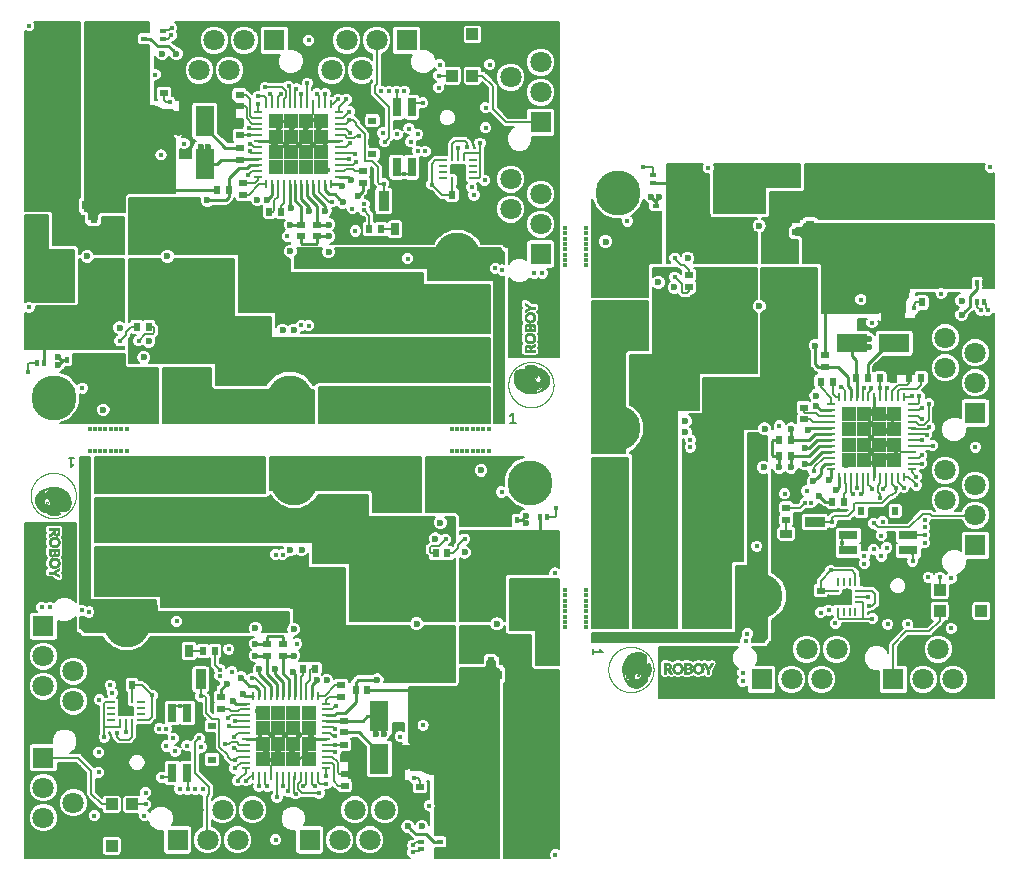
<source format=gtl>
G04 #@! TF.GenerationSoftware,KiCad,Pcbnew,5.0.2-bee76a0~70~ubuntu18.04.1*
G04 #@! TF.CreationDate,2019-02-13T09:30:15+01:00*
G04 #@! TF.ProjectId,motorboard_panel_x3,6d6f746f-7262-46f6-9172-645f70616e65,rev?*
G04 #@! TF.SameCoordinates,Original*
G04 #@! TF.FileFunction,Copper,L1,Top*
G04 #@! TF.FilePolarity,Positive*
%FSLAX46Y46*%
G04 Gerber Fmt 4.6, Leading zero omitted, Abs format (unit mm)*
G04 Created by KiCad (PCBNEW 5.0.2-bee76a0~70~ubuntu18.04.1) date Wed 13 Feb 2019 09:30:15 CET*
%MOMM*%
%LPD*%
G01*
G04 APERTURE LIST*
G04 #@! TA.AperFunction,NonConductor*
%ADD10C,0.150000*%
G04 #@! TD*
G04 #@! TA.AperFunction,EtchedComponent*
%ADD11C,0.001000*%
G04 #@! TD*
G04 #@! TA.AperFunction,EtchedComponent*
%ADD12C,0.010000*%
G04 #@! TD*
G04 #@! TA.AperFunction,EtchedComponent*
%ADD13C,0.014156*%
G04 #@! TD*
G04 #@! TA.AperFunction,EtchedComponent*
%ADD14C,0.100000*%
G04 #@! TD*
G04 #@! TA.AperFunction,EtchedComponent*
%ADD15C,0.007078*%
G04 #@! TD*
G04 #@! TA.AperFunction,EtchedComponent*
%ADD16C,0.077506*%
G04 #@! TD*
G04 #@! TA.AperFunction,SMDPad,CuDef*
%ADD17R,0.600000X0.450000*%
G04 #@! TD*
G04 #@! TA.AperFunction,SMDPad,CuDef*
%ADD18R,1.250000X1.000000*%
G04 #@! TD*
G04 #@! TA.AperFunction,SMDPad,CuDef*
%ADD19R,0.600000X0.700000*%
G04 #@! TD*
G04 #@! TA.AperFunction,SMDPad,CuDef*
%ADD20R,0.700000X0.600000*%
G04 #@! TD*
G04 #@! TA.AperFunction,SMDPad,CuDef*
%ADD21R,0.350000X0.600000*%
G04 #@! TD*
G04 #@! TA.AperFunction,SMDPad,CuDef*
%ADD22R,1.000000X1.000000*%
G04 #@! TD*
G04 #@! TA.AperFunction,SMDPad,CuDef*
%ADD23R,3.500000X2.000000*%
G04 #@! TD*
G04 #@! TA.AperFunction,SMDPad,CuDef*
%ADD24R,6.000000X2.000000*%
G04 #@! TD*
G04 #@! TA.AperFunction,Conductor*
%ADD25R,0.400000X2.000000*%
G04 #@! TD*
G04 #@! TA.AperFunction,ComponentPad*
%ADD26C,3.800000*%
G04 #@! TD*
G04 #@! TA.AperFunction,SMDPad,CuDef*
%ADD27R,1.500000X2.200000*%
G04 #@! TD*
G04 #@! TA.AperFunction,SMDPad,CuDef*
%ADD28R,0.675000X0.250000*%
G04 #@! TD*
G04 #@! TA.AperFunction,SMDPad,CuDef*
%ADD29R,0.250000X0.675000*%
G04 #@! TD*
G04 #@! TA.AperFunction,ComponentPad*
%ADD30C,1.800000*%
G04 #@! TD*
G04 #@! TA.AperFunction,ComponentPad*
%ADD31R,1.800000X1.800000*%
G04 #@! TD*
G04 #@! TA.AperFunction,SMDPad,CuDef*
%ADD32R,1.287500X1.287500*%
G04 #@! TD*
G04 #@! TA.AperFunction,SMDPad,CuDef*
%ADD33R,0.700000X0.250000*%
G04 #@! TD*
G04 #@! TA.AperFunction,SMDPad,CuDef*
%ADD34R,0.250000X0.700000*%
G04 #@! TD*
G04 #@! TA.AperFunction,SMDPad,CuDef*
%ADD35R,0.760000X1.600000*%
G04 #@! TD*
G04 #@! TA.AperFunction,SMDPad,CuDef*
%ADD36R,1.600000X2.600000*%
G04 #@! TD*
G04 #@! TA.AperFunction,SMDPad,CuDef*
%ADD37R,0.670000X1.000000*%
G04 #@! TD*
G04 #@! TA.AperFunction,SMDPad,CuDef*
%ADD38R,3.500000X1.600000*%
G04 #@! TD*
G04 #@! TA.AperFunction,SMDPad,CuDef*
%ADD39R,0.600000X0.800000*%
G04 #@! TD*
G04 #@! TA.AperFunction,SMDPad,CuDef*
%ADD40R,2.000000X3.500000*%
G04 #@! TD*
G04 #@! TA.AperFunction,SMDPad,CuDef*
%ADD41R,2.000000X6.000000*%
G04 #@! TD*
G04 #@! TA.AperFunction,SMDPad,CuDef*
%ADD42R,0.900000X1.700000*%
G04 #@! TD*
G04 #@! TA.AperFunction,Conductor*
%ADD43C,0.100000*%
G04 #@! TD*
G04 #@! TA.AperFunction,SMDPad,CuDef*
%ADD44C,1.250000*%
G04 #@! TD*
G04 #@! TA.AperFunction,SMDPad,CuDef*
%ADD45R,0.450000X0.600000*%
G04 #@! TD*
G04 #@! TA.AperFunction,SMDPad,CuDef*
%ADD46R,1.000000X1.250000*%
G04 #@! TD*
G04 #@! TA.AperFunction,SMDPad,CuDef*
%ADD47R,0.600000X0.350000*%
G04 #@! TD*
G04 #@! TA.AperFunction,Conductor*
%ADD48R,2.000000X0.400000*%
G04 #@! TD*
G04 #@! TA.AperFunction,SMDPad,CuDef*
%ADD49R,2.200000X1.500000*%
G04 #@! TD*
G04 #@! TA.AperFunction,SMDPad,CuDef*
%ADD50R,1.600000X0.760000*%
G04 #@! TD*
G04 #@! TA.AperFunction,SMDPad,CuDef*
%ADD51R,2.600000X1.600000*%
G04 #@! TD*
G04 #@! TA.AperFunction,SMDPad,CuDef*
%ADD52R,1.000000X0.670000*%
G04 #@! TD*
G04 #@! TA.AperFunction,SMDPad,CuDef*
%ADD53R,1.600000X3.500000*%
G04 #@! TD*
G04 #@! TA.AperFunction,SMDPad,CuDef*
%ADD54R,0.800000X0.600000*%
G04 #@! TD*
G04 #@! TA.AperFunction,SMDPad,CuDef*
%ADD55R,1.700000X0.900000*%
G04 #@! TD*
G04 #@! TA.AperFunction,ViaPad*
%ADD56C,0.450000*%
G04 #@! TD*
G04 #@! TA.AperFunction,ViaPad*
%ADD57C,0.600000*%
G04 #@! TD*
G04 #@! TA.AperFunction,Conductor*
%ADD58C,0.254000*%
G04 #@! TD*
G04 #@! TA.AperFunction,Conductor*
%ADD59C,0.152400*%
G04 #@! TD*
G04 APERTURE END LIST*
D10*
X89071428Y-115288095D02*
X89528571Y-115288095D01*
X89300000Y-115288095D02*
X89300000Y-116088095D01*
X89376190Y-115973809D01*
X89452380Y-115897619D01*
X89528571Y-115859523D01*
X133488095Y-131928571D02*
X133488095Y-131471428D01*
X133488095Y-131700000D02*
X134288095Y-131700000D01*
X134173809Y-131623809D01*
X134097619Y-131547619D01*
X134059523Y-131471428D01*
X126928571Y-112311904D02*
X126471428Y-112311904D01*
X126700000Y-112311904D02*
X126700000Y-111511904D01*
X126623809Y-111626190D01*
X126547619Y-111702380D01*
X126471428Y-111740476D01*
D11*
G04 #@! TO.C,JP1*
G36*
X117760000Y-141650000D02*
X117540000Y-141650000D01*
X117540000Y-139650000D01*
X117760000Y-139650000D01*
X117760000Y-141650000D01*
G37*
X117760000Y-141650000D02*
X117540000Y-141650000D01*
X117540000Y-139650000D01*
X117760000Y-139650000D01*
X117760000Y-141650000D01*
D12*
G04 #@! TO.C,G\002A\002A\002A*
G36*
X88288988Y-124800155D02*
X88281573Y-124805398D01*
X88266373Y-124814708D01*
X88244596Y-124827427D01*
X88217451Y-124842896D01*
X88186147Y-124860454D01*
X88151890Y-124879444D01*
X88115891Y-124899204D01*
X88079356Y-124919078D01*
X88043495Y-124938404D01*
X88009516Y-124956524D01*
X87978628Y-124972779D01*
X87952037Y-124986508D01*
X87930954Y-124997054D01*
X87916586Y-125003757D01*
X87913462Y-125005037D01*
X87900528Y-125010620D01*
X87892743Y-125015223D01*
X87891720Y-125016599D01*
X87896013Y-125020101D01*
X87907279Y-125026179D01*
X87923101Y-125033532D01*
X87923470Y-125033694D01*
X87940507Y-125041609D01*
X87963697Y-125053101D01*
X87991867Y-125067531D01*
X88023842Y-125084255D01*
X88058449Y-125102632D01*
X88094513Y-125122021D01*
X88130860Y-125141780D01*
X88166315Y-125161269D01*
X88199705Y-125179844D01*
X88229855Y-125196865D01*
X88255591Y-125211691D01*
X88275739Y-125223679D01*
X88289124Y-125232188D01*
X88294439Y-125236368D01*
X88297794Y-125241921D01*
X88300148Y-125249264D01*
X88301629Y-125260032D01*
X88302367Y-125275862D01*
X88302489Y-125298390D01*
X88302124Y-125329253D01*
X88302059Y-125333310D01*
X88300660Y-125418214D01*
X88029311Y-125258267D01*
X87757961Y-125098320D01*
X87429440Y-125098320D01*
X87429440Y-124930680D01*
X87764902Y-124930680D01*
X88031258Y-124773200D01*
X88078711Y-124745170D01*
X88123549Y-124718736D01*
X88165012Y-124694342D01*
X88202341Y-124672433D01*
X88234774Y-124653454D01*
X88261553Y-124637850D01*
X88281917Y-124626064D01*
X88295106Y-124618542D01*
X88300360Y-124615729D01*
X88300407Y-124615720D01*
X88301328Y-124620523D01*
X88302122Y-124633827D01*
X88302733Y-124653975D01*
X88303107Y-124679306D01*
X88303200Y-124701129D01*
X88303200Y-124786539D01*
X88288988Y-124800155D01*
X88288988Y-124800155D01*
G37*
X88288988Y-124800155D02*
X88281573Y-124805398D01*
X88266373Y-124814708D01*
X88244596Y-124827427D01*
X88217451Y-124842896D01*
X88186147Y-124860454D01*
X88151890Y-124879444D01*
X88115891Y-124899204D01*
X88079356Y-124919078D01*
X88043495Y-124938404D01*
X88009516Y-124956524D01*
X87978628Y-124972779D01*
X87952037Y-124986508D01*
X87930954Y-124997054D01*
X87916586Y-125003757D01*
X87913462Y-125005037D01*
X87900528Y-125010620D01*
X87892743Y-125015223D01*
X87891720Y-125016599D01*
X87896013Y-125020101D01*
X87907279Y-125026179D01*
X87923101Y-125033532D01*
X87923470Y-125033694D01*
X87940507Y-125041609D01*
X87963697Y-125053101D01*
X87991867Y-125067531D01*
X88023842Y-125084255D01*
X88058449Y-125102632D01*
X88094513Y-125122021D01*
X88130860Y-125141780D01*
X88166315Y-125161269D01*
X88199705Y-125179844D01*
X88229855Y-125196865D01*
X88255591Y-125211691D01*
X88275739Y-125223679D01*
X88289124Y-125232188D01*
X88294439Y-125236368D01*
X88297794Y-125241921D01*
X88300148Y-125249264D01*
X88301629Y-125260032D01*
X88302367Y-125275862D01*
X88302489Y-125298390D01*
X88302124Y-125329253D01*
X88302059Y-125333310D01*
X88300660Y-125418214D01*
X88029311Y-125258267D01*
X87757961Y-125098320D01*
X87429440Y-125098320D01*
X87429440Y-124930680D01*
X87764902Y-124930680D01*
X88031258Y-124773200D01*
X88078711Y-124745170D01*
X88123549Y-124718736D01*
X88165012Y-124694342D01*
X88202341Y-124672433D01*
X88234774Y-124653454D01*
X88261553Y-124637850D01*
X88281917Y-124626064D01*
X88295106Y-124618542D01*
X88300360Y-124615729D01*
X88300407Y-124615720D01*
X88301328Y-124620523D01*
X88302122Y-124633827D01*
X88302733Y-124653975D01*
X88303107Y-124679306D01*
X88303200Y-124701129D01*
X88303200Y-124786539D01*
X88288988Y-124800155D01*
G36*
X88301961Y-123214910D02*
X88301481Y-123266831D01*
X88301005Y-123309682D01*
X88300475Y-123344554D01*
X88299832Y-123372535D01*
X88299017Y-123394716D01*
X88297971Y-123412187D01*
X88296636Y-123426037D01*
X88294952Y-123437357D01*
X88292861Y-123447237D01*
X88290304Y-123456766D01*
X88288589Y-123462543D01*
X88270059Y-123511002D01*
X88246278Y-123551664D01*
X88217595Y-123584075D01*
X88184355Y-123607776D01*
X88174709Y-123612593D01*
X88137069Y-123625381D01*
X88096201Y-123631614D01*
X88054865Y-123631315D01*
X88015822Y-123624505D01*
X87981832Y-123611206D01*
X87981583Y-123611071D01*
X87955041Y-123592348D01*
X87929440Y-123566593D01*
X87907468Y-123536778D01*
X87896623Y-123517088D01*
X87889066Y-123501574D01*
X87884549Y-123494222D01*
X87881857Y-123493967D01*
X87879777Y-123499746D01*
X87879250Y-123501848D01*
X87869781Y-123529196D01*
X87855172Y-123558473D01*
X87837586Y-123585970D01*
X87819181Y-123607975D01*
X87815337Y-123611619D01*
X87788731Y-123631909D01*
X87760534Y-123645432D01*
X87728245Y-123653041D01*
X87689364Y-123655589D01*
X87686243Y-123655600D01*
X87634504Y-123651482D01*
X87588427Y-123639055D01*
X87547858Y-123618203D01*
X87512647Y-123588811D01*
X87482640Y-123550767D01*
X87457688Y-123503955D01*
X87446160Y-123474701D01*
X87431993Y-123434620D01*
X87428839Y-123005360D01*
X87810440Y-123005360D01*
X87810440Y-123173000D01*
X87554922Y-123173000D01*
X87557828Y-123275870D01*
X87559150Y-123315108D01*
X87560723Y-123345743D01*
X87562688Y-123369331D01*
X87565192Y-123387427D01*
X87568375Y-123401588D01*
X87569868Y-123406490D01*
X87583343Y-123434643D01*
X87599471Y-123455541D01*
X87624176Y-123474775D01*
X87652938Y-123486750D01*
X87683727Y-123491555D01*
X87714509Y-123489277D01*
X87743252Y-123480002D01*
X87767925Y-123463819D01*
X87782197Y-123447693D01*
X87791416Y-123432135D01*
X87798512Y-123414487D01*
X87803718Y-123393283D01*
X87807268Y-123367056D01*
X87809397Y-123334339D01*
X87810340Y-123293665D01*
X87810440Y-123270992D01*
X87810440Y-123173000D01*
X87810440Y-123005360D01*
X87925682Y-123005360D01*
X87925682Y-123173000D01*
X87928844Y-123263170D01*
X87930620Y-123301489D01*
X87933007Y-123334140D01*
X87935872Y-123359680D01*
X87939082Y-123376665D01*
X87939454Y-123377963D01*
X87953307Y-123411808D01*
X87972054Y-123436908D01*
X87996300Y-123453730D01*
X88026653Y-123462740D01*
X88052150Y-123464650D01*
X88075490Y-123463782D01*
X88093505Y-123460272D01*
X88110894Y-123453149D01*
X88113110Y-123452032D01*
X88130603Y-123440552D01*
X88144804Y-123425157D01*
X88155982Y-123404898D01*
X88164405Y-123378829D01*
X88170342Y-123346003D01*
X88174062Y-123305472D01*
X88175834Y-123256289D01*
X88176069Y-123230150D01*
X88176200Y-123173000D01*
X87925682Y-123173000D01*
X87925682Y-123005360D01*
X88303814Y-123005360D01*
X88301961Y-123214910D01*
X88301961Y-123214910D01*
G37*
X88301961Y-123214910D02*
X88301481Y-123266831D01*
X88301005Y-123309682D01*
X88300475Y-123344554D01*
X88299832Y-123372535D01*
X88299017Y-123394716D01*
X88297971Y-123412187D01*
X88296636Y-123426037D01*
X88294952Y-123437357D01*
X88292861Y-123447237D01*
X88290304Y-123456766D01*
X88288589Y-123462543D01*
X88270059Y-123511002D01*
X88246278Y-123551664D01*
X88217595Y-123584075D01*
X88184355Y-123607776D01*
X88174709Y-123612593D01*
X88137069Y-123625381D01*
X88096201Y-123631614D01*
X88054865Y-123631315D01*
X88015822Y-123624505D01*
X87981832Y-123611206D01*
X87981583Y-123611071D01*
X87955041Y-123592348D01*
X87929440Y-123566593D01*
X87907468Y-123536778D01*
X87896623Y-123517088D01*
X87889066Y-123501574D01*
X87884549Y-123494222D01*
X87881857Y-123493967D01*
X87879777Y-123499746D01*
X87879250Y-123501848D01*
X87869781Y-123529196D01*
X87855172Y-123558473D01*
X87837586Y-123585970D01*
X87819181Y-123607975D01*
X87815337Y-123611619D01*
X87788731Y-123631909D01*
X87760534Y-123645432D01*
X87728245Y-123653041D01*
X87689364Y-123655589D01*
X87686243Y-123655600D01*
X87634504Y-123651482D01*
X87588427Y-123639055D01*
X87547858Y-123618203D01*
X87512647Y-123588811D01*
X87482640Y-123550767D01*
X87457688Y-123503955D01*
X87446160Y-123474701D01*
X87431993Y-123434620D01*
X87428839Y-123005360D01*
X87810440Y-123005360D01*
X87810440Y-123173000D01*
X87554922Y-123173000D01*
X87557828Y-123275870D01*
X87559150Y-123315108D01*
X87560723Y-123345743D01*
X87562688Y-123369331D01*
X87565192Y-123387427D01*
X87568375Y-123401588D01*
X87569868Y-123406490D01*
X87583343Y-123434643D01*
X87599471Y-123455541D01*
X87624176Y-123474775D01*
X87652938Y-123486750D01*
X87683727Y-123491555D01*
X87714509Y-123489277D01*
X87743252Y-123480002D01*
X87767925Y-123463819D01*
X87782197Y-123447693D01*
X87791416Y-123432135D01*
X87798512Y-123414487D01*
X87803718Y-123393283D01*
X87807268Y-123367056D01*
X87809397Y-123334339D01*
X87810340Y-123293665D01*
X87810440Y-123270992D01*
X87810440Y-123173000D01*
X87810440Y-123005360D01*
X87925682Y-123005360D01*
X87925682Y-123173000D01*
X87928844Y-123263170D01*
X87930620Y-123301489D01*
X87933007Y-123334140D01*
X87935872Y-123359680D01*
X87939082Y-123376665D01*
X87939454Y-123377963D01*
X87953307Y-123411808D01*
X87972054Y-123436908D01*
X87996300Y-123453730D01*
X88026653Y-123462740D01*
X88052150Y-123464650D01*
X88075490Y-123463782D01*
X88093505Y-123460272D01*
X88110894Y-123453149D01*
X88113110Y-123452032D01*
X88130603Y-123440552D01*
X88144804Y-123425157D01*
X88155982Y-123404898D01*
X88164405Y-123378829D01*
X88170342Y-123346003D01*
X88174062Y-123305472D01*
X88175834Y-123256289D01*
X88176069Y-123230150D01*
X88176200Y-123173000D01*
X87925682Y-123173000D01*
X87925682Y-123005360D01*
X88303814Y-123005360D01*
X88301961Y-123214910D01*
G36*
X88301857Y-121475010D02*
X88301239Y-121527775D01*
X88300540Y-121571596D01*
X88299605Y-121607687D01*
X88298278Y-121637263D01*
X88296400Y-121661539D01*
X88293817Y-121681730D01*
X88290371Y-121699050D01*
X88285906Y-121714716D01*
X88280266Y-121729941D01*
X88273294Y-121745941D01*
X88264834Y-121763930D01*
X88264575Y-121764471D01*
X88239873Y-121805157D01*
X88208376Y-121838389D01*
X88170513Y-121863858D01*
X88126716Y-121881251D01*
X88093051Y-121888412D01*
X88040623Y-121891333D01*
X87990612Y-121884847D01*
X87943943Y-121869460D01*
X87901544Y-121845676D01*
X87864341Y-121814001D01*
X87833258Y-121774941D01*
X87811721Y-121734897D01*
X87799314Y-121706494D01*
X87778207Y-121728084D01*
X87770906Y-121734224D01*
X87756663Y-121745045D01*
X87736561Y-121759792D01*
X87711680Y-121777715D01*
X87683103Y-121798058D01*
X87651913Y-121820070D01*
X87619190Y-121842998D01*
X87586016Y-121866089D01*
X87553475Y-121888589D01*
X87522647Y-121909746D01*
X87494614Y-121928807D01*
X87470459Y-121945018D01*
X87451264Y-121957628D01*
X87438110Y-121965883D01*
X87432079Y-121969030D01*
X87431970Y-121969040D01*
X87430554Y-121964289D01*
X87429624Y-121951325D01*
X87429142Y-121932082D01*
X87429073Y-121908495D01*
X87429380Y-121882497D01*
X87430026Y-121856021D01*
X87430976Y-121831003D01*
X87432193Y-121809375D01*
X87433640Y-121793072D01*
X87435282Y-121784028D01*
X87435458Y-121783590D01*
X87441596Y-121776686D01*
X87456014Y-121764800D01*
X87478772Y-121747891D01*
X87509928Y-121725919D01*
X87549542Y-121698842D01*
X87597672Y-121666619D01*
X87654377Y-121629211D01*
X87715267Y-121589466D01*
X87732657Y-121577320D01*
X87747352Y-121565543D01*
X87756598Y-121556369D01*
X87757479Y-121555155D01*
X87762085Y-121542920D01*
X87765844Y-121522516D01*
X87768314Y-121497030D01*
X87771304Y-121450880D01*
X87429440Y-121450880D01*
X87429440Y-121283240D01*
X87885555Y-121283240D01*
X87885555Y-121450880D01*
X87887758Y-121528350D01*
X87888879Y-121560242D01*
X87890352Y-121584204D01*
X87892466Y-121602466D01*
X87895509Y-121617257D01*
X87899771Y-121630809D01*
X87901664Y-121635826D01*
X87919617Y-121669667D01*
X87943909Y-121695596D01*
X87974364Y-121713500D01*
X88010809Y-121723265D01*
X88039035Y-121725200D01*
X88075591Y-121720620D01*
X88107482Y-121707394D01*
X88133750Y-121686293D01*
X88153434Y-121658088D01*
X88165576Y-121623551D01*
X88165593Y-121623472D01*
X88167854Y-121608859D01*
X88170187Y-121586815D01*
X88172352Y-121560063D01*
X88174104Y-121531328D01*
X88174441Y-121524329D01*
X88177778Y-121450880D01*
X87885555Y-121450880D01*
X87885555Y-121283240D01*
X88303955Y-121283240D01*
X88301857Y-121475010D01*
X88301857Y-121475010D01*
G37*
X88301857Y-121475010D02*
X88301239Y-121527775D01*
X88300540Y-121571596D01*
X88299605Y-121607687D01*
X88298278Y-121637263D01*
X88296400Y-121661539D01*
X88293817Y-121681730D01*
X88290371Y-121699050D01*
X88285906Y-121714716D01*
X88280266Y-121729941D01*
X88273294Y-121745941D01*
X88264834Y-121763930D01*
X88264575Y-121764471D01*
X88239873Y-121805157D01*
X88208376Y-121838389D01*
X88170513Y-121863858D01*
X88126716Y-121881251D01*
X88093051Y-121888412D01*
X88040623Y-121891333D01*
X87990612Y-121884847D01*
X87943943Y-121869460D01*
X87901544Y-121845676D01*
X87864341Y-121814001D01*
X87833258Y-121774941D01*
X87811721Y-121734897D01*
X87799314Y-121706494D01*
X87778207Y-121728084D01*
X87770906Y-121734224D01*
X87756663Y-121745045D01*
X87736561Y-121759792D01*
X87711680Y-121777715D01*
X87683103Y-121798058D01*
X87651913Y-121820070D01*
X87619190Y-121842998D01*
X87586016Y-121866089D01*
X87553475Y-121888589D01*
X87522647Y-121909746D01*
X87494614Y-121928807D01*
X87470459Y-121945018D01*
X87451264Y-121957628D01*
X87438110Y-121965883D01*
X87432079Y-121969030D01*
X87431970Y-121969040D01*
X87430554Y-121964289D01*
X87429624Y-121951325D01*
X87429142Y-121932082D01*
X87429073Y-121908495D01*
X87429380Y-121882497D01*
X87430026Y-121856021D01*
X87430976Y-121831003D01*
X87432193Y-121809375D01*
X87433640Y-121793072D01*
X87435282Y-121784028D01*
X87435458Y-121783590D01*
X87441596Y-121776686D01*
X87456014Y-121764800D01*
X87478772Y-121747891D01*
X87509928Y-121725919D01*
X87549542Y-121698842D01*
X87597672Y-121666619D01*
X87654377Y-121629211D01*
X87715267Y-121589466D01*
X87732657Y-121577320D01*
X87747352Y-121565543D01*
X87756598Y-121556369D01*
X87757479Y-121555155D01*
X87762085Y-121542920D01*
X87765844Y-121522516D01*
X87768314Y-121497030D01*
X87771304Y-121450880D01*
X87429440Y-121450880D01*
X87429440Y-121283240D01*
X87885555Y-121283240D01*
X87885555Y-121450880D01*
X87887758Y-121528350D01*
X87888879Y-121560242D01*
X87890352Y-121584204D01*
X87892466Y-121602466D01*
X87895509Y-121617257D01*
X87899771Y-121630809D01*
X87901664Y-121635826D01*
X87919617Y-121669667D01*
X87943909Y-121695596D01*
X87974364Y-121713500D01*
X88010809Y-121723265D01*
X88039035Y-121725200D01*
X88075591Y-121720620D01*
X88107482Y-121707394D01*
X88133750Y-121686293D01*
X88153434Y-121658088D01*
X88165576Y-121623551D01*
X88165593Y-121623472D01*
X88167854Y-121608859D01*
X88170187Y-121586815D01*
X88172352Y-121560063D01*
X88174104Y-121531328D01*
X88174441Y-121524329D01*
X88177778Y-121450880D01*
X87885555Y-121450880D01*
X87885555Y-121283240D01*
X88303955Y-121283240D01*
X88301857Y-121475010D01*
G36*
X88312563Y-124233064D02*
X88311185Y-124256325D01*
X88308500Y-124277337D01*
X88305954Y-124291226D01*
X88288232Y-124354983D01*
X88261922Y-124414123D01*
X88227475Y-124467805D01*
X88186449Y-124514120D01*
X88138391Y-124553721D01*
X88084987Y-124585550D01*
X88027400Y-124609611D01*
X87966793Y-124625908D01*
X87904330Y-124634445D01*
X87841174Y-124635228D01*
X87778489Y-124628261D01*
X87717438Y-124613549D01*
X87659185Y-124591095D01*
X87604894Y-124560906D01*
X87555727Y-124522985D01*
X87543643Y-124511580D01*
X87500790Y-124462444D01*
X87466692Y-124408182D01*
X87441479Y-124349038D01*
X87426477Y-124291758D01*
X87423100Y-124266782D01*
X87420918Y-124235317D01*
X87419924Y-124200234D01*
X87420115Y-124164400D01*
X87421485Y-124130685D01*
X87424030Y-124101956D01*
X87426826Y-124084860D01*
X87445468Y-124020916D01*
X87471844Y-123963299D01*
X87506271Y-123911390D01*
X87530261Y-123883432D01*
X87578128Y-123838914D01*
X87630044Y-123803319D01*
X87686468Y-123776461D01*
X87747858Y-123758151D01*
X87814673Y-123748203D01*
X87865676Y-123746140D01*
X87865676Y-123917736D01*
X87828601Y-123918773D01*
X87794627Y-123921799D01*
X87768565Y-123926427D01*
X87717373Y-123943623D01*
X87672220Y-123968304D01*
X87633740Y-123999881D01*
X87602567Y-124037767D01*
X87579337Y-124081372D01*
X87569144Y-124111231D01*
X87565015Y-124133772D01*
X87562649Y-124162654D01*
X87562034Y-124194482D01*
X87563161Y-124225859D01*
X87566019Y-124253387D01*
X87569625Y-124270627D01*
X87588365Y-124317562D01*
X87615047Y-124359081D01*
X87648817Y-124394177D01*
X87688818Y-124421842D01*
X87704971Y-124429968D01*
X87733082Y-124441925D01*
X87758593Y-124450438D01*
X87784314Y-124456035D01*
X87813056Y-124459242D01*
X87847629Y-124460587D01*
X87868860Y-124460726D01*
X87899932Y-124460438D01*
X87923573Y-124459430D01*
X87942504Y-124457408D01*
X87959445Y-124454074D01*
X87977117Y-124449132D01*
X87978080Y-124448834D01*
X88029814Y-124428606D01*
X88073376Y-124402480D01*
X88109063Y-124370168D01*
X88137173Y-124331385D01*
X88158003Y-124285843D01*
X88162934Y-124270627D01*
X88167581Y-124247252D01*
X88170248Y-124217441D01*
X88170917Y-124184726D01*
X88169570Y-124152640D01*
X88166188Y-124124716D01*
X88163740Y-124113465D01*
X88146140Y-124065575D01*
X88120534Y-124023906D01*
X88087009Y-123988542D01*
X88045656Y-123959565D01*
X87996562Y-123937058D01*
X87962840Y-123926538D01*
X87936062Y-123921620D01*
X87902585Y-123918686D01*
X87865676Y-123917736D01*
X87865676Y-123746140D01*
X87866320Y-123746113D01*
X87937117Y-123750121D01*
X88002116Y-123762291D01*
X88061853Y-123782845D01*
X88116867Y-123812001D01*
X88167695Y-123849980D01*
X88203171Y-123884152D01*
X88225423Y-123909394D01*
X88243070Y-123933697D01*
X88259098Y-123961399D01*
X88266917Y-123976823D01*
X88281810Y-124008406D01*
X88292865Y-124035695D01*
X88300719Y-124061414D01*
X88306009Y-124088290D01*
X88309372Y-124119048D01*
X88311446Y-124156413D01*
X88311912Y-124169306D01*
X88312763Y-124204932D01*
X88312563Y-124233064D01*
X88312563Y-124233064D01*
G37*
X88312563Y-124233064D02*
X88311185Y-124256325D01*
X88308500Y-124277337D01*
X88305954Y-124291226D01*
X88288232Y-124354983D01*
X88261922Y-124414123D01*
X88227475Y-124467805D01*
X88186449Y-124514120D01*
X88138391Y-124553721D01*
X88084987Y-124585550D01*
X88027400Y-124609611D01*
X87966793Y-124625908D01*
X87904330Y-124634445D01*
X87841174Y-124635228D01*
X87778489Y-124628261D01*
X87717438Y-124613549D01*
X87659185Y-124591095D01*
X87604894Y-124560906D01*
X87555727Y-124522985D01*
X87543643Y-124511580D01*
X87500790Y-124462444D01*
X87466692Y-124408182D01*
X87441479Y-124349038D01*
X87426477Y-124291758D01*
X87423100Y-124266782D01*
X87420918Y-124235317D01*
X87419924Y-124200234D01*
X87420115Y-124164400D01*
X87421485Y-124130685D01*
X87424030Y-124101956D01*
X87426826Y-124084860D01*
X87445468Y-124020916D01*
X87471844Y-123963299D01*
X87506271Y-123911390D01*
X87530261Y-123883432D01*
X87578128Y-123838914D01*
X87630044Y-123803319D01*
X87686468Y-123776461D01*
X87747858Y-123758151D01*
X87814673Y-123748203D01*
X87865676Y-123746140D01*
X87865676Y-123917736D01*
X87828601Y-123918773D01*
X87794627Y-123921799D01*
X87768565Y-123926427D01*
X87717373Y-123943623D01*
X87672220Y-123968304D01*
X87633740Y-123999881D01*
X87602567Y-124037767D01*
X87579337Y-124081372D01*
X87569144Y-124111231D01*
X87565015Y-124133772D01*
X87562649Y-124162654D01*
X87562034Y-124194482D01*
X87563161Y-124225859D01*
X87566019Y-124253387D01*
X87569625Y-124270627D01*
X87588365Y-124317562D01*
X87615047Y-124359081D01*
X87648817Y-124394177D01*
X87688818Y-124421842D01*
X87704971Y-124429968D01*
X87733082Y-124441925D01*
X87758593Y-124450438D01*
X87784314Y-124456035D01*
X87813056Y-124459242D01*
X87847629Y-124460587D01*
X87868860Y-124460726D01*
X87899932Y-124460438D01*
X87923573Y-124459430D01*
X87942504Y-124457408D01*
X87959445Y-124454074D01*
X87977117Y-124449132D01*
X87978080Y-124448834D01*
X88029814Y-124428606D01*
X88073376Y-124402480D01*
X88109063Y-124370168D01*
X88137173Y-124331385D01*
X88158003Y-124285843D01*
X88162934Y-124270627D01*
X88167581Y-124247252D01*
X88170248Y-124217441D01*
X88170917Y-124184726D01*
X88169570Y-124152640D01*
X88166188Y-124124716D01*
X88163740Y-124113465D01*
X88146140Y-124065575D01*
X88120534Y-124023906D01*
X88087009Y-123988542D01*
X88045656Y-123959565D01*
X87996562Y-123937058D01*
X87962840Y-123926538D01*
X87936062Y-123921620D01*
X87902585Y-123918686D01*
X87865676Y-123917736D01*
X87865676Y-123746140D01*
X87866320Y-123746113D01*
X87937117Y-123750121D01*
X88002116Y-123762291D01*
X88061853Y-123782845D01*
X88116867Y-123812001D01*
X88167695Y-123849980D01*
X88203171Y-123884152D01*
X88225423Y-123909394D01*
X88243070Y-123933697D01*
X88259098Y-123961399D01*
X88266917Y-123976823D01*
X88281810Y-124008406D01*
X88292865Y-124035695D01*
X88300719Y-124061414D01*
X88306009Y-124088290D01*
X88309372Y-124119048D01*
X88311446Y-124156413D01*
X88311912Y-124169306D01*
X88312763Y-124204932D01*
X88312563Y-124233064D01*
G36*
X88312563Y-122480464D02*
X88311185Y-122503725D01*
X88308500Y-122524737D01*
X88305954Y-122538626D01*
X88288232Y-122602383D01*
X88261922Y-122661523D01*
X88227475Y-122715205D01*
X88186449Y-122761520D01*
X88138391Y-122801121D01*
X88084987Y-122832950D01*
X88027400Y-122857011D01*
X87966793Y-122873308D01*
X87904330Y-122881845D01*
X87841174Y-122882628D01*
X87778489Y-122875661D01*
X87717438Y-122860949D01*
X87659185Y-122838495D01*
X87604894Y-122808306D01*
X87555727Y-122770385D01*
X87543643Y-122758980D01*
X87500790Y-122709844D01*
X87466692Y-122655582D01*
X87441479Y-122596438D01*
X87426477Y-122539158D01*
X87423100Y-122514182D01*
X87420918Y-122482717D01*
X87419924Y-122447634D01*
X87420115Y-122411800D01*
X87421485Y-122378085D01*
X87424030Y-122349356D01*
X87426826Y-122332260D01*
X87445468Y-122268316D01*
X87471844Y-122210699D01*
X87506271Y-122158790D01*
X87530261Y-122130832D01*
X87578128Y-122086314D01*
X87630044Y-122050719D01*
X87686468Y-122023861D01*
X87747858Y-122005551D01*
X87814673Y-121995603D01*
X87865676Y-121993540D01*
X87865676Y-122165136D01*
X87828601Y-122166173D01*
X87794627Y-122169199D01*
X87768565Y-122173827D01*
X87717373Y-122191023D01*
X87672220Y-122215704D01*
X87633740Y-122247281D01*
X87602567Y-122285167D01*
X87579337Y-122328772D01*
X87569144Y-122358631D01*
X87565015Y-122381172D01*
X87562649Y-122410054D01*
X87562034Y-122441882D01*
X87563161Y-122473259D01*
X87566019Y-122500787D01*
X87569625Y-122518027D01*
X87588365Y-122564962D01*
X87615047Y-122606481D01*
X87648817Y-122641577D01*
X87688818Y-122669242D01*
X87704971Y-122677368D01*
X87733082Y-122689325D01*
X87758593Y-122697838D01*
X87784314Y-122703435D01*
X87813056Y-122706642D01*
X87847629Y-122707987D01*
X87868860Y-122708126D01*
X87899932Y-122707838D01*
X87923573Y-122706830D01*
X87942504Y-122704808D01*
X87959445Y-122701474D01*
X87977117Y-122696532D01*
X87978080Y-122696234D01*
X88029814Y-122676006D01*
X88073376Y-122649880D01*
X88109063Y-122617568D01*
X88137173Y-122578785D01*
X88158003Y-122533243D01*
X88162934Y-122518027D01*
X88167581Y-122494652D01*
X88170248Y-122464841D01*
X88170917Y-122432126D01*
X88169570Y-122400040D01*
X88166188Y-122372116D01*
X88163740Y-122360865D01*
X88146140Y-122312975D01*
X88120534Y-122271306D01*
X88087009Y-122235942D01*
X88045656Y-122206965D01*
X87996562Y-122184458D01*
X87962840Y-122173938D01*
X87936062Y-122169020D01*
X87902585Y-122166086D01*
X87865676Y-122165136D01*
X87865676Y-121993540D01*
X87866320Y-121993513D01*
X87937117Y-121997521D01*
X88002116Y-122009691D01*
X88061853Y-122030245D01*
X88116867Y-122059401D01*
X88167695Y-122097380D01*
X88203171Y-122131552D01*
X88225423Y-122156794D01*
X88243070Y-122181097D01*
X88259098Y-122208799D01*
X88266917Y-122224223D01*
X88281810Y-122255806D01*
X88292865Y-122283095D01*
X88300719Y-122308814D01*
X88306009Y-122335690D01*
X88309372Y-122366448D01*
X88311446Y-122403813D01*
X88311912Y-122416706D01*
X88312763Y-122452332D01*
X88312563Y-122480464D01*
X88312563Y-122480464D01*
G37*
X88312563Y-122480464D02*
X88311185Y-122503725D01*
X88308500Y-122524737D01*
X88305954Y-122538626D01*
X88288232Y-122602383D01*
X88261922Y-122661523D01*
X88227475Y-122715205D01*
X88186449Y-122761520D01*
X88138391Y-122801121D01*
X88084987Y-122832950D01*
X88027400Y-122857011D01*
X87966793Y-122873308D01*
X87904330Y-122881845D01*
X87841174Y-122882628D01*
X87778489Y-122875661D01*
X87717438Y-122860949D01*
X87659185Y-122838495D01*
X87604894Y-122808306D01*
X87555727Y-122770385D01*
X87543643Y-122758980D01*
X87500790Y-122709844D01*
X87466692Y-122655582D01*
X87441479Y-122596438D01*
X87426477Y-122539158D01*
X87423100Y-122514182D01*
X87420918Y-122482717D01*
X87419924Y-122447634D01*
X87420115Y-122411800D01*
X87421485Y-122378085D01*
X87424030Y-122349356D01*
X87426826Y-122332260D01*
X87445468Y-122268316D01*
X87471844Y-122210699D01*
X87506271Y-122158790D01*
X87530261Y-122130832D01*
X87578128Y-122086314D01*
X87630044Y-122050719D01*
X87686468Y-122023861D01*
X87747858Y-122005551D01*
X87814673Y-121995603D01*
X87865676Y-121993540D01*
X87865676Y-122165136D01*
X87828601Y-122166173D01*
X87794627Y-122169199D01*
X87768565Y-122173827D01*
X87717373Y-122191023D01*
X87672220Y-122215704D01*
X87633740Y-122247281D01*
X87602567Y-122285167D01*
X87579337Y-122328772D01*
X87569144Y-122358631D01*
X87565015Y-122381172D01*
X87562649Y-122410054D01*
X87562034Y-122441882D01*
X87563161Y-122473259D01*
X87566019Y-122500787D01*
X87569625Y-122518027D01*
X87588365Y-122564962D01*
X87615047Y-122606481D01*
X87648817Y-122641577D01*
X87688818Y-122669242D01*
X87704971Y-122677368D01*
X87733082Y-122689325D01*
X87758593Y-122697838D01*
X87784314Y-122703435D01*
X87813056Y-122706642D01*
X87847629Y-122707987D01*
X87868860Y-122708126D01*
X87899932Y-122707838D01*
X87923573Y-122706830D01*
X87942504Y-122704808D01*
X87959445Y-122701474D01*
X87977117Y-122696532D01*
X87978080Y-122696234D01*
X88029814Y-122676006D01*
X88073376Y-122649880D01*
X88109063Y-122617568D01*
X88137173Y-122578785D01*
X88158003Y-122533243D01*
X88162934Y-122518027D01*
X88167581Y-122494652D01*
X88170248Y-122464841D01*
X88170917Y-122432126D01*
X88169570Y-122400040D01*
X88166188Y-122372116D01*
X88163740Y-122360865D01*
X88146140Y-122312975D01*
X88120534Y-122271306D01*
X88087009Y-122235942D01*
X88045656Y-122206965D01*
X87996562Y-122184458D01*
X87962840Y-122173938D01*
X87936062Y-122169020D01*
X87902585Y-122166086D01*
X87865676Y-122165136D01*
X87865676Y-121993540D01*
X87866320Y-121993513D01*
X87937117Y-121997521D01*
X88002116Y-122009691D01*
X88061853Y-122030245D01*
X88116867Y-122059401D01*
X88167695Y-122097380D01*
X88203171Y-122131552D01*
X88225423Y-122156794D01*
X88243070Y-122181097D01*
X88259098Y-122208799D01*
X88266917Y-122224223D01*
X88281810Y-122255806D01*
X88292865Y-122283095D01*
X88300719Y-122308814D01*
X88306009Y-122335690D01*
X88309372Y-122366448D01*
X88311446Y-122403813D01*
X88311912Y-122416706D01*
X88312763Y-122452332D01*
X88312563Y-122480464D01*
D13*
G04 #@! TO.C,svg2mod*
G36*
X89246414Y-119069121D02*
X87512283Y-119112637D01*
X87510947Y-119138715D01*
X87506657Y-119164703D01*
X87499497Y-119190167D01*
X87489550Y-119214672D01*
X87476902Y-119237783D01*
X87461637Y-119259066D01*
X87443839Y-119278087D01*
X87423591Y-119294410D01*
X87400978Y-119307602D01*
X87376085Y-119317228D01*
X87351007Y-119323594D01*
X87325741Y-119326905D01*
X87300438Y-119327350D01*
X87275249Y-119325120D01*
X87250324Y-119320405D01*
X87225815Y-119313396D01*
X87201872Y-119304283D01*
X87178646Y-119293257D01*
X87156288Y-119280509D01*
X87134948Y-119266228D01*
X87114777Y-119250605D01*
X87095926Y-119233831D01*
X87076517Y-119215142D01*
X87058249Y-119195240D01*
X87041209Y-119174218D01*
X87025484Y-119152171D01*
X87011164Y-119129191D01*
X86998335Y-119105373D01*
X86987085Y-119080810D01*
X86977502Y-119055597D01*
X86969674Y-119029827D01*
X86963689Y-119003594D01*
X86959633Y-118976991D01*
X86957596Y-118950113D01*
X86957664Y-118923052D01*
X86959926Y-118895904D01*
X86963511Y-118872047D01*
X86970103Y-118848960D01*
X86979483Y-118826902D01*
X86991432Y-118806133D01*
X87005732Y-118786913D01*
X87022163Y-118769500D01*
X87040507Y-118754155D01*
X87060545Y-118741138D01*
X87082059Y-118730707D01*
X87104830Y-118723122D01*
X87128639Y-118718643D01*
X87154171Y-118716902D01*
X87179442Y-118717723D01*
X87204361Y-118720955D01*
X87228839Y-118726445D01*
X87252784Y-118734039D01*
X87276106Y-118743584D01*
X87298715Y-118754929D01*
X87320520Y-118767919D01*
X87341431Y-118782403D01*
X87361357Y-118798227D01*
X87380208Y-118815238D01*
X87397894Y-118833283D01*
X87414324Y-118852210D01*
X87430282Y-118872448D01*
X87445069Y-118893619D01*
X87458606Y-118915640D01*
X87470811Y-118938431D01*
X87481606Y-118961909D01*
X87490910Y-118985993D01*
X87498644Y-119010601D01*
X87504728Y-119035651D01*
X87509082Y-119061061D01*
X87511627Y-119086751D01*
X87512283Y-119112637D01*
X89246414Y-119069121D01*
X87380883Y-117977440D01*
X87376625Y-118002815D01*
X87369100Y-118027010D01*
X87358734Y-118050068D01*
X87345954Y-118072031D01*
X87331183Y-118092941D01*
X87314849Y-118112841D01*
X87297375Y-118131772D01*
X87279188Y-118149777D01*
X87260713Y-118166899D01*
X87239861Y-118183907D01*
X87218330Y-118200225D01*
X87196146Y-118215748D01*
X87173335Y-118230375D01*
X87149922Y-118244001D01*
X87125935Y-118256524D01*
X87101397Y-118267841D01*
X87076336Y-118277849D01*
X87050777Y-118286444D01*
X87024746Y-118293523D01*
X86998269Y-118298984D01*
X86975166Y-118301640D01*
X86951016Y-118301964D01*
X86927114Y-118299029D01*
X86904757Y-118291909D01*
X86885243Y-118279678D01*
X86869869Y-118261409D01*
X86862060Y-118239501D01*
X86860004Y-118217132D01*
X86862773Y-118194711D01*
X86869441Y-118172649D01*
X86879080Y-118151354D01*
X86890763Y-118131237D01*
X86903563Y-118112706D01*
X86919942Y-118091633D01*
X86937389Y-118071481D01*
X86955840Y-118052261D01*
X86975230Y-118033984D01*
X86995495Y-118016662D01*
X87016572Y-118000303D01*
X87038397Y-117984921D01*
X87060904Y-117970524D01*
X87084031Y-117957124D01*
X87107712Y-117944732D01*
X87131885Y-117933359D01*
X87156484Y-117923014D01*
X87181446Y-117913710D01*
X87206707Y-117905456D01*
X87230907Y-117899928D01*
X87256076Y-117896070D01*
X87281512Y-117894817D01*
X87306513Y-117897101D01*
X87330378Y-117903855D01*
X87352404Y-117916012D01*
X87367979Y-117933321D01*
X87377861Y-117954388D01*
X87380883Y-117977454D01*
X87380883Y-117977440D01*
X89246414Y-119069121D01*
X89246146Y-119041651D01*
X89245349Y-119014174D01*
X89244022Y-118986703D01*
X89242162Y-118959251D01*
X89239768Y-118931832D01*
X89236838Y-118904458D01*
X89233370Y-118877144D01*
X86328978Y-118642336D01*
X86346427Y-118647370D01*
X86357832Y-118660849D01*
X86356744Y-118679327D01*
X86351884Y-118702898D01*
X86347678Y-118726996D01*
X86344637Y-118751391D01*
X86343271Y-118775851D01*
X86344093Y-118800145D01*
X86347612Y-118824041D01*
X86354340Y-118847309D01*
X86364787Y-118869717D01*
X86375459Y-118894768D01*
X86382003Y-118920999D01*
X86381952Y-118921011D01*
X86374293Y-118936679D01*
X86358636Y-118943389D01*
X86341516Y-118940638D01*
X86329467Y-118927925D01*
X86317201Y-118905985D01*
X86306804Y-118883068D01*
X86298355Y-118859351D01*
X86291931Y-118835008D01*
X86287612Y-118810215D01*
X86285475Y-118785148D01*
X86285598Y-118759982D01*
X86288059Y-118734893D01*
X86291790Y-118712836D01*
X86296018Y-118690560D01*
X86302236Y-118669025D01*
X86311935Y-118649191D01*
X86328978Y-118642336D01*
X89233370Y-118877144D01*
X89229361Y-118849901D01*
X89224809Y-118822743D01*
X89219714Y-118795683D01*
X89214072Y-118768735D01*
X89207882Y-118741911D01*
X89201141Y-118715224D01*
X89193849Y-118688689D01*
X89186002Y-118662317D01*
X89177599Y-118636122D01*
X89168638Y-118610118D01*
X89159116Y-118584317D01*
X89149033Y-118558732D01*
X89138385Y-118533377D01*
X89127171Y-118508265D01*
X89115389Y-118483408D01*
X89103037Y-118458821D01*
X89090598Y-118435826D01*
X89077491Y-118413210D01*
X89063730Y-118390992D01*
X89049325Y-118369189D01*
X89034291Y-118347819D01*
X89018638Y-118326899D01*
X89002381Y-118306446D01*
X88985530Y-118286479D01*
X88968099Y-118267014D01*
X88950099Y-118248069D01*
X88931545Y-118229662D01*
X88912446Y-118211811D01*
X88892818Y-118194532D01*
X88872670Y-118177843D01*
X88852017Y-118161762D01*
X88830870Y-118144722D01*
X88809504Y-118127905D01*
X88787922Y-118111323D01*
X88766124Y-118094985D01*
X88744114Y-118078903D01*
X88721895Y-118063087D01*
X88699467Y-118047548D01*
X88676834Y-118032297D01*
X88653998Y-118017343D01*
X88630960Y-118002699D01*
X88607725Y-117988373D01*
X88584292Y-117974378D01*
X88560666Y-117960724D01*
X88536848Y-117947421D01*
X88512840Y-117934481D01*
X88488645Y-117921913D01*
X88464265Y-117909728D01*
X88439702Y-117897938D01*
X88414959Y-117886552D01*
X88390037Y-117875582D01*
X88364940Y-117865038D01*
X88339669Y-117854930D01*
X88314226Y-117845270D01*
X88288615Y-117836068D01*
X88262837Y-117827334D01*
X88236894Y-117819080D01*
X88210789Y-117811316D01*
X88184524Y-117804052D01*
X88158101Y-117797300D01*
X88131523Y-117791070D01*
X88104792Y-117785372D01*
X88077910Y-117780218D01*
X88050313Y-117775054D01*
X88022625Y-117770722D01*
X87994856Y-117767164D01*
X87967015Y-117764322D01*
X87939113Y-117762136D01*
X87911159Y-117760550D01*
X87883164Y-117759505D01*
X87855136Y-117758943D01*
X87827087Y-117758804D01*
X87799026Y-117759032D01*
X87770964Y-117759568D01*
X87742909Y-117760353D01*
X87714872Y-117761329D01*
X87686863Y-117762439D01*
X87658892Y-117763623D01*
X87631654Y-117766349D01*
X87604490Y-117769529D01*
X87577399Y-117773150D01*
X87550383Y-117777200D01*
X87523442Y-117781669D01*
X87496577Y-117786543D01*
X87469789Y-117791813D01*
X87443079Y-117797465D01*
X87416448Y-117803488D01*
X87389896Y-117809872D01*
X87363425Y-117816603D01*
X87337034Y-117823670D01*
X87310726Y-117831062D01*
X87284500Y-117838766D01*
X87258358Y-117846772D01*
X87232300Y-117855067D01*
X87206327Y-117863641D01*
X87180440Y-117872480D01*
X87154640Y-117881574D01*
X87128928Y-117890910D01*
X87103304Y-117900478D01*
X87077769Y-117910265D01*
X87052324Y-117920260D01*
X87026970Y-117930451D01*
X87001708Y-117940827D01*
X86976539Y-117951375D01*
X86951462Y-117962084D01*
X86926446Y-117973404D01*
X86901484Y-117984902D01*
X86876599Y-117996606D01*
X86851813Y-118008543D01*
X86827150Y-118020740D01*
X86802632Y-118033223D01*
X86778283Y-118046020D01*
X86754124Y-118059157D01*
X86730180Y-118072662D01*
X86706472Y-118086561D01*
X86683025Y-118100882D01*
X86659860Y-118115651D01*
X86637000Y-118130895D01*
X86614469Y-118146641D01*
X86593095Y-118164237D01*
X86572158Y-118182352D01*
X86551662Y-118200966D01*
X86531611Y-118220059D01*
X86512009Y-118239611D01*
X86492859Y-118259604D01*
X86474164Y-118280016D01*
X86455929Y-118300829D01*
X86438158Y-118322023D01*
X86420853Y-118343578D01*
X86404019Y-118365474D01*
X86387658Y-118387692D01*
X86372629Y-118410130D01*
X86358351Y-118433016D01*
X86344823Y-118456325D01*
X86332042Y-118480034D01*
X86320003Y-118504120D01*
X86308705Y-118528559D01*
X86298145Y-118553329D01*
X86288320Y-118578405D01*
X86279226Y-118603763D01*
X86270861Y-118629382D01*
X86263222Y-118655237D01*
X86256306Y-118681304D01*
X86250111Y-118707561D01*
X86244632Y-118733984D01*
X86239868Y-118760549D01*
X86235815Y-118787234D01*
X86232470Y-118814014D01*
X86229832Y-118840866D01*
X86227895Y-118867767D01*
X86225242Y-118895407D01*
X86223219Y-118923236D01*
X86222203Y-118951143D01*
X86222572Y-118979014D01*
X86224705Y-119006739D01*
X86228978Y-119034204D01*
X86235769Y-119061298D01*
X86242508Y-119087034D01*
X86250134Y-119112459D01*
X86258614Y-119137572D01*
X86267912Y-119162370D01*
X86277994Y-119186853D01*
X86288824Y-119211021D01*
X86300368Y-119234871D01*
X86312591Y-119258403D01*
X86325457Y-119281616D01*
X86338932Y-119304509D01*
X86352981Y-119327080D01*
X86367570Y-119349330D01*
X86382662Y-119371256D01*
X86398224Y-119392857D01*
X86414220Y-119414133D01*
X86430616Y-119435083D01*
X86447376Y-119455705D01*
X86464466Y-119475998D01*
X86481850Y-119495962D01*
X86499140Y-119516531D01*
X86516740Y-119536851D01*
X86534661Y-119556896D01*
X86552915Y-119576638D01*
X86571512Y-119596051D01*
X86590465Y-119615108D01*
X86609785Y-119633780D01*
X86629483Y-119652043D01*
X86649570Y-119669868D01*
X86670059Y-119687228D01*
X86690959Y-119704097D01*
X86712284Y-119720448D01*
X86734043Y-119736253D01*
X86756249Y-119751486D01*
X86778157Y-119766707D01*
X86800300Y-119781722D01*
X86822712Y-119796415D01*
X86845423Y-119810670D01*
X86868467Y-119824369D01*
X86891874Y-119837395D01*
X86915678Y-119849632D01*
X86939910Y-119860962D01*
X86964601Y-119871269D01*
X86989785Y-119880435D01*
X87015493Y-119888344D01*
X87037728Y-119889754D01*
X87059543Y-119886528D01*
X87081216Y-119881250D01*
X87103026Y-119876507D01*
X87125252Y-119874882D01*
X87149772Y-119873113D01*
X87174313Y-119871073D01*
X87198412Y-119867742D01*
X87209437Y-119843482D01*
X87222778Y-119820225D01*
X87239010Y-119799227D01*
X87258709Y-119781743D01*
X87282450Y-119769029D01*
X87307598Y-119758825D01*
X87333287Y-119750528D01*
X87359431Y-119743924D01*
X87385942Y-119738798D01*
X87412736Y-119734934D01*
X87439727Y-119732118D01*
X87466827Y-119730136D01*
X87493951Y-119728771D01*
X87521013Y-119727810D01*
X87547928Y-119727037D01*
X87575999Y-119727169D01*
X87604086Y-119727595D01*
X87632180Y-119728338D01*
X87660270Y-119729423D01*
X87688345Y-119730872D01*
X87716397Y-119732708D01*
X87744416Y-119734956D01*
X87772390Y-119737639D01*
X87800311Y-119740779D01*
X87828167Y-119744401D01*
X87855950Y-119748527D01*
X87883649Y-119753181D01*
X87911255Y-119758386D01*
X87937893Y-119764564D01*
X87964358Y-119771509D01*
X87990710Y-119778929D01*
X88017009Y-119786531D01*
X88043315Y-119794022D01*
X88069687Y-119801111D01*
X88096187Y-119807504D01*
X88123287Y-119806802D01*
X88150392Y-119806191D01*
X88177501Y-119805660D01*
X88204613Y-119805196D01*
X88231728Y-119804785D01*
X88258844Y-119804416D01*
X88285960Y-119804075D01*
X88313077Y-119803751D01*
X88340193Y-119803430D01*
X88367308Y-119803100D01*
X88394421Y-119802748D01*
X88421530Y-119802362D01*
X88448636Y-119801928D01*
X88475738Y-119801435D01*
X88502834Y-119800870D01*
X88529924Y-119800220D01*
X88557008Y-119799472D01*
X88584084Y-119798614D01*
X88611563Y-119797086D01*
X88639037Y-119795195D01*
X88666495Y-119792939D01*
X88693929Y-119790315D01*
X88721332Y-119787318D01*
X88748694Y-119783945D01*
X88776007Y-119780193D01*
X88803262Y-119776059D01*
X88830451Y-119771537D01*
X88857566Y-119766626D01*
X88884598Y-119761322D01*
X88911538Y-119755620D01*
X88938378Y-119749519D01*
X88965109Y-119743013D01*
X88991723Y-119736099D01*
X89011042Y-119716741D01*
X89029575Y-119696727D01*
X89047325Y-119676086D01*
X89064294Y-119654848D01*
X89080486Y-119633042D01*
X89095903Y-119610700D01*
X89110549Y-119587849D01*
X89124425Y-119564520D01*
X89137536Y-119540742D01*
X89149884Y-119516546D01*
X89161472Y-119491961D01*
X89172303Y-119467016D01*
X89182380Y-119441741D01*
X89191706Y-119416166D01*
X89200283Y-119390321D01*
X89208114Y-119364236D01*
X89215203Y-119337939D01*
X89221552Y-119311461D01*
X89227165Y-119284831D01*
X89232044Y-119258080D01*
X89236191Y-119231236D01*
X89239611Y-119204330D01*
X89242305Y-119177391D01*
X89244278Y-119150449D01*
X89245678Y-119123365D01*
X89246452Y-119096287D01*
X89246536Y-119069112D01*
X89246414Y-119069121D01*
X89246414Y-119069121D01*
G37*
X89246414Y-119069121D02*
X87512283Y-119112637D01*
X87510947Y-119138715D01*
X87506657Y-119164703D01*
X87499497Y-119190167D01*
X87489550Y-119214672D01*
X87476902Y-119237783D01*
X87461637Y-119259066D01*
X87443839Y-119278087D01*
X87423591Y-119294410D01*
X87400978Y-119307602D01*
X87376085Y-119317228D01*
X87351007Y-119323594D01*
X87325741Y-119326905D01*
X87300438Y-119327350D01*
X87275249Y-119325120D01*
X87250324Y-119320405D01*
X87225815Y-119313396D01*
X87201872Y-119304283D01*
X87178646Y-119293257D01*
X87156288Y-119280509D01*
X87134948Y-119266228D01*
X87114777Y-119250605D01*
X87095926Y-119233831D01*
X87076517Y-119215142D01*
X87058249Y-119195240D01*
X87041209Y-119174218D01*
X87025484Y-119152171D01*
X87011164Y-119129191D01*
X86998335Y-119105373D01*
X86987085Y-119080810D01*
X86977502Y-119055597D01*
X86969674Y-119029827D01*
X86963689Y-119003594D01*
X86959633Y-118976991D01*
X86957596Y-118950113D01*
X86957664Y-118923052D01*
X86959926Y-118895904D01*
X86963511Y-118872047D01*
X86970103Y-118848960D01*
X86979483Y-118826902D01*
X86991432Y-118806133D01*
X87005732Y-118786913D01*
X87022163Y-118769500D01*
X87040507Y-118754155D01*
X87060545Y-118741138D01*
X87082059Y-118730707D01*
X87104830Y-118723122D01*
X87128639Y-118718643D01*
X87154171Y-118716902D01*
X87179442Y-118717723D01*
X87204361Y-118720955D01*
X87228839Y-118726445D01*
X87252784Y-118734039D01*
X87276106Y-118743584D01*
X87298715Y-118754929D01*
X87320520Y-118767919D01*
X87341431Y-118782403D01*
X87361357Y-118798227D01*
X87380208Y-118815238D01*
X87397894Y-118833283D01*
X87414324Y-118852210D01*
X87430282Y-118872448D01*
X87445069Y-118893619D01*
X87458606Y-118915640D01*
X87470811Y-118938431D01*
X87481606Y-118961909D01*
X87490910Y-118985993D01*
X87498644Y-119010601D01*
X87504728Y-119035651D01*
X87509082Y-119061061D01*
X87511627Y-119086751D01*
X87512283Y-119112637D01*
X89246414Y-119069121D01*
X87380883Y-117977440D01*
X87376625Y-118002815D01*
X87369100Y-118027010D01*
X87358734Y-118050068D01*
X87345954Y-118072031D01*
X87331183Y-118092941D01*
X87314849Y-118112841D01*
X87297375Y-118131772D01*
X87279188Y-118149777D01*
X87260713Y-118166899D01*
X87239861Y-118183907D01*
X87218330Y-118200225D01*
X87196146Y-118215748D01*
X87173335Y-118230375D01*
X87149922Y-118244001D01*
X87125935Y-118256524D01*
X87101397Y-118267841D01*
X87076336Y-118277849D01*
X87050777Y-118286444D01*
X87024746Y-118293523D01*
X86998269Y-118298984D01*
X86975166Y-118301640D01*
X86951016Y-118301964D01*
X86927114Y-118299029D01*
X86904757Y-118291909D01*
X86885243Y-118279678D01*
X86869869Y-118261409D01*
X86862060Y-118239501D01*
X86860004Y-118217132D01*
X86862773Y-118194711D01*
X86869441Y-118172649D01*
X86879080Y-118151354D01*
X86890763Y-118131237D01*
X86903563Y-118112706D01*
X86919942Y-118091633D01*
X86937389Y-118071481D01*
X86955840Y-118052261D01*
X86975230Y-118033984D01*
X86995495Y-118016662D01*
X87016572Y-118000303D01*
X87038397Y-117984921D01*
X87060904Y-117970524D01*
X87084031Y-117957124D01*
X87107712Y-117944732D01*
X87131885Y-117933359D01*
X87156484Y-117923014D01*
X87181446Y-117913710D01*
X87206707Y-117905456D01*
X87230907Y-117899928D01*
X87256076Y-117896070D01*
X87281512Y-117894817D01*
X87306513Y-117897101D01*
X87330378Y-117903855D01*
X87352404Y-117916012D01*
X87367979Y-117933321D01*
X87377861Y-117954388D01*
X87380883Y-117977454D01*
X87380883Y-117977440D01*
X89246414Y-119069121D01*
X89246146Y-119041651D01*
X89245349Y-119014174D01*
X89244022Y-118986703D01*
X89242162Y-118959251D01*
X89239768Y-118931832D01*
X89236838Y-118904458D01*
X89233370Y-118877144D01*
X86328978Y-118642336D01*
X86346427Y-118647370D01*
X86357832Y-118660849D01*
X86356744Y-118679327D01*
X86351884Y-118702898D01*
X86347678Y-118726996D01*
X86344637Y-118751391D01*
X86343271Y-118775851D01*
X86344093Y-118800145D01*
X86347612Y-118824041D01*
X86354340Y-118847309D01*
X86364787Y-118869717D01*
X86375459Y-118894768D01*
X86382003Y-118920999D01*
X86381952Y-118921011D01*
X86374293Y-118936679D01*
X86358636Y-118943389D01*
X86341516Y-118940638D01*
X86329467Y-118927925D01*
X86317201Y-118905985D01*
X86306804Y-118883068D01*
X86298355Y-118859351D01*
X86291931Y-118835008D01*
X86287612Y-118810215D01*
X86285475Y-118785148D01*
X86285598Y-118759982D01*
X86288059Y-118734893D01*
X86291790Y-118712836D01*
X86296018Y-118690560D01*
X86302236Y-118669025D01*
X86311935Y-118649191D01*
X86328978Y-118642336D01*
X89233370Y-118877144D01*
X89229361Y-118849901D01*
X89224809Y-118822743D01*
X89219714Y-118795683D01*
X89214072Y-118768735D01*
X89207882Y-118741911D01*
X89201141Y-118715224D01*
X89193849Y-118688689D01*
X89186002Y-118662317D01*
X89177599Y-118636122D01*
X89168638Y-118610118D01*
X89159116Y-118584317D01*
X89149033Y-118558732D01*
X89138385Y-118533377D01*
X89127171Y-118508265D01*
X89115389Y-118483408D01*
X89103037Y-118458821D01*
X89090598Y-118435826D01*
X89077491Y-118413210D01*
X89063730Y-118390992D01*
X89049325Y-118369189D01*
X89034291Y-118347819D01*
X89018638Y-118326899D01*
X89002381Y-118306446D01*
X88985530Y-118286479D01*
X88968099Y-118267014D01*
X88950099Y-118248069D01*
X88931545Y-118229662D01*
X88912446Y-118211811D01*
X88892818Y-118194532D01*
X88872670Y-118177843D01*
X88852017Y-118161762D01*
X88830870Y-118144722D01*
X88809504Y-118127905D01*
X88787922Y-118111323D01*
X88766124Y-118094985D01*
X88744114Y-118078903D01*
X88721895Y-118063087D01*
X88699467Y-118047548D01*
X88676834Y-118032297D01*
X88653998Y-118017343D01*
X88630960Y-118002699D01*
X88607725Y-117988373D01*
X88584292Y-117974378D01*
X88560666Y-117960724D01*
X88536848Y-117947421D01*
X88512840Y-117934481D01*
X88488645Y-117921913D01*
X88464265Y-117909728D01*
X88439702Y-117897938D01*
X88414959Y-117886552D01*
X88390037Y-117875582D01*
X88364940Y-117865038D01*
X88339669Y-117854930D01*
X88314226Y-117845270D01*
X88288615Y-117836068D01*
X88262837Y-117827334D01*
X88236894Y-117819080D01*
X88210789Y-117811316D01*
X88184524Y-117804052D01*
X88158101Y-117797300D01*
X88131523Y-117791070D01*
X88104792Y-117785372D01*
X88077910Y-117780218D01*
X88050313Y-117775054D01*
X88022625Y-117770722D01*
X87994856Y-117767164D01*
X87967015Y-117764322D01*
X87939113Y-117762136D01*
X87911159Y-117760550D01*
X87883164Y-117759505D01*
X87855136Y-117758943D01*
X87827087Y-117758804D01*
X87799026Y-117759032D01*
X87770964Y-117759568D01*
X87742909Y-117760353D01*
X87714872Y-117761329D01*
X87686863Y-117762439D01*
X87658892Y-117763623D01*
X87631654Y-117766349D01*
X87604490Y-117769529D01*
X87577399Y-117773150D01*
X87550383Y-117777200D01*
X87523442Y-117781669D01*
X87496577Y-117786543D01*
X87469789Y-117791813D01*
X87443079Y-117797465D01*
X87416448Y-117803488D01*
X87389896Y-117809872D01*
X87363425Y-117816603D01*
X87337034Y-117823670D01*
X87310726Y-117831062D01*
X87284500Y-117838766D01*
X87258358Y-117846772D01*
X87232300Y-117855067D01*
X87206327Y-117863641D01*
X87180440Y-117872480D01*
X87154640Y-117881574D01*
X87128928Y-117890910D01*
X87103304Y-117900478D01*
X87077769Y-117910265D01*
X87052324Y-117920260D01*
X87026970Y-117930451D01*
X87001708Y-117940827D01*
X86976539Y-117951375D01*
X86951462Y-117962084D01*
X86926446Y-117973404D01*
X86901484Y-117984902D01*
X86876599Y-117996606D01*
X86851813Y-118008543D01*
X86827150Y-118020740D01*
X86802632Y-118033223D01*
X86778283Y-118046020D01*
X86754124Y-118059157D01*
X86730180Y-118072662D01*
X86706472Y-118086561D01*
X86683025Y-118100882D01*
X86659860Y-118115651D01*
X86637000Y-118130895D01*
X86614469Y-118146641D01*
X86593095Y-118164237D01*
X86572158Y-118182352D01*
X86551662Y-118200966D01*
X86531611Y-118220059D01*
X86512009Y-118239611D01*
X86492859Y-118259604D01*
X86474164Y-118280016D01*
X86455929Y-118300829D01*
X86438158Y-118322023D01*
X86420853Y-118343578D01*
X86404019Y-118365474D01*
X86387658Y-118387692D01*
X86372629Y-118410130D01*
X86358351Y-118433016D01*
X86344823Y-118456325D01*
X86332042Y-118480034D01*
X86320003Y-118504120D01*
X86308705Y-118528559D01*
X86298145Y-118553329D01*
X86288320Y-118578405D01*
X86279226Y-118603763D01*
X86270861Y-118629382D01*
X86263222Y-118655237D01*
X86256306Y-118681304D01*
X86250111Y-118707561D01*
X86244632Y-118733984D01*
X86239868Y-118760549D01*
X86235815Y-118787234D01*
X86232470Y-118814014D01*
X86229832Y-118840866D01*
X86227895Y-118867767D01*
X86225242Y-118895407D01*
X86223219Y-118923236D01*
X86222203Y-118951143D01*
X86222572Y-118979014D01*
X86224705Y-119006739D01*
X86228978Y-119034204D01*
X86235769Y-119061298D01*
X86242508Y-119087034D01*
X86250134Y-119112459D01*
X86258614Y-119137572D01*
X86267912Y-119162370D01*
X86277994Y-119186853D01*
X86288824Y-119211021D01*
X86300368Y-119234871D01*
X86312591Y-119258403D01*
X86325457Y-119281616D01*
X86338932Y-119304509D01*
X86352981Y-119327080D01*
X86367570Y-119349330D01*
X86382662Y-119371256D01*
X86398224Y-119392857D01*
X86414220Y-119414133D01*
X86430616Y-119435083D01*
X86447376Y-119455705D01*
X86464466Y-119475998D01*
X86481850Y-119495962D01*
X86499140Y-119516531D01*
X86516740Y-119536851D01*
X86534661Y-119556896D01*
X86552915Y-119576638D01*
X86571512Y-119596051D01*
X86590465Y-119615108D01*
X86609785Y-119633780D01*
X86629483Y-119652043D01*
X86649570Y-119669868D01*
X86670059Y-119687228D01*
X86690959Y-119704097D01*
X86712284Y-119720448D01*
X86734043Y-119736253D01*
X86756249Y-119751486D01*
X86778157Y-119766707D01*
X86800300Y-119781722D01*
X86822712Y-119796415D01*
X86845423Y-119810670D01*
X86868467Y-119824369D01*
X86891874Y-119837395D01*
X86915678Y-119849632D01*
X86939910Y-119860962D01*
X86964601Y-119871269D01*
X86989785Y-119880435D01*
X87015493Y-119888344D01*
X87037728Y-119889754D01*
X87059543Y-119886528D01*
X87081216Y-119881250D01*
X87103026Y-119876507D01*
X87125252Y-119874882D01*
X87149772Y-119873113D01*
X87174313Y-119871073D01*
X87198412Y-119867742D01*
X87209437Y-119843482D01*
X87222778Y-119820225D01*
X87239010Y-119799227D01*
X87258709Y-119781743D01*
X87282450Y-119769029D01*
X87307598Y-119758825D01*
X87333287Y-119750528D01*
X87359431Y-119743924D01*
X87385942Y-119738798D01*
X87412736Y-119734934D01*
X87439727Y-119732118D01*
X87466827Y-119730136D01*
X87493951Y-119728771D01*
X87521013Y-119727810D01*
X87547928Y-119727037D01*
X87575999Y-119727169D01*
X87604086Y-119727595D01*
X87632180Y-119728338D01*
X87660270Y-119729423D01*
X87688345Y-119730872D01*
X87716397Y-119732708D01*
X87744416Y-119734956D01*
X87772390Y-119737639D01*
X87800311Y-119740779D01*
X87828167Y-119744401D01*
X87855950Y-119748527D01*
X87883649Y-119753181D01*
X87911255Y-119758386D01*
X87937893Y-119764564D01*
X87964358Y-119771509D01*
X87990710Y-119778929D01*
X88017009Y-119786531D01*
X88043315Y-119794022D01*
X88069687Y-119801111D01*
X88096187Y-119807504D01*
X88123287Y-119806802D01*
X88150392Y-119806191D01*
X88177501Y-119805660D01*
X88204613Y-119805196D01*
X88231728Y-119804785D01*
X88258844Y-119804416D01*
X88285960Y-119804075D01*
X88313077Y-119803751D01*
X88340193Y-119803430D01*
X88367308Y-119803100D01*
X88394421Y-119802748D01*
X88421530Y-119802362D01*
X88448636Y-119801928D01*
X88475738Y-119801435D01*
X88502834Y-119800870D01*
X88529924Y-119800220D01*
X88557008Y-119799472D01*
X88584084Y-119798614D01*
X88611563Y-119797086D01*
X88639037Y-119795195D01*
X88666495Y-119792939D01*
X88693929Y-119790315D01*
X88721332Y-119787318D01*
X88748694Y-119783945D01*
X88776007Y-119780193D01*
X88803262Y-119776059D01*
X88830451Y-119771537D01*
X88857566Y-119766626D01*
X88884598Y-119761322D01*
X88911538Y-119755620D01*
X88938378Y-119749519D01*
X88965109Y-119743013D01*
X88991723Y-119736099D01*
X89011042Y-119716741D01*
X89029575Y-119696727D01*
X89047325Y-119676086D01*
X89064294Y-119654848D01*
X89080486Y-119633042D01*
X89095903Y-119610700D01*
X89110549Y-119587849D01*
X89124425Y-119564520D01*
X89137536Y-119540742D01*
X89149884Y-119516546D01*
X89161472Y-119491961D01*
X89172303Y-119467016D01*
X89182380Y-119441741D01*
X89191706Y-119416166D01*
X89200283Y-119390321D01*
X89208114Y-119364236D01*
X89215203Y-119337939D01*
X89221552Y-119311461D01*
X89227165Y-119284831D01*
X89232044Y-119258080D01*
X89236191Y-119231236D01*
X89239611Y-119204330D01*
X89242305Y-119177391D01*
X89244278Y-119150449D01*
X89245678Y-119123365D01*
X89246452Y-119096287D01*
X89246536Y-119069112D01*
X89246414Y-119069121D01*
D14*
G36*
X87408245Y-119149294D02*
X87407266Y-119135307D01*
X87324382Y-119145352D01*
X87321201Y-119163458D01*
X87311711Y-119179532D01*
X87295903Y-119191664D01*
X87274869Y-119197250D01*
X87254791Y-119194008D01*
X87237804Y-119183285D01*
X87226045Y-119166426D01*
X87221650Y-119144779D01*
X87223605Y-119129245D01*
X87229666Y-119116099D01*
X87248453Y-119098592D01*
X87271825Y-119092297D01*
X87296010Y-119098235D01*
X87311784Y-119110811D01*
X87321234Y-119127157D01*
X87324365Y-119145341D01*
X87324382Y-119145352D01*
X87407266Y-119135307D01*
X87404801Y-119120113D01*
X87397239Y-119094668D01*
X87385826Y-119072238D01*
X87370560Y-119052822D01*
X87351437Y-119036424D01*
X87328455Y-119023042D01*
X87311293Y-119015806D01*
X87295358Y-119012715D01*
X87271830Y-119012064D01*
X87248211Y-119012731D01*
X87232136Y-119015894D01*
X87214493Y-119023296D01*
X87192778Y-119035715D01*
X87174505Y-119050821D01*
X87159544Y-119068771D01*
X87147769Y-119089717D01*
X87139053Y-119113813D01*
X87135265Y-119135586D01*
X87135597Y-119158152D01*
X87139777Y-119180746D01*
X87147534Y-119202603D01*
X87158594Y-119222960D01*
X87172687Y-119241050D01*
X87189539Y-119256110D01*
X87210070Y-119268549D01*
X87231779Y-119276990D01*
X87254171Y-119281573D01*
X87276755Y-119282439D01*
X87299037Y-119279729D01*
X87320525Y-119273584D01*
X87340725Y-119264144D01*
X87359144Y-119251552D01*
X87375289Y-119235946D01*
X87388668Y-119217469D01*
X87398787Y-119196262D01*
X87405980Y-119171859D01*
X87408242Y-119149275D01*
X87408245Y-119149294D01*
X87408245Y-119149294D01*
G37*
G36*
X87227109Y-118086149D02*
X87132937Y-118142992D01*
X87126129Y-118157887D01*
X87109264Y-118174299D01*
X87084506Y-118189253D01*
X87054019Y-118199775D01*
X87027688Y-118199210D01*
X87017704Y-118187442D01*
X87029099Y-118168479D01*
X87044418Y-118155317D01*
X87064283Y-118143470D01*
X87085553Y-118134523D01*
X87105093Y-118130060D01*
X87126175Y-118131955D01*
X87133117Y-118141490D01*
X87132965Y-118141298D01*
X87132937Y-118142992D01*
X87227109Y-118086149D01*
X87223195Y-118064797D01*
X87210858Y-118050080D01*
X87189514Y-118041606D01*
X87158579Y-118038981D01*
X87133095Y-118041092D01*
X87106848Y-118046818D01*
X87080467Y-118055764D01*
X87054581Y-118067531D01*
X87029819Y-118081722D01*
X87006811Y-118097938D01*
X86986185Y-118115783D01*
X86968571Y-118134859D01*
X86954598Y-118154767D01*
X86944895Y-118175111D01*
X86940353Y-118197491D01*
X86943870Y-118216111D01*
X86955097Y-118230527D01*
X86973688Y-118240300D01*
X86999296Y-118244987D01*
X87023131Y-118244548D01*
X87048147Y-118240345D01*
X87073724Y-118232808D01*
X87099243Y-118222369D01*
X87124087Y-118209459D01*
X87147636Y-118194510D01*
X87169273Y-118177953D01*
X87188377Y-118160220D01*
X87204332Y-118141742D01*
X87216518Y-118122949D01*
X87224316Y-118104275D01*
X87227109Y-118086149D01*
X87227109Y-118086149D01*
G37*
D15*
G36*
X87210788Y-119879155D02*
X87220957Y-119853750D01*
X87232111Y-119832542D01*
X87244869Y-119814926D01*
X87259848Y-119800300D01*
X87277666Y-119788061D01*
X87298940Y-119777604D01*
X87324289Y-119768326D01*
X87343567Y-119762670D01*
X87363969Y-119757793D01*
X87385763Y-119753671D01*
X87409217Y-119750280D01*
X87434599Y-119747597D01*
X87462178Y-119745598D01*
X87492221Y-119744260D01*
X87524995Y-119743559D01*
X87560771Y-119743470D01*
X87599814Y-119743971D01*
X87632870Y-119744781D01*
X87664566Y-119745899D01*
X87694955Y-119747332D01*
X87724088Y-119749084D01*
X87752017Y-119751163D01*
X87778793Y-119753573D01*
X87804470Y-119756320D01*
X87829097Y-119759411D01*
X87852728Y-119762850D01*
X87875413Y-119766644D01*
X87897205Y-119770799D01*
X87918156Y-119775320D01*
X87938317Y-119780214D01*
X87976189Y-119790272D01*
X88012394Y-119800576D01*
X88046866Y-119811096D01*
X88079534Y-119821800D01*
X88110332Y-119832658D01*
X88139191Y-119843640D01*
X88166042Y-119854713D01*
X88190818Y-119865849D01*
X88213449Y-119877016D01*
X88233869Y-119888183D01*
X88252009Y-119899320D01*
X88267799Y-119910396D01*
X88281173Y-119921380D01*
X88292062Y-119932242D01*
X88300397Y-119942951D01*
X88310000Y-119962102D01*
X88311686Y-119991166D01*
X88311184Y-120010595D01*
X88309052Y-120026845D01*
X88304350Y-120040527D01*
X88296139Y-120052255D01*
X88283479Y-120062643D01*
X88265432Y-120072301D01*
X88241057Y-120081845D01*
X88209416Y-120091886D01*
X88169569Y-120103037D01*
X88120576Y-120115911D01*
X88093118Y-120122787D01*
X88066525Y-120128960D01*
X88040547Y-120134462D01*
X88014935Y-120139326D01*
X87989438Y-120143586D01*
X87963807Y-120147275D01*
X87937792Y-120150425D01*
X87911143Y-120153071D01*
X87883611Y-120155244D01*
X87854945Y-120156978D01*
X87824895Y-120158306D01*
X87793213Y-120159261D01*
X87753321Y-120160137D01*
X87726081Y-120160109D01*
X87705155Y-120158744D01*
X87684203Y-120155614D01*
X87656885Y-120150286D01*
X87625658Y-120143799D01*
X87594345Y-120136784D01*
X87563300Y-120129341D01*
X87532876Y-120121574D01*
X87503430Y-120113585D01*
X87475314Y-120105475D01*
X87448883Y-120097346D01*
X87424491Y-120089301D01*
X87402493Y-120081442D01*
X87383242Y-120073870D01*
X87367094Y-120066689D01*
X87354815Y-120060272D01*
X87340668Y-120051789D01*
X87323637Y-120040544D01*
X87302706Y-120025840D01*
X87276856Y-120006981D01*
X87245072Y-119983270D01*
X87225546Y-119965505D01*
X87212382Y-119946295D01*
X87205552Y-119925558D01*
X87205029Y-119903210D01*
X87210785Y-119879169D01*
X87210788Y-119879155D01*
X87210788Y-119879155D01*
G37*
X87210788Y-119879155D02*
X87220957Y-119853750D01*
X87232111Y-119832542D01*
X87244869Y-119814926D01*
X87259848Y-119800300D01*
X87277666Y-119788061D01*
X87298940Y-119777604D01*
X87324289Y-119768326D01*
X87343567Y-119762670D01*
X87363969Y-119757793D01*
X87385763Y-119753671D01*
X87409217Y-119750280D01*
X87434599Y-119747597D01*
X87462178Y-119745598D01*
X87492221Y-119744260D01*
X87524995Y-119743559D01*
X87560771Y-119743470D01*
X87599814Y-119743971D01*
X87632870Y-119744781D01*
X87664566Y-119745899D01*
X87694955Y-119747332D01*
X87724088Y-119749084D01*
X87752017Y-119751163D01*
X87778793Y-119753573D01*
X87804470Y-119756320D01*
X87829097Y-119759411D01*
X87852728Y-119762850D01*
X87875413Y-119766644D01*
X87897205Y-119770799D01*
X87918156Y-119775320D01*
X87938317Y-119780214D01*
X87976189Y-119790272D01*
X88012394Y-119800576D01*
X88046866Y-119811096D01*
X88079534Y-119821800D01*
X88110332Y-119832658D01*
X88139191Y-119843640D01*
X88166042Y-119854713D01*
X88190818Y-119865849D01*
X88213449Y-119877016D01*
X88233869Y-119888183D01*
X88252009Y-119899320D01*
X88267799Y-119910396D01*
X88281173Y-119921380D01*
X88292062Y-119932242D01*
X88300397Y-119942951D01*
X88310000Y-119962102D01*
X88311686Y-119991166D01*
X88311184Y-120010595D01*
X88309052Y-120026845D01*
X88304350Y-120040527D01*
X88296139Y-120052255D01*
X88283479Y-120062643D01*
X88265432Y-120072301D01*
X88241057Y-120081845D01*
X88209416Y-120091886D01*
X88169569Y-120103037D01*
X88120576Y-120115911D01*
X88093118Y-120122787D01*
X88066525Y-120128960D01*
X88040547Y-120134462D01*
X88014935Y-120139326D01*
X87989438Y-120143586D01*
X87963807Y-120147275D01*
X87937792Y-120150425D01*
X87911143Y-120153071D01*
X87883611Y-120155244D01*
X87854945Y-120156978D01*
X87824895Y-120158306D01*
X87793213Y-120159261D01*
X87753321Y-120160137D01*
X87726081Y-120160109D01*
X87705155Y-120158744D01*
X87684203Y-120155614D01*
X87656885Y-120150286D01*
X87625658Y-120143799D01*
X87594345Y-120136784D01*
X87563300Y-120129341D01*
X87532876Y-120121574D01*
X87503430Y-120113585D01*
X87475314Y-120105475D01*
X87448883Y-120097346D01*
X87424491Y-120089301D01*
X87402493Y-120081442D01*
X87383242Y-120073870D01*
X87367094Y-120066689D01*
X87354815Y-120060272D01*
X87340668Y-120051789D01*
X87323637Y-120040544D01*
X87302706Y-120025840D01*
X87276856Y-120006981D01*
X87245072Y-119983270D01*
X87225546Y-119965505D01*
X87212382Y-119946295D01*
X87205552Y-119925558D01*
X87205029Y-119903210D01*
X87210785Y-119879169D01*
X87210788Y-119879155D01*
D16*
X85866369Y-118357356D02*
X85868695Y-118329077D01*
X85868695Y-118329077D02*
X85871399Y-118300917D01*
X85871399Y-118300917D02*
X85874481Y-118272877D01*
X85874481Y-118272877D02*
X85877937Y-118244959D01*
X85877937Y-118244959D02*
X85881769Y-118217167D01*
X85881769Y-118217167D02*
X85885975Y-118189503D01*
X85885975Y-118189503D02*
X85890553Y-118161968D01*
X85890553Y-118161968D02*
X85895503Y-118134565D01*
X85895503Y-118134565D02*
X85900823Y-118107297D01*
X85900823Y-118107297D02*
X85906514Y-118080165D01*
X85906514Y-118080165D02*
X85912572Y-118053171D01*
X85912572Y-118053171D02*
X85918999Y-118026319D01*
X85918999Y-118026319D02*
X85925792Y-117999610D01*
X85925792Y-117999610D02*
X85932951Y-117973047D01*
X85932951Y-117973047D02*
X85940474Y-117946632D01*
X85940474Y-117946632D02*
X85948361Y-117920367D01*
X85948361Y-117920367D02*
X85956610Y-117894255D01*
X85956610Y-117894255D02*
X85965221Y-117868297D01*
X85965221Y-117868297D02*
X85974193Y-117842497D01*
X85974193Y-117842497D02*
X85983523Y-117816855D01*
X85983523Y-117816855D02*
X85993213Y-117791375D01*
X85993213Y-117791375D02*
X86003259Y-117766060D01*
X86003259Y-117766060D02*
X86013663Y-117740910D01*
X86013663Y-117740910D02*
X86024421Y-117715929D01*
X86024421Y-117715929D02*
X86035534Y-117691118D01*
X86035534Y-117691118D02*
X86047000Y-117666480D01*
X86047000Y-117666480D02*
X86058819Y-117642018D01*
X86058819Y-117642018D02*
X86070989Y-117617733D01*
X86070989Y-117617733D02*
X86083509Y-117593628D01*
X86083509Y-117593628D02*
X86096378Y-117569705D01*
X86096378Y-117569705D02*
X86109596Y-117545966D01*
X86109596Y-117545966D02*
X86123161Y-117522414D01*
X86123161Y-117522414D02*
X86137072Y-117499051D01*
X86137072Y-117499051D02*
X86151328Y-117475880D01*
X86151328Y-117475880D02*
X86165929Y-117452901D01*
X86165929Y-117452901D02*
X86180872Y-117430118D01*
X86180872Y-117430118D02*
X86196158Y-117407534D01*
X86196158Y-117407534D02*
X86211785Y-117385149D01*
X86211785Y-117385149D02*
X86227752Y-117362968D01*
X86227752Y-117362968D02*
X86244058Y-117340991D01*
X86244058Y-117340991D02*
X86260702Y-117319221D01*
X86260702Y-117319221D02*
X86277683Y-117297661D01*
X86277683Y-117297661D02*
X86295000Y-117276312D01*
X86295000Y-117276312D02*
X86312652Y-117255177D01*
X86312652Y-117255177D02*
X86330638Y-117234259D01*
X86330638Y-117234259D02*
X86348957Y-117213559D01*
X86348957Y-117213559D02*
X86367608Y-117193079D01*
X86367608Y-117193079D02*
X86386590Y-117172823D01*
X86386590Y-117172823D02*
X86405901Y-117152792D01*
X86405901Y-117152792D02*
X86426564Y-117131927D01*
X86426564Y-117131927D02*
X86447272Y-117111552D01*
X86447272Y-117111552D02*
X86468042Y-117091652D01*
X86468042Y-117091652D02*
X86488894Y-117072215D01*
X86488894Y-117072215D02*
X86509845Y-117053228D01*
X86509845Y-117053228D02*
X86530912Y-117034678D01*
X86530912Y-117034678D02*
X86552115Y-117016551D01*
X86552115Y-117016551D02*
X86573470Y-116998834D01*
X86573470Y-116998834D02*
X86594997Y-116981514D01*
X86594997Y-116981514D02*
X86616712Y-116964579D01*
X86616712Y-116964579D02*
X86638634Y-116948014D01*
X86638634Y-116948014D02*
X86660780Y-116931807D01*
X86660780Y-116931807D02*
X86683170Y-116915944D01*
X86683170Y-116915944D02*
X86705820Y-116900412D01*
X86705820Y-116900412D02*
X86728749Y-116885199D01*
X86728749Y-116885199D02*
X86751975Y-116870291D01*
X86751975Y-116870291D02*
X86775516Y-116855674D01*
X86775516Y-116855674D02*
X86799389Y-116841337D01*
X86799389Y-116841337D02*
X86823613Y-116827264D01*
X86823613Y-116827264D02*
X86848205Y-116813444D01*
X86848205Y-116813444D02*
X86873185Y-116799864D01*
X86873185Y-116799864D02*
X86898568Y-116786509D01*
X86898568Y-116786509D02*
X86924375Y-116773367D01*
X86924375Y-116773367D02*
X86948971Y-116761269D01*
X86948971Y-116761269D02*
X86973712Y-116749549D01*
X86973712Y-116749549D02*
X86998593Y-116738207D01*
X86998593Y-116738207D02*
X87023608Y-116727243D01*
X87023608Y-116727243D02*
X87048754Y-116716657D01*
X87048754Y-116716657D02*
X87074026Y-116706448D01*
X87074026Y-116706448D02*
X87099419Y-116696618D01*
X87099419Y-116696618D02*
X87124928Y-116687164D01*
X87124928Y-116687164D02*
X87150550Y-116678088D01*
X87150550Y-116678088D02*
X87176278Y-116669389D01*
X87176278Y-116669389D02*
X87202110Y-116661067D01*
X87202110Y-116661067D02*
X87228039Y-116653122D01*
X87228039Y-116653122D02*
X87254062Y-116645554D01*
X87254062Y-116645554D02*
X87280173Y-116638362D01*
X87280173Y-116638362D02*
X87306369Y-116631547D01*
X87306369Y-116631547D02*
X87332644Y-116625107D01*
X87332644Y-116625107D02*
X87358995Y-116619044D01*
X87358995Y-116619044D02*
X87385415Y-116613357D01*
X87385415Y-116613357D02*
X87411902Y-116608045D01*
X87411902Y-116608045D02*
X87438449Y-116603110D01*
X87438449Y-116603110D02*
X87465053Y-116598549D01*
X87465053Y-116598549D02*
X87491709Y-116594364D01*
X87491709Y-116594364D02*
X87518412Y-116590555D01*
X87518412Y-116590555D02*
X87545158Y-116587120D01*
X87545158Y-116587120D02*
X87571942Y-116584060D01*
X87571942Y-116584060D02*
X87598759Y-116581375D01*
X87598759Y-116581375D02*
X87625605Y-116579065D01*
X87625605Y-116579065D02*
X87652475Y-116577129D01*
X87652475Y-116577129D02*
X87679365Y-116575567D01*
X87679365Y-116575567D02*
X87706270Y-116574379D01*
X87706270Y-116574379D02*
X87733185Y-116573566D01*
X87733185Y-116573566D02*
X87760105Y-116573126D01*
X87760105Y-116573126D02*
X87787027Y-116573060D01*
X87787027Y-116573060D02*
X87813945Y-116573368D01*
X87813945Y-116573368D02*
X87840855Y-116574049D01*
X87840855Y-116574049D02*
X87867752Y-116575103D01*
X87867752Y-116575103D02*
X87894632Y-116576530D01*
X87894632Y-116576530D02*
X87921490Y-116578331D01*
X87921490Y-116578331D02*
X87948321Y-116580504D01*
X87948321Y-116580504D02*
X87975121Y-116583049D01*
X87975121Y-116583049D02*
X88001885Y-116585968D01*
X88001885Y-116585968D02*
X88028609Y-116589258D01*
X88028609Y-116589258D02*
X88055288Y-116592921D01*
X88055288Y-116592921D02*
X88081916Y-116596956D01*
X88081916Y-116596956D02*
X88108491Y-116601363D01*
X88108491Y-116601363D02*
X88135006Y-116606142D01*
X88135006Y-116606142D02*
X88161458Y-116611292D01*
X88161458Y-116611292D02*
X88187842Y-116616813D01*
X88187842Y-116616813D02*
X88214153Y-116622707D01*
X88214153Y-116622707D02*
X88240386Y-116628971D01*
X88240386Y-116628971D02*
X88266538Y-116635606D01*
X88266538Y-116635606D02*
X88292603Y-116642612D01*
X88292603Y-116642612D02*
X88318576Y-116649989D01*
X88318576Y-116649989D02*
X88344454Y-116657736D01*
X88344454Y-116657736D02*
X88370231Y-116665854D01*
X88370231Y-116665854D02*
X88395903Y-116674342D01*
X88395903Y-116674342D02*
X88421465Y-116683200D01*
X88421465Y-116683200D02*
X88446913Y-116692428D01*
X88446913Y-116692428D02*
X88472242Y-116702026D01*
X88472242Y-116702026D02*
X88497447Y-116711994D01*
X88497447Y-116711994D02*
X88522524Y-116722331D01*
X88522524Y-116722331D02*
X88547468Y-116733038D01*
X88547468Y-116733038D02*
X88572275Y-116744114D01*
X88572275Y-116744114D02*
X88596940Y-116755559D01*
X88596940Y-116755559D02*
X88621458Y-116767373D01*
X88621458Y-116767373D02*
X88645824Y-116779555D01*
X88645824Y-116779555D02*
X88670035Y-116792106D01*
X88670035Y-116792106D02*
X88694085Y-116805026D01*
X88694085Y-116805026D02*
X88717970Y-116818314D01*
X88717970Y-116818314D02*
X88741685Y-116831971D01*
X88741685Y-116831971D02*
X88765389Y-116846080D01*
X88765389Y-116846080D02*
X88788863Y-116860506D01*
X88788863Y-116860506D02*
X88812106Y-116875245D01*
X88812106Y-116875245D02*
X88835118Y-116890298D01*
X88835118Y-116890298D02*
X88857895Y-116905664D01*
X88857895Y-116905664D02*
X88880439Y-116921340D01*
X88880439Y-116921340D02*
X88902746Y-116937326D01*
X88902746Y-116937326D02*
X88924816Y-116953621D01*
X88924816Y-116953621D02*
X88946647Y-116970224D01*
X88946647Y-116970224D02*
X88968239Y-116987134D01*
X88968239Y-116987134D02*
X88989589Y-117004349D01*
X88989589Y-117004349D02*
X89010698Y-117021868D01*
X89010698Y-117021868D02*
X89031562Y-117039690D01*
X89031562Y-117039690D02*
X89052182Y-117057815D01*
X89052182Y-117057815D02*
X89072555Y-117076240D01*
X89072555Y-117076240D02*
X89092681Y-117094965D01*
X89092681Y-117094965D02*
X89112558Y-117113989D01*
X89112558Y-117113989D02*
X89132185Y-117133311D01*
X89132185Y-117133311D02*
X89151560Y-117152929D01*
X89151560Y-117152929D02*
X89170683Y-117172842D01*
X89170683Y-117172842D02*
X89189552Y-117193050D01*
X89189552Y-117193050D02*
X89208166Y-117213550D01*
X89208166Y-117213550D02*
X89226523Y-117234343D01*
X89226523Y-117234343D02*
X89244622Y-117255426D01*
X89244622Y-117255426D02*
X89262463Y-117276799D01*
X89262463Y-117276799D02*
X89280043Y-117298461D01*
X89280043Y-117298461D02*
X89297361Y-117320410D01*
X89297361Y-117320410D02*
X89313856Y-117341946D01*
X89313856Y-117341946D02*
X89330023Y-117363725D01*
X89330023Y-117363725D02*
X89345860Y-117385742D01*
X89345860Y-117385742D02*
X89361366Y-117407991D01*
X89361366Y-117407991D02*
X89376541Y-117430469D01*
X89376541Y-117430469D02*
X89391381Y-117453168D01*
X89391381Y-117453168D02*
X89405886Y-117476085D01*
X89405886Y-117476085D02*
X89420054Y-117499213D01*
X89420054Y-117499213D02*
X89433885Y-117522548D01*
X89433885Y-117522548D02*
X89447375Y-117546085D01*
X89447375Y-117546085D02*
X89460525Y-117569819D01*
X89460525Y-117569819D02*
X89473332Y-117593743D01*
X89473332Y-117593743D02*
X89485796Y-117617853D01*
X89485796Y-117617853D02*
X89497914Y-117642144D01*
X89497914Y-117642144D02*
X89509685Y-117666611D01*
X89509685Y-117666611D02*
X89521107Y-117691248D01*
X89521107Y-117691248D02*
X89532181Y-117716050D01*
X89532181Y-117716050D02*
X89542902Y-117741013D01*
X89542902Y-117741013D02*
X89553272Y-117766130D01*
X89553272Y-117766130D02*
X89563287Y-117791397D01*
X89563287Y-117791397D02*
X89572947Y-117816808D01*
X89572947Y-117816808D02*
X89582250Y-117842358D01*
X89582250Y-117842358D02*
X89591194Y-117868043D01*
X89591194Y-117868043D02*
X89599778Y-117893856D01*
X89599778Y-117893856D02*
X89608002Y-117919793D01*
X89608002Y-117919793D02*
X89615862Y-117945848D01*
X89615862Y-117945848D02*
X89623358Y-117972017D01*
X89623358Y-117972017D02*
X89630489Y-117998294D01*
X89630489Y-117998294D02*
X89637252Y-118024674D01*
X89637252Y-118024674D02*
X89643647Y-118051151D01*
X89643647Y-118051151D02*
X89649672Y-118077721D01*
X89649672Y-118077721D02*
X89655326Y-118104378D01*
X89655326Y-118104378D02*
X89660607Y-118131117D01*
X89660607Y-118131117D02*
X89665513Y-118157934D01*
X89665513Y-118157934D02*
X89670043Y-118184822D01*
X89670043Y-118184822D02*
X89674197Y-118211776D01*
X89674197Y-118211776D02*
X89677971Y-118238792D01*
X89677971Y-118238792D02*
X89681366Y-118265864D01*
X89681366Y-118265864D02*
X89684379Y-118292987D01*
X89684379Y-118292987D02*
X89687008Y-118320156D01*
X89687008Y-118320156D02*
X89689254Y-118347365D01*
X89689254Y-118347365D02*
X89691113Y-118374610D01*
X89691113Y-118374610D02*
X89692585Y-118401884D01*
X89692585Y-118401884D02*
X89693669Y-118429184D01*
X89693669Y-118429184D02*
X89694362Y-118456504D01*
X89694362Y-118456504D02*
X89694663Y-118483838D01*
X89694663Y-118483838D02*
X89694571Y-118511182D01*
X89694571Y-118511182D02*
X89694084Y-118538530D01*
X89694084Y-118538530D02*
X89693202Y-118565877D01*
X89693202Y-118565877D02*
X89691922Y-118593218D01*
X89691922Y-118593218D02*
X89690243Y-118620547D01*
X89690243Y-118620547D02*
X89688163Y-118647860D01*
X89688163Y-118647860D02*
X89685682Y-118675151D01*
X89685682Y-118675151D02*
X89682798Y-118702415D01*
X89682798Y-118702415D02*
X89679463Y-118730091D01*
X89679463Y-118730091D02*
X89675742Y-118757662D01*
X89675742Y-118757662D02*
X89671636Y-118785126D01*
X89671636Y-118785126D02*
X89667148Y-118812480D01*
X89667148Y-118812480D02*
X89662279Y-118839720D01*
X89662279Y-118839720D02*
X89657031Y-118866843D01*
X89657031Y-118866843D02*
X89651405Y-118893847D01*
X89651405Y-118893847D02*
X89645404Y-118920728D01*
X89645404Y-118920728D02*
X89639030Y-118947483D01*
X89639030Y-118947483D02*
X89632283Y-118974108D01*
X89632283Y-118974108D02*
X89625167Y-119000601D01*
X89625167Y-119000601D02*
X89617682Y-119026958D01*
X89617682Y-119026958D02*
X89609831Y-119053176D01*
X89609831Y-119053176D02*
X89601615Y-119079252D01*
X89601615Y-119079252D02*
X89593036Y-119105183D01*
X89593036Y-119105183D02*
X89584096Y-119130966D01*
X89584096Y-119130966D02*
X89574798Y-119156597D01*
X89574798Y-119156597D02*
X89565142Y-119182074D01*
X89565142Y-119182074D02*
X89555130Y-119207393D01*
X89555130Y-119207393D02*
X89544764Y-119232550D01*
X89544764Y-119232550D02*
X89534047Y-119257544D01*
X89534047Y-119257544D02*
X89522979Y-119282370D01*
X89522979Y-119282370D02*
X89511564Y-119307025D01*
X89511564Y-119307025D02*
X89499801Y-119331507D01*
X89499801Y-119331507D02*
X89487694Y-119355812D01*
X89487694Y-119355812D02*
X89475245Y-119379937D01*
X89475245Y-119379937D02*
X89462454Y-119403878D01*
X89462454Y-119403878D02*
X89449323Y-119427633D01*
X89449323Y-119427633D02*
X89435856Y-119451199D01*
X89435856Y-119451199D02*
X89422053Y-119474572D01*
X89422053Y-119474572D02*
X89407916Y-119497749D01*
X89407916Y-119497749D02*
X89393446Y-119520727D01*
X89393446Y-119520727D02*
X89378647Y-119543503D01*
X89378647Y-119543503D02*
X89363520Y-119566073D01*
X89363520Y-119566073D02*
X89348065Y-119588435D01*
X89348065Y-119588435D02*
X89332286Y-119610584D01*
X89332286Y-119610584D02*
X89316185Y-119632519D01*
X89316185Y-119632519D02*
X89299762Y-119654236D01*
X89299762Y-119654236D02*
X89283019Y-119675732D01*
X89283019Y-119675732D02*
X89265959Y-119697003D01*
X89265959Y-119697003D02*
X89248584Y-119718047D01*
X89248584Y-119718047D02*
X89230894Y-119738860D01*
X89230894Y-119738860D02*
X89212893Y-119759438D01*
X89212893Y-119759438D02*
X89194581Y-119779780D01*
X89194581Y-119779780D02*
X89175961Y-119799882D01*
X89175961Y-119799882D02*
X89157034Y-119819740D01*
X89157034Y-119819740D02*
X89137802Y-119839351D01*
X89137802Y-119839351D02*
X89118267Y-119858713D01*
X89118267Y-119858713D02*
X89098431Y-119877821D01*
X89098431Y-119877821D02*
X89078296Y-119896674D01*
X89078296Y-119896674D02*
X89057863Y-119915267D01*
X89057863Y-119915267D02*
X89037134Y-119933598D01*
X89037134Y-119933598D02*
X89016112Y-119951663D01*
X89016112Y-119951663D02*
X88994797Y-119969459D01*
X88994797Y-119969459D02*
X88973192Y-119986983D01*
X88973192Y-119986983D02*
X88951298Y-120004232D01*
X88951298Y-120004232D02*
X88929117Y-120021203D01*
X88929117Y-120021203D02*
X88907102Y-120037558D01*
X88907102Y-120037558D02*
X88884894Y-120053570D01*
X88884894Y-120053570D02*
X88862496Y-120069240D01*
X88862496Y-120069240D02*
X88839911Y-120084565D01*
X88839911Y-120084565D02*
X88817144Y-120099544D01*
X88817144Y-120099544D02*
X88794196Y-120114177D01*
X88794196Y-120114177D02*
X88771070Y-120128463D01*
X88771070Y-120128463D02*
X88747771Y-120142401D01*
X88747771Y-120142401D02*
X88724301Y-120155989D01*
X88724301Y-120155989D02*
X88700664Y-120169227D01*
X88700664Y-120169227D02*
X88676861Y-120182114D01*
X88676861Y-120182114D02*
X88652897Y-120194649D01*
X88652897Y-120194649D02*
X88628775Y-120206830D01*
X88628775Y-120206830D02*
X88604497Y-120218656D01*
X88604497Y-120218656D02*
X88580067Y-120230128D01*
X88580067Y-120230128D02*
X88555488Y-120241243D01*
X88555488Y-120241243D02*
X88530763Y-120252001D01*
X88530763Y-120252001D02*
X88505895Y-120262401D01*
X88505895Y-120262401D02*
X88480888Y-120272441D01*
X88480888Y-120272441D02*
X88455743Y-120282121D01*
X88455743Y-120282121D02*
X88430466Y-120291439D01*
X88430466Y-120291439D02*
X88405058Y-120300396D01*
X88405058Y-120300396D02*
X88379522Y-120308989D01*
X88379522Y-120308989D02*
X88353863Y-120317218D01*
X88353863Y-120317218D02*
X88328082Y-120325081D01*
X88328082Y-120325081D02*
X88302184Y-120332578D01*
X88302184Y-120332578D02*
X88276170Y-120339708D01*
X88276170Y-120339708D02*
X88250045Y-120346470D01*
X88250045Y-120346470D02*
X88223812Y-120352862D01*
X88223812Y-120352862D02*
X88197473Y-120358884D01*
X88197473Y-120358884D02*
X88171031Y-120364535D01*
X88171031Y-120364535D02*
X88144490Y-120369814D01*
X88144490Y-120369814D02*
X88117854Y-120374719D01*
X88117854Y-120374719D02*
X88091124Y-120379250D01*
X88091124Y-120379250D02*
X88064304Y-120383405D01*
X88064304Y-120383405D02*
X88037398Y-120387185D01*
X88037398Y-120387185D02*
X88010408Y-120390587D01*
X88010408Y-120390587D02*
X87983337Y-120393610D01*
X87983337Y-120393610D02*
X87956189Y-120396255D01*
X87956189Y-120396255D02*
X87928966Y-120398519D01*
X87928966Y-120398519D02*
X87901673Y-120400402D01*
X87901673Y-120400402D02*
X87874311Y-120401903D01*
X87874311Y-120401903D02*
X87846884Y-120403020D01*
X87846884Y-120403020D02*
X87819396Y-120403753D01*
X87819396Y-120403753D02*
X87791849Y-120404101D01*
X87791849Y-120404101D02*
X87764246Y-120404063D01*
X87764246Y-120404063D02*
X87736590Y-120403637D01*
X87736590Y-120403637D02*
X87708368Y-120402833D01*
X87708368Y-120402833D02*
X87680487Y-120401690D01*
X87680487Y-120401690D02*
X87652921Y-120400203D01*
X87652921Y-120400203D02*
X87625641Y-120398367D01*
X87625641Y-120398367D02*
X87598621Y-120396178D01*
X87598621Y-120396178D02*
X87571833Y-120393632D01*
X87571833Y-120393632D02*
X87545251Y-120390724D01*
X87545251Y-120390724D02*
X87518847Y-120387450D01*
X87518847Y-120387450D02*
X87492593Y-120383806D01*
X87492593Y-120383806D02*
X87466463Y-120379787D01*
X87466463Y-120379787D02*
X87440430Y-120375388D01*
X87440430Y-120375388D02*
X87414465Y-120370606D01*
X87414465Y-120370606D02*
X87388543Y-120365436D01*
X87388543Y-120365436D02*
X87362635Y-120359874D01*
X87362635Y-120359874D02*
X87336715Y-120353915D01*
X87336715Y-120353915D02*
X87310755Y-120347555D01*
X87310755Y-120347555D02*
X87284728Y-120340790D01*
X87284728Y-120340790D02*
X87258607Y-120333614D01*
X87258607Y-120333614D02*
X87232364Y-120326024D01*
X87232364Y-120326024D02*
X87205973Y-120318016D01*
X87205973Y-120318016D02*
X87180033Y-120309749D01*
X87180033Y-120309749D02*
X87154204Y-120301090D01*
X87154204Y-120301090D02*
X87128492Y-120292044D01*
X87128492Y-120292044D02*
X87102902Y-120282612D01*
X87102902Y-120282612D02*
X87077438Y-120272800D01*
X87077438Y-120272800D02*
X87052107Y-120262610D01*
X87052107Y-120262610D02*
X87026913Y-120252046D01*
X87026913Y-120252046D02*
X87001862Y-120241111D01*
X87001862Y-120241111D02*
X86976958Y-120229809D01*
X86976958Y-120229809D02*
X86952207Y-120218143D01*
X86952207Y-120218143D02*
X86927615Y-120206117D01*
X86927615Y-120206117D02*
X86903186Y-120193735D01*
X86903186Y-120193735D02*
X86878926Y-120180999D01*
X86878926Y-120180999D02*
X86854839Y-120167914D01*
X86854839Y-120167914D02*
X86830932Y-120154482D01*
X86830932Y-120154482D02*
X86807209Y-120140708D01*
X86807209Y-120140708D02*
X86783675Y-120126594D01*
X86783675Y-120126594D02*
X86760336Y-120112145D01*
X86760336Y-120112145D02*
X86737197Y-120097363D01*
X86737197Y-120097363D02*
X86714263Y-120082252D01*
X86714263Y-120082252D02*
X86691539Y-120066816D01*
X86691539Y-120066816D02*
X86669031Y-120051059D01*
X86669031Y-120051059D02*
X86646744Y-120034983D01*
X86646744Y-120034983D02*
X86624682Y-120018592D01*
X86624682Y-120018592D02*
X86602852Y-120001889D01*
X86602852Y-120001889D02*
X86581258Y-119984879D01*
X86581258Y-119984879D02*
X86559905Y-119967564D01*
X86559905Y-119967564D02*
X86538800Y-119949949D01*
X86538800Y-119949949D02*
X86517946Y-119932036D01*
X86517946Y-119932036D02*
X86497350Y-119913829D01*
X86497350Y-119913829D02*
X86477016Y-119895331D01*
X86477016Y-119895331D02*
X86456949Y-119876547D01*
X86456949Y-119876547D02*
X86437156Y-119857479D01*
X86437156Y-119857479D02*
X86417640Y-119838131D01*
X86417640Y-119838131D02*
X86398408Y-119818506D01*
X86398408Y-119818506D02*
X86379464Y-119798609D01*
X86379464Y-119798609D02*
X86360814Y-119778442D01*
X86360814Y-119778442D02*
X86342463Y-119758009D01*
X86342463Y-119758009D02*
X86324415Y-119737313D01*
X86324415Y-119737313D02*
X86306678Y-119716358D01*
X86306678Y-119716358D02*
X86289274Y-119695191D01*
X86289274Y-119695191D02*
X86272206Y-119673830D01*
X86272206Y-119673830D02*
X86255471Y-119652277D01*
X86255471Y-119652277D02*
X86239073Y-119630533D01*
X86239073Y-119630533D02*
X86223010Y-119608600D01*
X86223010Y-119608600D02*
X86207285Y-119586480D01*
X86207285Y-119586480D02*
X86191897Y-119564173D01*
X86191897Y-119564173D02*
X86176847Y-119541683D01*
X86176847Y-119541683D02*
X86162137Y-119519010D01*
X86162137Y-119519010D02*
X86147766Y-119496157D01*
X86147766Y-119496157D02*
X86133736Y-119473124D01*
X86133736Y-119473124D02*
X86120046Y-119449914D01*
X86120046Y-119449914D02*
X86106699Y-119426529D01*
X86106699Y-119426529D02*
X86093694Y-119402969D01*
X86093694Y-119402969D02*
X86081032Y-119379237D01*
X86081032Y-119379237D02*
X86068715Y-119355334D01*
X86068715Y-119355334D02*
X86056742Y-119331262D01*
X86056742Y-119331262D02*
X86045114Y-119307023D01*
X86045114Y-119307023D02*
X86033832Y-119282618D01*
X86033832Y-119282618D02*
X86022897Y-119258049D01*
X86022897Y-119258049D02*
X86012309Y-119233318D01*
X86012309Y-119233318D02*
X86002070Y-119208426D01*
X86002070Y-119208426D02*
X85992179Y-119183375D01*
X85992179Y-119183375D02*
X85982638Y-119158166D01*
X85982638Y-119158166D02*
X85973447Y-119132802D01*
X85973447Y-119132802D02*
X85964607Y-119107284D01*
X85964607Y-119107284D02*
X85956118Y-119081613D01*
X85956118Y-119081613D02*
X85947982Y-119055792D01*
X85947982Y-119055792D02*
X85940199Y-119029822D01*
X85940199Y-119029822D02*
X85932770Y-119003705D01*
X85932770Y-119003705D02*
X85925695Y-118977442D01*
X85925695Y-118977442D02*
X85918975Y-118951035D01*
X85918975Y-118951035D02*
X85912611Y-118924485D01*
X85912611Y-118924485D02*
X85906604Y-118897795D01*
X85906604Y-118897795D02*
X85900954Y-118870966D01*
X85900954Y-118870966D02*
X85895661Y-118844000D01*
X85895661Y-118844000D02*
X85890727Y-118816898D01*
X85890727Y-118816898D02*
X85886153Y-118789662D01*
X85886153Y-118789662D02*
X85881939Y-118762293D01*
X85881939Y-118762293D02*
X85878085Y-118734794D01*
X85878085Y-118734794D02*
X85874593Y-118707167D01*
X85874593Y-118707167D02*
X85871463Y-118679411D01*
X85871463Y-118679411D02*
X85869861Y-118661006D01*
X85869861Y-118661006D02*
X85868425Y-118637970D01*
X85868425Y-118637970D02*
X85867168Y-118611234D01*
X85867168Y-118611234D02*
X85866106Y-118581725D01*
X85866106Y-118581725D02*
X85865252Y-118550375D01*
X85865252Y-118550375D02*
X85864622Y-118518110D01*
X85864622Y-118518110D02*
X85864231Y-118485860D01*
X85864231Y-118485860D02*
X85864092Y-118454555D01*
X85864092Y-118454555D02*
X85864220Y-118425123D01*
X85864220Y-118425123D02*
X85864630Y-118398493D01*
X85864630Y-118398493D02*
X85865337Y-118375595D01*
X85865337Y-118375595D02*
X85866355Y-118357356D01*
X85866355Y-118357356D02*
X85866369Y-118357356D01*
D11*
G04 #@! TO.C,JP1*
G36*
X159850000Y-103240000D02*
X159850000Y-103460000D01*
X157850000Y-103460000D01*
X157850000Y-103240000D01*
X159850000Y-103240000D01*
G37*
X159850000Y-103240000D02*
X159850000Y-103460000D01*
X157850000Y-103460000D01*
X157850000Y-103240000D01*
X159850000Y-103240000D01*
D12*
G04 #@! TO.C,G\002A\002A\002A*
G36*
X143000155Y-132711012D02*
X143005398Y-132718427D01*
X143014708Y-132733627D01*
X143027427Y-132755404D01*
X143042896Y-132782549D01*
X143060454Y-132813853D01*
X143079444Y-132848110D01*
X143099204Y-132884109D01*
X143119078Y-132920644D01*
X143138404Y-132956505D01*
X143156524Y-132990484D01*
X143172779Y-133021372D01*
X143186508Y-133047963D01*
X143197054Y-133069046D01*
X143203757Y-133083414D01*
X143205037Y-133086538D01*
X143210620Y-133099472D01*
X143215223Y-133107257D01*
X143216599Y-133108280D01*
X143220101Y-133103987D01*
X143226179Y-133092721D01*
X143233532Y-133076899D01*
X143233694Y-133076530D01*
X143241609Y-133059493D01*
X143253101Y-133036303D01*
X143267531Y-133008133D01*
X143284255Y-132976158D01*
X143302632Y-132941551D01*
X143322021Y-132905487D01*
X143341780Y-132869140D01*
X143361269Y-132833685D01*
X143379844Y-132800295D01*
X143396865Y-132770145D01*
X143411691Y-132744409D01*
X143423679Y-132724261D01*
X143432188Y-132710876D01*
X143436368Y-132705561D01*
X143441921Y-132702206D01*
X143449264Y-132699852D01*
X143460032Y-132698371D01*
X143475862Y-132697633D01*
X143498390Y-132697511D01*
X143529253Y-132697876D01*
X143533310Y-132697941D01*
X143618214Y-132699340D01*
X143458267Y-132970689D01*
X143298320Y-133242039D01*
X143298320Y-133570560D01*
X143130680Y-133570560D01*
X143130680Y-133235098D01*
X142973200Y-132968742D01*
X142945170Y-132921289D01*
X142918736Y-132876451D01*
X142894342Y-132834988D01*
X142872433Y-132797659D01*
X142853454Y-132765226D01*
X142837850Y-132738447D01*
X142826064Y-132718083D01*
X142818542Y-132704894D01*
X142815729Y-132699640D01*
X142815720Y-132699593D01*
X142820523Y-132698672D01*
X142833827Y-132697878D01*
X142853975Y-132697267D01*
X142879306Y-132696893D01*
X142901129Y-132696800D01*
X142986539Y-132696800D01*
X143000155Y-132711012D01*
X143000155Y-132711012D01*
G37*
X143000155Y-132711012D02*
X143005398Y-132718427D01*
X143014708Y-132733627D01*
X143027427Y-132755404D01*
X143042896Y-132782549D01*
X143060454Y-132813853D01*
X143079444Y-132848110D01*
X143099204Y-132884109D01*
X143119078Y-132920644D01*
X143138404Y-132956505D01*
X143156524Y-132990484D01*
X143172779Y-133021372D01*
X143186508Y-133047963D01*
X143197054Y-133069046D01*
X143203757Y-133083414D01*
X143205037Y-133086538D01*
X143210620Y-133099472D01*
X143215223Y-133107257D01*
X143216599Y-133108280D01*
X143220101Y-133103987D01*
X143226179Y-133092721D01*
X143233532Y-133076899D01*
X143233694Y-133076530D01*
X143241609Y-133059493D01*
X143253101Y-133036303D01*
X143267531Y-133008133D01*
X143284255Y-132976158D01*
X143302632Y-132941551D01*
X143322021Y-132905487D01*
X143341780Y-132869140D01*
X143361269Y-132833685D01*
X143379844Y-132800295D01*
X143396865Y-132770145D01*
X143411691Y-132744409D01*
X143423679Y-132724261D01*
X143432188Y-132710876D01*
X143436368Y-132705561D01*
X143441921Y-132702206D01*
X143449264Y-132699852D01*
X143460032Y-132698371D01*
X143475862Y-132697633D01*
X143498390Y-132697511D01*
X143529253Y-132697876D01*
X143533310Y-132697941D01*
X143618214Y-132699340D01*
X143458267Y-132970689D01*
X143298320Y-133242039D01*
X143298320Y-133570560D01*
X143130680Y-133570560D01*
X143130680Y-133235098D01*
X142973200Y-132968742D01*
X142945170Y-132921289D01*
X142918736Y-132876451D01*
X142894342Y-132834988D01*
X142872433Y-132797659D01*
X142853454Y-132765226D01*
X142837850Y-132738447D01*
X142826064Y-132718083D01*
X142818542Y-132704894D01*
X142815729Y-132699640D01*
X142815720Y-132699593D01*
X142820523Y-132698672D01*
X142833827Y-132697878D01*
X142853975Y-132697267D01*
X142879306Y-132696893D01*
X142901129Y-132696800D01*
X142986539Y-132696800D01*
X143000155Y-132711012D01*
G36*
X141414910Y-132698039D02*
X141466831Y-132698519D01*
X141509682Y-132698995D01*
X141544554Y-132699525D01*
X141572535Y-132700168D01*
X141594716Y-132700983D01*
X141612187Y-132702029D01*
X141626037Y-132703364D01*
X141637357Y-132705048D01*
X141647237Y-132707139D01*
X141656766Y-132709696D01*
X141662543Y-132711411D01*
X141711002Y-132729941D01*
X141751664Y-132753722D01*
X141784075Y-132782405D01*
X141807776Y-132815645D01*
X141812593Y-132825291D01*
X141825381Y-132862931D01*
X141831614Y-132903799D01*
X141831315Y-132945135D01*
X141824505Y-132984178D01*
X141811206Y-133018168D01*
X141811071Y-133018417D01*
X141792348Y-133044959D01*
X141766593Y-133070560D01*
X141736778Y-133092532D01*
X141717088Y-133103377D01*
X141701574Y-133110934D01*
X141694222Y-133115451D01*
X141693967Y-133118143D01*
X141699746Y-133120223D01*
X141701848Y-133120750D01*
X141729196Y-133130219D01*
X141758473Y-133144828D01*
X141785970Y-133162414D01*
X141807975Y-133180819D01*
X141811619Y-133184663D01*
X141831909Y-133211269D01*
X141845432Y-133239466D01*
X141853041Y-133271755D01*
X141855589Y-133310636D01*
X141855600Y-133313757D01*
X141851482Y-133365496D01*
X141839055Y-133411573D01*
X141818203Y-133452142D01*
X141788811Y-133487353D01*
X141750767Y-133517360D01*
X141703955Y-133542312D01*
X141674701Y-133553840D01*
X141634620Y-133568007D01*
X141205360Y-133571161D01*
X141205360Y-133189560D01*
X141373000Y-133189560D01*
X141373000Y-133445078D01*
X141475870Y-133442172D01*
X141515108Y-133440850D01*
X141545743Y-133439277D01*
X141569331Y-133437312D01*
X141587427Y-133434808D01*
X141601588Y-133431625D01*
X141606490Y-133430132D01*
X141634643Y-133416657D01*
X141655541Y-133400529D01*
X141674775Y-133375824D01*
X141686750Y-133347062D01*
X141691555Y-133316273D01*
X141689277Y-133285491D01*
X141680002Y-133256748D01*
X141663819Y-133232075D01*
X141647693Y-133217803D01*
X141632135Y-133208584D01*
X141614487Y-133201488D01*
X141593283Y-133196282D01*
X141567056Y-133192732D01*
X141534339Y-133190603D01*
X141493665Y-133189660D01*
X141470992Y-133189560D01*
X141373000Y-133189560D01*
X141205360Y-133189560D01*
X141205360Y-133074318D01*
X141373000Y-133074318D01*
X141463170Y-133071156D01*
X141501489Y-133069380D01*
X141534140Y-133066993D01*
X141559680Y-133064128D01*
X141576665Y-133060918D01*
X141577963Y-133060546D01*
X141611808Y-133046693D01*
X141636908Y-133027946D01*
X141653730Y-133003700D01*
X141662740Y-132973347D01*
X141664650Y-132947850D01*
X141663782Y-132924510D01*
X141660272Y-132906495D01*
X141653149Y-132889106D01*
X141652032Y-132886890D01*
X141640552Y-132869397D01*
X141625157Y-132855196D01*
X141604898Y-132844018D01*
X141578829Y-132835595D01*
X141546003Y-132829658D01*
X141505472Y-132825938D01*
X141456289Y-132824166D01*
X141430150Y-132823931D01*
X141373000Y-132823800D01*
X141373000Y-133074318D01*
X141205360Y-133074318D01*
X141205360Y-132696186D01*
X141414910Y-132698039D01*
X141414910Y-132698039D01*
G37*
X141414910Y-132698039D02*
X141466831Y-132698519D01*
X141509682Y-132698995D01*
X141544554Y-132699525D01*
X141572535Y-132700168D01*
X141594716Y-132700983D01*
X141612187Y-132702029D01*
X141626037Y-132703364D01*
X141637357Y-132705048D01*
X141647237Y-132707139D01*
X141656766Y-132709696D01*
X141662543Y-132711411D01*
X141711002Y-132729941D01*
X141751664Y-132753722D01*
X141784075Y-132782405D01*
X141807776Y-132815645D01*
X141812593Y-132825291D01*
X141825381Y-132862931D01*
X141831614Y-132903799D01*
X141831315Y-132945135D01*
X141824505Y-132984178D01*
X141811206Y-133018168D01*
X141811071Y-133018417D01*
X141792348Y-133044959D01*
X141766593Y-133070560D01*
X141736778Y-133092532D01*
X141717088Y-133103377D01*
X141701574Y-133110934D01*
X141694222Y-133115451D01*
X141693967Y-133118143D01*
X141699746Y-133120223D01*
X141701848Y-133120750D01*
X141729196Y-133130219D01*
X141758473Y-133144828D01*
X141785970Y-133162414D01*
X141807975Y-133180819D01*
X141811619Y-133184663D01*
X141831909Y-133211269D01*
X141845432Y-133239466D01*
X141853041Y-133271755D01*
X141855589Y-133310636D01*
X141855600Y-133313757D01*
X141851482Y-133365496D01*
X141839055Y-133411573D01*
X141818203Y-133452142D01*
X141788811Y-133487353D01*
X141750767Y-133517360D01*
X141703955Y-133542312D01*
X141674701Y-133553840D01*
X141634620Y-133568007D01*
X141205360Y-133571161D01*
X141205360Y-133189560D01*
X141373000Y-133189560D01*
X141373000Y-133445078D01*
X141475870Y-133442172D01*
X141515108Y-133440850D01*
X141545743Y-133439277D01*
X141569331Y-133437312D01*
X141587427Y-133434808D01*
X141601588Y-133431625D01*
X141606490Y-133430132D01*
X141634643Y-133416657D01*
X141655541Y-133400529D01*
X141674775Y-133375824D01*
X141686750Y-133347062D01*
X141691555Y-133316273D01*
X141689277Y-133285491D01*
X141680002Y-133256748D01*
X141663819Y-133232075D01*
X141647693Y-133217803D01*
X141632135Y-133208584D01*
X141614487Y-133201488D01*
X141593283Y-133196282D01*
X141567056Y-133192732D01*
X141534339Y-133190603D01*
X141493665Y-133189660D01*
X141470992Y-133189560D01*
X141373000Y-133189560D01*
X141205360Y-133189560D01*
X141205360Y-133074318D01*
X141373000Y-133074318D01*
X141463170Y-133071156D01*
X141501489Y-133069380D01*
X141534140Y-133066993D01*
X141559680Y-133064128D01*
X141576665Y-133060918D01*
X141577963Y-133060546D01*
X141611808Y-133046693D01*
X141636908Y-133027946D01*
X141653730Y-133003700D01*
X141662740Y-132973347D01*
X141664650Y-132947850D01*
X141663782Y-132924510D01*
X141660272Y-132906495D01*
X141653149Y-132889106D01*
X141652032Y-132886890D01*
X141640552Y-132869397D01*
X141625157Y-132855196D01*
X141604898Y-132844018D01*
X141578829Y-132835595D01*
X141546003Y-132829658D01*
X141505472Y-132825938D01*
X141456289Y-132824166D01*
X141430150Y-132823931D01*
X141373000Y-132823800D01*
X141373000Y-133074318D01*
X141205360Y-133074318D01*
X141205360Y-132696186D01*
X141414910Y-132698039D01*
G36*
X139675010Y-132698143D02*
X139727775Y-132698761D01*
X139771596Y-132699460D01*
X139807687Y-132700395D01*
X139837263Y-132701722D01*
X139861539Y-132703600D01*
X139881730Y-132706183D01*
X139899050Y-132709629D01*
X139914716Y-132714094D01*
X139929941Y-132719734D01*
X139945941Y-132726706D01*
X139963930Y-132735166D01*
X139964471Y-132735425D01*
X140005157Y-132760127D01*
X140038389Y-132791624D01*
X140063858Y-132829487D01*
X140081251Y-132873284D01*
X140088412Y-132906949D01*
X140091333Y-132959377D01*
X140084847Y-133009388D01*
X140069460Y-133056057D01*
X140045676Y-133098456D01*
X140014001Y-133135659D01*
X139974941Y-133166742D01*
X139934897Y-133188279D01*
X139906494Y-133200686D01*
X139928084Y-133221793D01*
X139934224Y-133229094D01*
X139945045Y-133243337D01*
X139959792Y-133263439D01*
X139977715Y-133288320D01*
X139998058Y-133316897D01*
X140020070Y-133348087D01*
X140042998Y-133380810D01*
X140066089Y-133413984D01*
X140088589Y-133446525D01*
X140109746Y-133477353D01*
X140128807Y-133505386D01*
X140145018Y-133529541D01*
X140157628Y-133548736D01*
X140165883Y-133561890D01*
X140169030Y-133567921D01*
X140169040Y-133568030D01*
X140164289Y-133569446D01*
X140151325Y-133570376D01*
X140132082Y-133570858D01*
X140108495Y-133570927D01*
X140082497Y-133570620D01*
X140056021Y-133569974D01*
X140031003Y-133569024D01*
X140009375Y-133567807D01*
X139993072Y-133566360D01*
X139984028Y-133564718D01*
X139983590Y-133564542D01*
X139976686Y-133558404D01*
X139964800Y-133543986D01*
X139947891Y-133521228D01*
X139925919Y-133490072D01*
X139898842Y-133450458D01*
X139866619Y-133402328D01*
X139829211Y-133345623D01*
X139789466Y-133284733D01*
X139777320Y-133267343D01*
X139765543Y-133252648D01*
X139756369Y-133243402D01*
X139755155Y-133242521D01*
X139742920Y-133237915D01*
X139722516Y-133234156D01*
X139697030Y-133231686D01*
X139650880Y-133228696D01*
X139650880Y-133570560D01*
X139483240Y-133570560D01*
X139483240Y-133114445D01*
X139650880Y-133114445D01*
X139728350Y-133112242D01*
X139760242Y-133111121D01*
X139784204Y-133109648D01*
X139802466Y-133107534D01*
X139817257Y-133104491D01*
X139830809Y-133100229D01*
X139835826Y-133098336D01*
X139869667Y-133080383D01*
X139895596Y-133056091D01*
X139913500Y-133025636D01*
X139923265Y-132989191D01*
X139925200Y-132960965D01*
X139920620Y-132924409D01*
X139907394Y-132892518D01*
X139886293Y-132866250D01*
X139858088Y-132846566D01*
X139823551Y-132834424D01*
X139823472Y-132834407D01*
X139808859Y-132832146D01*
X139786815Y-132829813D01*
X139760063Y-132827648D01*
X139731328Y-132825896D01*
X139724329Y-132825559D01*
X139650880Y-132822222D01*
X139650880Y-133114445D01*
X139483240Y-133114445D01*
X139483240Y-132696045D01*
X139675010Y-132698143D01*
X139675010Y-132698143D01*
G37*
X139675010Y-132698143D02*
X139727775Y-132698761D01*
X139771596Y-132699460D01*
X139807687Y-132700395D01*
X139837263Y-132701722D01*
X139861539Y-132703600D01*
X139881730Y-132706183D01*
X139899050Y-132709629D01*
X139914716Y-132714094D01*
X139929941Y-132719734D01*
X139945941Y-132726706D01*
X139963930Y-132735166D01*
X139964471Y-132735425D01*
X140005157Y-132760127D01*
X140038389Y-132791624D01*
X140063858Y-132829487D01*
X140081251Y-132873284D01*
X140088412Y-132906949D01*
X140091333Y-132959377D01*
X140084847Y-133009388D01*
X140069460Y-133056057D01*
X140045676Y-133098456D01*
X140014001Y-133135659D01*
X139974941Y-133166742D01*
X139934897Y-133188279D01*
X139906494Y-133200686D01*
X139928084Y-133221793D01*
X139934224Y-133229094D01*
X139945045Y-133243337D01*
X139959792Y-133263439D01*
X139977715Y-133288320D01*
X139998058Y-133316897D01*
X140020070Y-133348087D01*
X140042998Y-133380810D01*
X140066089Y-133413984D01*
X140088589Y-133446525D01*
X140109746Y-133477353D01*
X140128807Y-133505386D01*
X140145018Y-133529541D01*
X140157628Y-133548736D01*
X140165883Y-133561890D01*
X140169030Y-133567921D01*
X140169040Y-133568030D01*
X140164289Y-133569446D01*
X140151325Y-133570376D01*
X140132082Y-133570858D01*
X140108495Y-133570927D01*
X140082497Y-133570620D01*
X140056021Y-133569974D01*
X140031003Y-133569024D01*
X140009375Y-133567807D01*
X139993072Y-133566360D01*
X139984028Y-133564718D01*
X139983590Y-133564542D01*
X139976686Y-133558404D01*
X139964800Y-133543986D01*
X139947891Y-133521228D01*
X139925919Y-133490072D01*
X139898842Y-133450458D01*
X139866619Y-133402328D01*
X139829211Y-133345623D01*
X139789466Y-133284733D01*
X139777320Y-133267343D01*
X139765543Y-133252648D01*
X139756369Y-133243402D01*
X139755155Y-133242521D01*
X139742920Y-133237915D01*
X139722516Y-133234156D01*
X139697030Y-133231686D01*
X139650880Y-133228696D01*
X139650880Y-133570560D01*
X139483240Y-133570560D01*
X139483240Y-133114445D01*
X139650880Y-133114445D01*
X139728350Y-133112242D01*
X139760242Y-133111121D01*
X139784204Y-133109648D01*
X139802466Y-133107534D01*
X139817257Y-133104491D01*
X139830809Y-133100229D01*
X139835826Y-133098336D01*
X139869667Y-133080383D01*
X139895596Y-133056091D01*
X139913500Y-133025636D01*
X139923265Y-132989191D01*
X139925200Y-132960965D01*
X139920620Y-132924409D01*
X139907394Y-132892518D01*
X139886293Y-132866250D01*
X139858088Y-132846566D01*
X139823551Y-132834424D01*
X139823472Y-132834407D01*
X139808859Y-132832146D01*
X139786815Y-132829813D01*
X139760063Y-132827648D01*
X139731328Y-132825896D01*
X139724329Y-132825559D01*
X139650880Y-132822222D01*
X139650880Y-133114445D01*
X139483240Y-133114445D01*
X139483240Y-132696045D01*
X139675010Y-132698143D01*
G36*
X142433064Y-132687437D02*
X142456325Y-132688815D01*
X142477337Y-132691500D01*
X142491226Y-132694046D01*
X142554983Y-132711768D01*
X142614123Y-132738078D01*
X142667805Y-132772525D01*
X142714120Y-132813551D01*
X142753721Y-132861609D01*
X142785550Y-132915013D01*
X142809611Y-132972600D01*
X142825908Y-133033207D01*
X142834445Y-133095670D01*
X142835228Y-133158826D01*
X142828261Y-133221511D01*
X142813549Y-133282562D01*
X142791095Y-133340815D01*
X142760906Y-133395106D01*
X142722985Y-133444273D01*
X142711580Y-133456357D01*
X142662444Y-133499210D01*
X142608182Y-133533308D01*
X142549038Y-133558521D01*
X142491758Y-133573523D01*
X142466782Y-133576900D01*
X142435317Y-133579082D01*
X142400234Y-133580076D01*
X142364400Y-133579885D01*
X142330685Y-133578515D01*
X142301956Y-133575970D01*
X142284860Y-133573174D01*
X142220916Y-133554532D01*
X142163299Y-133528156D01*
X142111390Y-133493729D01*
X142083432Y-133469739D01*
X142038914Y-133421872D01*
X142003319Y-133369956D01*
X141976461Y-133313532D01*
X141958151Y-133252142D01*
X141948203Y-133185327D01*
X141946140Y-133134324D01*
X142117736Y-133134324D01*
X142118773Y-133171399D01*
X142121799Y-133205373D01*
X142126427Y-133231435D01*
X142143623Y-133282627D01*
X142168304Y-133327780D01*
X142199881Y-133366260D01*
X142237767Y-133397433D01*
X142281372Y-133420663D01*
X142311231Y-133430856D01*
X142333772Y-133434985D01*
X142362654Y-133437351D01*
X142394482Y-133437966D01*
X142425859Y-133436839D01*
X142453387Y-133433981D01*
X142470627Y-133430375D01*
X142517562Y-133411635D01*
X142559081Y-133384953D01*
X142594177Y-133351183D01*
X142621842Y-133311182D01*
X142629968Y-133295029D01*
X142641925Y-133266918D01*
X142650438Y-133241407D01*
X142656035Y-133215686D01*
X142659242Y-133186944D01*
X142660587Y-133152371D01*
X142660726Y-133131140D01*
X142660438Y-133100068D01*
X142659430Y-133076427D01*
X142657408Y-133057496D01*
X142654074Y-133040555D01*
X142649132Y-133022883D01*
X142648834Y-133021920D01*
X142628606Y-132970186D01*
X142602480Y-132926624D01*
X142570168Y-132890937D01*
X142531385Y-132862827D01*
X142485843Y-132841997D01*
X142470627Y-132837066D01*
X142447252Y-132832419D01*
X142417441Y-132829752D01*
X142384726Y-132829083D01*
X142352640Y-132830430D01*
X142324716Y-132833812D01*
X142313465Y-132836260D01*
X142265575Y-132853860D01*
X142223906Y-132879466D01*
X142188542Y-132912991D01*
X142159565Y-132954344D01*
X142137058Y-133003438D01*
X142126538Y-133037160D01*
X142121620Y-133063938D01*
X142118686Y-133097415D01*
X142117736Y-133134324D01*
X141946140Y-133134324D01*
X141946113Y-133133680D01*
X141950121Y-133062883D01*
X141962291Y-132997884D01*
X141982845Y-132938147D01*
X142012001Y-132883133D01*
X142049980Y-132832305D01*
X142084152Y-132796829D01*
X142109394Y-132774577D01*
X142133697Y-132756930D01*
X142161399Y-132740902D01*
X142176823Y-132733083D01*
X142208406Y-132718190D01*
X142235695Y-132707135D01*
X142261414Y-132699281D01*
X142288290Y-132693991D01*
X142319048Y-132690628D01*
X142356413Y-132688554D01*
X142369306Y-132688088D01*
X142404932Y-132687237D01*
X142433064Y-132687437D01*
X142433064Y-132687437D01*
G37*
X142433064Y-132687437D02*
X142456325Y-132688815D01*
X142477337Y-132691500D01*
X142491226Y-132694046D01*
X142554983Y-132711768D01*
X142614123Y-132738078D01*
X142667805Y-132772525D01*
X142714120Y-132813551D01*
X142753721Y-132861609D01*
X142785550Y-132915013D01*
X142809611Y-132972600D01*
X142825908Y-133033207D01*
X142834445Y-133095670D01*
X142835228Y-133158826D01*
X142828261Y-133221511D01*
X142813549Y-133282562D01*
X142791095Y-133340815D01*
X142760906Y-133395106D01*
X142722985Y-133444273D01*
X142711580Y-133456357D01*
X142662444Y-133499210D01*
X142608182Y-133533308D01*
X142549038Y-133558521D01*
X142491758Y-133573523D01*
X142466782Y-133576900D01*
X142435317Y-133579082D01*
X142400234Y-133580076D01*
X142364400Y-133579885D01*
X142330685Y-133578515D01*
X142301956Y-133575970D01*
X142284860Y-133573174D01*
X142220916Y-133554532D01*
X142163299Y-133528156D01*
X142111390Y-133493729D01*
X142083432Y-133469739D01*
X142038914Y-133421872D01*
X142003319Y-133369956D01*
X141976461Y-133313532D01*
X141958151Y-133252142D01*
X141948203Y-133185327D01*
X141946140Y-133134324D01*
X142117736Y-133134324D01*
X142118773Y-133171399D01*
X142121799Y-133205373D01*
X142126427Y-133231435D01*
X142143623Y-133282627D01*
X142168304Y-133327780D01*
X142199881Y-133366260D01*
X142237767Y-133397433D01*
X142281372Y-133420663D01*
X142311231Y-133430856D01*
X142333772Y-133434985D01*
X142362654Y-133437351D01*
X142394482Y-133437966D01*
X142425859Y-133436839D01*
X142453387Y-133433981D01*
X142470627Y-133430375D01*
X142517562Y-133411635D01*
X142559081Y-133384953D01*
X142594177Y-133351183D01*
X142621842Y-133311182D01*
X142629968Y-133295029D01*
X142641925Y-133266918D01*
X142650438Y-133241407D01*
X142656035Y-133215686D01*
X142659242Y-133186944D01*
X142660587Y-133152371D01*
X142660726Y-133131140D01*
X142660438Y-133100068D01*
X142659430Y-133076427D01*
X142657408Y-133057496D01*
X142654074Y-133040555D01*
X142649132Y-133022883D01*
X142648834Y-133021920D01*
X142628606Y-132970186D01*
X142602480Y-132926624D01*
X142570168Y-132890937D01*
X142531385Y-132862827D01*
X142485843Y-132841997D01*
X142470627Y-132837066D01*
X142447252Y-132832419D01*
X142417441Y-132829752D01*
X142384726Y-132829083D01*
X142352640Y-132830430D01*
X142324716Y-132833812D01*
X142313465Y-132836260D01*
X142265575Y-132853860D01*
X142223906Y-132879466D01*
X142188542Y-132912991D01*
X142159565Y-132954344D01*
X142137058Y-133003438D01*
X142126538Y-133037160D01*
X142121620Y-133063938D01*
X142118686Y-133097415D01*
X142117736Y-133134324D01*
X141946140Y-133134324D01*
X141946113Y-133133680D01*
X141950121Y-133062883D01*
X141962291Y-132997884D01*
X141982845Y-132938147D01*
X142012001Y-132883133D01*
X142049980Y-132832305D01*
X142084152Y-132796829D01*
X142109394Y-132774577D01*
X142133697Y-132756930D01*
X142161399Y-132740902D01*
X142176823Y-132733083D01*
X142208406Y-132718190D01*
X142235695Y-132707135D01*
X142261414Y-132699281D01*
X142288290Y-132693991D01*
X142319048Y-132690628D01*
X142356413Y-132688554D01*
X142369306Y-132688088D01*
X142404932Y-132687237D01*
X142433064Y-132687437D01*
G36*
X140680464Y-132687437D02*
X140703725Y-132688815D01*
X140724737Y-132691500D01*
X140738626Y-132694046D01*
X140802383Y-132711768D01*
X140861523Y-132738078D01*
X140915205Y-132772525D01*
X140961520Y-132813551D01*
X141001121Y-132861609D01*
X141032950Y-132915013D01*
X141057011Y-132972600D01*
X141073308Y-133033207D01*
X141081845Y-133095670D01*
X141082628Y-133158826D01*
X141075661Y-133221511D01*
X141060949Y-133282562D01*
X141038495Y-133340815D01*
X141008306Y-133395106D01*
X140970385Y-133444273D01*
X140958980Y-133456357D01*
X140909844Y-133499210D01*
X140855582Y-133533308D01*
X140796438Y-133558521D01*
X140739158Y-133573523D01*
X140714182Y-133576900D01*
X140682717Y-133579082D01*
X140647634Y-133580076D01*
X140611800Y-133579885D01*
X140578085Y-133578515D01*
X140549356Y-133575970D01*
X140532260Y-133573174D01*
X140468316Y-133554532D01*
X140410699Y-133528156D01*
X140358790Y-133493729D01*
X140330832Y-133469739D01*
X140286314Y-133421872D01*
X140250719Y-133369956D01*
X140223861Y-133313532D01*
X140205551Y-133252142D01*
X140195603Y-133185327D01*
X140193540Y-133134324D01*
X140365136Y-133134324D01*
X140366173Y-133171399D01*
X140369199Y-133205373D01*
X140373827Y-133231435D01*
X140391023Y-133282627D01*
X140415704Y-133327780D01*
X140447281Y-133366260D01*
X140485167Y-133397433D01*
X140528772Y-133420663D01*
X140558631Y-133430856D01*
X140581172Y-133434985D01*
X140610054Y-133437351D01*
X140641882Y-133437966D01*
X140673259Y-133436839D01*
X140700787Y-133433981D01*
X140718027Y-133430375D01*
X140764962Y-133411635D01*
X140806481Y-133384953D01*
X140841577Y-133351183D01*
X140869242Y-133311182D01*
X140877368Y-133295029D01*
X140889325Y-133266918D01*
X140897838Y-133241407D01*
X140903435Y-133215686D01*
X140906642Y-133186944D01*
X140907987Y-133152371D01*
X140908126Y-133131140D01*
X140907838Y-133100068D01*
X140906830Y-133076427D01*
X140904808Y-133057496D01*
X140901474Y-133040555D01*
X140896532Y-133022883D01*
X140896234Y-133021920D01*
X140876006Y-132970186D01*
X140849880Y-132926624D01*
X140817568Y-132890937D01*
X140778785Y-132862827D01*
X140733243Y-132841997D01*
X140718027Y-132837066D01*
X140694652Y-132832419D01*
X140664841Y-132829752D01*
X140632126Y-132829083D01*
X140600040Y-132830430D01*
X140572116Y-132833812D01*
X140560865Y-132836260D01*
X140512975Y-132853860D01*
X140471306Y-132879466D01*
X140435942Y-132912991D01*
X140406965Y-132954344D01*
X140384458Y-133003438D01*
X140373938Y-133037160D01*
X140369020Y-133063938D01*
X140366086Y-133097415D01*
X140365136Y-133134324D01*
X140193540Y-133134324D01*
X140193513Y-133133680D01*
X140197521Y-133062883D01*
X140209691Y-132997884D01*
X140230245Y-132938147D01*
X140259401Y-132883133D01*
X140297380Y-132832305D01*
X140331552Y-132796829D01*
X140356794Y-132774577D01*
X140381097Y-132756930D01*
X140408799Y-132740902D01*
X140424223Y-132733083D01*
X140455806Y-132718190D01*
X140483095Y-132707135D01*
X140508814Y-132699281D01*
X140535690Y-132693991D01*
X140566448Y-132690628D01*
X140603813Y-132688554D01*
X140616706Y-132688088D01*
X140652332Y-132687237D01*
X140680464Y-132687437D01*
X140680464Y-132687437D01*
G37*
X140680464Y-132687437D02*
X140703725Y-132688815D01*
X140724737Y-132691500D01*
X140738626Y-132694046D01*
X140802383Y-132711768D01*
X140861523Y-132738078D01*
X140915205Y-132772525D01*
X140961520Y-132813551D01*
X141001121Y-132861609D01*
X141032950Y-132915013D01*
X141057011Y-132972600D01*
X141073308Y-133033207D01*
X141081845Y-133095670D01*
X141082628Y-133158826D01*
X141075661Y-133221511D01*
X141060949Y-133282562D01*
X141038495Y-133340815D01*
X141008306Y-133395106D01*
X140970385Y-133444273D01*
X140958980Y-133456357D01*
X140909844Y-133499210D01*
X140855582Y-133533308D01*
X140796438Y-133558521D01*
X140739158Y-133573523D01*
X140714182Y-133576900D01*
X140682717Y-133579082D01*
X140647634Y-133580076D01*
X140611800Y-133579885D01*
X140578085Y-133578515D01*
X140549356Y-133575970D01*
X140532260Y-133573174D01*
X140468316Y-133554532D01*
X140410699Y-133528156D01*
X140358790Y-133493729D01*
X140330832Y-133469739D01*
X140286314Y-133421872D01*
X140250719Y-133369956D01*
X140223861Y-133313532D01*
X140205551Y-133252142D01*
X140195603Y-133185327D01*
X140193540Y-133134324D01*
X140365136Y-133134324D01*
X140366173Y-133171399D01*
X140369199Y-133205373D01*
X140373827Y-133231435D01*
X140391023Y-133282627D01*
X140415704Y-133327780D01*
X140447281Y-133366260D01*
X140485167Y-133397433D01*
X140528772Y-133420663D01*
X140558631Y-133430856D01*
X140581172Y-133434985D01*
X140610054Y-133437351D01*
X140641882Y-133437966D01*
X140673259Y-133436839D01*
X140700787Y-133433981D01*
X140718027Y-133430375D01*
X140764962Y-133411635D01*
X140806481Y-133384953D01*
X140841577Y-133351183D01*
X140869242Y-133311182D01*
X140877368Y-133295029D01*
X140889325Y-133266918D01*
X140897838Y-133241407D01*
X140903435Y-133215686D01*
X140906642Y-133186944D01*
X140907987Y-133152371D01*
X140908126Y-133131140D01*
X140907838Y-133100068D01*
X140906830Y-133076427D01*
X140904808Y-133057496D01*
X140901474Y-133040555D01*
X140896532Y-133022883D01*
X140896234Y-133021920D01*
X140876006Y-132970186D01*
X140849880Y-132926624D01*
X140817568Y-132890937D01*
X140778785Y-132862827D01*
X140733243Y-132841997D01*
X140718027Y-132837066D01*
X140694652Y-132832419D01*
X140664841Y-132829752D01*
X140632126Y-132829083D01*
X140600040Y-132830430D01*
X140572116Y-132833812D01*
X140560865Y-132836260D01*
X140512975Y-132853860D01*
X140471306Y-132879466D01*
X140435942Y-132912991D01*
X140406965Y-132954344D01*
X140384458Y-133003438D01*
X140373938Y-133037160D01*
X140369020Y-133063938D01*
X140366086Y-133097415D01*
X140365136Y-133134324D01*
X140193540Y-133134324D01*
X140193513Y-133133680D01*
X140197521Y-133062883D01*
X140209691Y-132997884D01*
X140230245Y-132938147D01*
X140259401Y-132883133D01*
X140297380Y-132832305D01*
X140331552Y-132796829D01*
X140356794Y-132774577D01*
X140381097Y-132756930D01*
X140408799Y-132740902D01*
X140424223Y-132733083D01*
X140455806Y-132718190D01*
X140483095Y-132707135D01*
X140508814Y-132699281D01*
X140535690Y-132693991D01*
X140566448Y-132690628D01*
X140603813Y-132688554D01*
X140616706Y-132688088D01*
X140652332Y-132687237D01*
X140680464Y-132687437D01*
D13*
G04 #@! TO.C,svg2mod*
G36*
X137269121Y-131753586D02*
X137312637Y-133487717D01*
X137338715Y-133489053D01*
X137364703Y-133493343D01*
X137390167Y-133500503D01*
X137414672Y-133510450D01*
X137437783Y-133523098D01*
X137459066Y-133538363D01*
X137478087Y-133556161D01*
X137494410Y-133576409D01*
X137507602Y-133599022D01*
X137517228Y-133623915D01*
X137523594Y-133648993D01*
X137526905Y-133674259D01*
X137527350Y-133699562D01*
X137525120Y-133724751D01*
X137520405Y-133749676D01*
X137513396Y-133774185D01*
X137504283Y-133798128D01*
X137493257Y-133821354D01*
X137480509Y-133843712D01*
X137466228Y-133865052D01*
X137450605Y-133885223D01*
X137433831Y-133904074D01*
X137415142Y-133923483D01*
X137395240Y-133941751D01*
X137374218Y-133958791D01*
X137352171Y-133974516D01*
X137329191Y-133988836D01*
X137305373Y-134001665D01*
X137280810Y-134012915D01*
X137255597Y-134022498D01*
X137229827Y-134030326D01*
X137203594Y-134036311D01*
X137176991Y-134040367D01*
X137150113Y-134042404D01*
X137123052Y-134042336D01*
X137095904Y-134040074D01*
X137072047Y-134036489D01*
X137048960Y-134029897D01*
X137026902Y-134020517D01*
X137006133Y-134008568D01*
X136986913Y-133994268D01*
X136969500Y-133977837D01*
X136954155Y-133959493D01*
X136941138Y-133939455D01*
X136930707Y-133917941D01*
X136923122Y-133895170D01*
X136918643Y-133871361D01*
X136916902Y-133845829D01*
X136917723Y-133820558D01*
X136920955Y-133795639D01*
X136926445Y-133771161D01*
X136934039Y-133747216D01*
X136943584Y-133723894D01*
X136954929Y-133701285D01*
X136967919Y-133679480D01*
X136982403Y-133658569D01*
X136998227Y-133638643D01*
X137015238Y-133619792D01*
X137033283Y-133602106D01*
X137052210Y-133585676D01*
X137072448Y-133569718D01*
X137093619Y-133554931D01*
X137115640Y-133541394D01*
X137138431Y-133529189D01*
X137161909Y-133518394D01*
X137185993Y-133509090D01*
X137210601Y-133501356D01*
X137235651Y-133495272D01*
X137261061Y-133490918D01*
X137286751Y-133488373D01*
X137312637Y-133487717D01*
X137269121Y-131753586D01*
X136177440Y-133619117D01*
X136202815Y-133623375D01*
X136227010Y-133630900D01*
X136250068Y-133641266D01*
X136272031Y-133654046D01*
X136292941Y-133668817D01*
X136312841Y-133685151D01*
X136331772Y-133702625D01*
X136349777Y-133720812D01*
X136366899Y-133739287D01*
X136383907Y-133760139D01*
X136400225Y-133781670D01*
X136415748Y-133803854D01*
X136430375Y-133826665D01*
X136444001Y-133850078D01*
X136456524Y-133874065D01*
X136467841Y-133898603D01*
X136477849Y-133923664D01*
X136486444Y-133949223D01*
X136493523Y-133975254D01*
X136498984Y-134001731D01*
X136501640Y-134024834D01*
X136501964Y-134048984D01*
X136499029Y-134072886D01*
X136491909Y-134095243D01*
X136479678Y-134114757D01*
X136461409Y-134130131D01*
X136439501Y-134137940D01*
X136417132Y-134139996D01*
X136394711Y-134137227D01*
X136372649Y-134130559D01*
X136351354Y-134120920D01*
X136331237Y-134109237D01*
X136312706Y-134096437D01*
X136291633Y-134080058D01*
X136271481Y-134062611D01*
X136252261Y-134044160D01*
X136233984Y-134024770D01*
X136216662Y-134004505D01*
X136200303Y-133983428D01*
X136184921Y-133961603D01*
X136170524Y-133939096D01*
X136157124Y-133915969D01*
X136144732Y-133892288D01*
X136133359Y-133868115D01*
X136123014Y-133843516D01*
X136113710Y-133818554D01*
X136105456Y-133793293D01*
X136099928Y-133769093D01*
X136096070Y-133743924D01*
X136094817Y-133718488D01*
X136097101Y-133693487D01*
X136103855Y-133669622D01*
X136116012Y-133647596D01*
X136133321Y-133632021D01*
X136154388Y-133622139D01*
X136177454Y-133619117D01*
X136177440Y-133619117D01*
X137269121Y-131753586D01*
X137241651Y-131753854D01*
X137214174Y-131754651D01*
X137186703Y-131755978D01*
X137159251Y-131757838D01*
X137131832Y-131760232D01*
X137104458Y-131763162D01*
X137077144Y-131766630D01*
X136842336Y-134671022D01*
X136847370Y-134653573D01*
X136860849Y-134642168D01*
X136879327Y-134643256D01*
X136902898Y-134648116D01*
X136926996Y-134652322D01*
X136951391Y-134655363D01*
X136975851Y-134656729D01*
X137000145Y-134655907D01*
X137024041Y-134652388D01*
X137047309Y-134645660D01*
X137069717Y-134635213D01*
X137094768Y-134624541D01*
X137120999Y-134617997D01*
X137121011Y-134618048D01*
X137136679Y-134625707D01*
X137143389Y-134641364D01*
X137140638Y-134658484D01*
X137127925Y-134670533D01*
X137105985Y-134682799D01*
X137083068Y-134693196D01*
X137059351Y-134701645D01*
X137035008Y-134708069D01*
X137010215Y-134712388D01*
X136985148Y-134714525D01*
X136959982Y-134714402D01*
X136934893Y-134711941D01*
X136912836Y-134708210D01*
X136890560Y-134703982D01*
X136869025Y-134697764D01*
X136849191Y-134688065D01*
X136842336Y-134671022D01*
X137077144Y-131766630D01*
X137049901Y-131770639D01*
X137022743Y-131775191D01*
X136995683Y-131780286D01*
X136968735Y-131785928D01*
X136941911Y-131792118D01*
X136915224Y-131798859D01*
X136888689Y-131806151D01*
X136862317Y-131813998D01*
X136836122Y-131822401D01*
X136810118Y-131831362D01*
X136784317Y-131840884D01*
X136758732Y-131850967D01*
X136733377Y-131861615D01*
X136708265Y-131872829D01*
X136683408Y-131884611D01*
X136658821Y-131896963D01*
X136635826Y-131909402D01*
X136613210Y-131922509D01*
X136590992Y-131936270D01*
X136569189Y-131950675D01*
X136547819Y-131965709D01*
X136526899Y-131981362D01*
X136506446Y-131997619D01*
X136486479Y-132014470D01*
X136467014Y-132031901D01*
X136448069Y-132049901D01*
X136429662Y-132068455D01*
X136411811Y-132087554D01*
X136394532Y-132107182D01*
X136377843Y-132127330D01*
X136361762Y-132147983D01*
X136344722Y-132169130D01*
X136327905Y-132190496D01*
X136311323Y-132212078D01*
X136294985Y-132233876D01*
X136278903Y-132255886D01*
X136263087Y-132278105D01*
X136247548Y-132300533D01*
X136232297Y-132323166D01*
X136217343Y-132346002D01*
X136202699Y-132369040D01*
X136188373Y-132392275D01*
X136174378Y-132415708D01*
X136160724Y-132439334D01*
X136147421Y-132463152D01*
X136134481Y-132487160D01*
X136121913Y-132511355D01*
X136109728Y-132535735D01*
X136097938Y-132560298D01*
X136086552Y-132585041D01*
X136075582Y-132609963D01*
X136065038Y-132635060D01*
X136054930Y-132660331D01*
X136045270Y-132685774D01*
X136036068Y-132711385D01*
X136027334Y-132737163D01*
X136019080Y-132763106D01*
X136011316Y-132789211D01*
X136004052Y-132815476D01*
X135997300Y-132841899D01*
X135991070Y-132868477D01*
X135985372Y-132895208D01*
X135980218Y-132922090D01*
X135975054Y-132949687D01*
X135970722Y-132977375D01*
X135967164Y-133005144D01*
X135964322Y-133032985D01*
X135962136Y-133060887D01*
X135960550Y-133088841D01*
X135959505Y-133116836D01*
X135958943Y-133144864D01*
X135958804Y-133172913D01*
X135959032Y-133200974D01*
X135959568Y-133229036D01*
X135960353Y-133257091D01*
X135961329Y-133285128D01*
X135962439Y-133313137D01*
X135963623Y-133341108D01*
X135966349Y-133368346D01*
X135969529Y-133395510D01*
X135973150Y-133422601D01*
X135977200Y-133449617D01*
X135981669Y-133476558D01*
X135986543Y-133503423D01*
X135991813Y-133530211D01*
X135997465Y-133556921D01*
X136003488Y-133583552D01*
X136009872Y-133610104D01*
X136016603Y-133636575D01*
X136023670Y-133662966D01*
X136031062Y-133689274D01*
X136038766Y-133715500D01*
X136046772Y-133741642D01*
X136055067Y-133767700D01*
X136063641Y-133793673D01*
X136072480Y-133819560D01*
X136081574Y-133845360D01*
X136090910Y-133871072D01*
X136100478Y-133896696D01*
X136110265Y-133922231D01*
X136120260Y-133947676D01*
X136130451Y-133973030D01*
X136140827Y-133998292D01*
X136151375Y-134023461D01*
X136162084Y-134048538D01*
X136173404Y-134073554D01*
X136184902Y-134098516D01*
X136196606Y-134123401D01*
X136208543Y-134148187D01*
X136220740Y-134172850D01*
X136233223Y-134197368D01*
X136246020Y-134221717D01*
X136259157Y-134245876D01*
X136272662Y-134269820D01*
X136286561Y-134293528D01*
X136300882Y-134316975D01*
X136315651Y-134340140D01*
X136330895Y-134363000D01*
X136346641Y-134385531D01*
X136364237Y-134406905D01*
X136382352Y-134427842D01*
X136400966Y-134448338D01*
X136420059Y-134468389D01*
X136439611Y-134487991D01*
X136459604Y-134507141D01*
X136480016Y-134525836D01*
X136500829Y-134544071D01*
X136522023Y-134561842D01*
X136543578Y-134579147D01*
X136565474Y-134595981D01*
X136587692Y-134612342D01*
X136610130Y-134627371D01*
X136633016Y-134641649D01*
X136656325Y-134655177D01*
X136680034Y-134667958D01*
X136704120Y-134679997D01*
X136728559Y-134691295D01*
X136753329Y-134701855D01*
X136778405Y-134711680D01*
X136803763Y-134720774D01*
X136829382Y-134729139D01*
X136855237Y-134736778D01*
X136881304Y-134743694D01*
X136907561Y-134749889D01*
X136933984Y-134755368D01*
X136960549Y-134760132D01*
X136987234Y-134764185D01*
X137014014Y-134767530D01*
X137040866Y-134770168D01*
X137067767Y-134772105D01*
X137095407Y-134774758D01*
X137123236Y-134776781D01*
X137151143Y-134777797D01*
X137179014Y-134777428D01*
X137206739Y-134775295D01*
X137234204Y-134771022D01*
X137261298Y-134764231D01*
X137287034Y-134757492D01*
X137312459Y-134749866D01*
X137337572Y-134741386D01*
X137362370Y-134732088D01*
X137386853Y-134722006D01*
X137411021Y-134711176D01*
X137434871Y-134699632D01*
X137458403Y-134687409D01*
X137481616Y-134674543D01*
X137504509Y-134661068D01*
X137527080Y-134647019D01*
X137549330Y-134632430D01*
X137571256Y-134617338D01*
X137592857Y-134601776D01*
X137614133Y-134585780D01*
X137635083Y-134569384D01*
X137655705Y-134552624D01*
X137675998Y-134535534D01*
X137695962Y-134518150D01*
X137716531Y-134500860D01*
X137736851Y-134483260D01*
X137756896Y-134465339D01*
X137776638Y-134447085D01*
X137796051Y-134428488D01*
X137815108Y-134409535D01*
X137833780Y-134390215D01*
X137852043Y-134370517D01*
X137869868Y-134350430D01*
X137887228Y-134329941D01*
X137904097Y-134309041D01*
X137920448Y-134287716D01*
X137936253Y-134265957D01*
X137951486Y-134243751D01*
X137966707Y-134221843D01*
X137981722Y-134199700D01*
X137996415Y-134177288D01*
X138010670Y-134154577D01*
X138024369Y-134131533D01*
X138037395Y-134108126D01*
X138049632Y-134084322D01*
X138060962Y-134060090D01*
X138071269Y-134035399D01*
X138080435Y-134010215D01*
X138088344Y-133984507D01*
X138089754Y-133962272D01*
X138086528Y-133940457D01*
X138081250Y-133918784D01*
X138076507Y-133896974D01*
X138074882Y-133874748D01*
X138073113Y-133850228D01*
X138071073Y-133825687D01*
X138067742Y-133801588D01*
X138043482Y-133790563D01*
X138020225Y-133777222D01*
X137999227Y-133760990D01*
X137981743Y-133741291D01*
X137969029Y-133717550D01*
X137958825Y-133692402D01*
X137950528Y-133666713D01*
X137943924Y-133640569D01*
X137938798Y-133614058D01*
X137934934Y-133587264D01*
X137932118Y-133560273D01*
X137930136Y-133533173D01*
X137928771Y-133506049D01*
X137927810Y-133478987D01*
X137927037Y-133452072D01*
X137927169Y-133424001D01*
X137927595Y-133395914D01*
X137928338Y-133367820D01*
X137929423Y-133339730D01*
X137930872Y-133311655D01*
X137932708Y-133283603D01*
X137934956Y-133255584D01*
X137937639Y-133227610D01*
X137940779Y-133199689D01*
X137944401Y-133171833D01*
X137948527Y-133144050D01*
X137953181Y-133116351D01*
X137958386Y-133088745D01*
X137964564Y-133062107D01*
X137971509Y-133035642D01*
X137978929Y-133009290D01*
X137986531Y-132982991D01*
X137994022Y-132956685D01*
X138001111Y-132930313D01*
X138007504Y-132903813D01*
X138006802Y-132876713D01*
X138006191Y-132849608D01*
X138005660Y-132822499D01*
X138005196Y-132795387D01*
X138004785Y-132768272D01*
X138004416Y-132741156D01*
X138004075Y-132714040D01*
X138003751Y-132686923D01*
X138003430Y-132659807D01*
X138003100Y-132632692D01*
X138002748Y-132605579D01*
X138002362Y-132578470D01*
X138001928Y-132551364D01*
X138001435Y-132524262D01*
X138000870Y-132497166D01*
X138000220Y-132470076D01*
X137999472Y-132442992D01*
X137998614Y-132415916D01*
X137997086Y-132388437D01*
X137995195Y-132360963D01*
X137992939Y-132333505D01*
X137990315Y-132306071D01*
X137987318Y-132278668D01*
X137983945Y-132251306D01*
X137980193Y-132223993D01*
X137976059Y-132196738D01*
X137971537Y-132169549D01*
X137966626Y-132142434D01*
X137961322Y-132115402D01*
X137955620Y-132088462D01*
X137949519Y-132061622D01*
X137943013Y-132034891D01*
X137936099Y-132008277D01*
X137916741Y-131988958D01*
X137896727Y-131970425D01*
X137876086Y-131952675D01*
X137854848Y-131935706D01*
X137833042Y-131919514D01*
X137810700Y-131904097D01*
X137787849Y-131889451D01*
X137764520Y-131875575D01*
X137740742Y-131862464D01*
X137716546Y-131850116D01*
X137691961Y-131838528D01*
X137667016Y-131827697D01*
X137641741Y-131817620D01*
X137616166Y-131808294D01*
X137590321Y-131799717D01*
X137564236Y-131791886D01*
X137537939Y-131784797D01*
X137511461Y-131778448D01*
X137484831Y-131772835D01*
X137458080Y-131767956D01*
X137431236Y-131763809D01*
X137404330Y-131760389D01*
X137377391Y-131757695D01*
X137350449Y-131755722D01*
X137323365Y-131754322D01*
X137296287Y-131753548D01*
X137269112Y-131753464D01*
X137269121Y-131753586D01*
X137269121Y-131753586D01*
G37*
X137269121Y-131753586D02*
X137312637Y-133487717D01*
X137338715Y-133489053D01*
X137364703Y-133493343D01*
X137390167Y-133500503D01*
X137414672Y-133510450D01*
X137437783Y-133523098D01*
X137459066Y-133538363D01*
X137478087Y-133556161D01*
X137494410Y-133576409D01*
X137507602Y-133599022D01*
X137517228Y-133623915D01*
X137523594Y-133648993D01*
X137526905Y-133674259D01*
X137527350Y-133699562D01*
X137525120Y-133724751D01*
X137520405Y-133749676D01*
X137513396Y-133774185D01*
X137504283Y-133798128D01*
X137493257Y-133821354D01*
X137480509Y-133843712D01*
X137466228Y-133865052D01*
X137450605Y-133885223D01*
X137433831Y-133904074D01*
X137415142Y-133923483D01*
X137395240Y-133941751D01*
X137374218Y-133958791D01*
X137352171Y-133974516D01*
X137329191Y-133988836D01*
X137305373Y-134001665D01*
X137280810Y-134012915D01*
X137255597Y-134022498D01*
X137229827Y-134030326D01*
X137203594Y-134036311D01*
X137176991Y-134040367D01*
X137150113Y-134042404D01*
X137123052Y-134042336D01*
X137095904Y-134040074D01*
X137072047Y-134036489D01*
X137048960Y-134029897D01*
X137026902Y-134020517D01*
X137006133Y-134008568D01*
X136986913Y-133994268D01*
X136969500Y-133977837D01*
X136954155Y-133959493D01*
X136941138Y-133939455D01*
X136930707Y-133917941D01*
X136923122Y-133895170D01*
X136918643Y-133871361D01*
X136916902Y-133845829D01*
X136917723Y-133820558D01*
X136920955Y-133795639D01*
X136926445Y-133771161D01*
X136934039Y-133747216D01*
X136943584Y-133723894D01*
X136954929Y-133701285D01*
X136967919Y-133679480D01*
X136982403Y-133658569D01*
X136998227Y-133638643D01*
X137015238Y-133619792D01*
X137033283Y-133602106D01*
X137052210Y-133585676D01*
X137072448Y-133569718D01*
X137093619Y-133554931D01*
X137115640Y-133541394D01*
X137138431Y-133529189D01*
X137161909Y-133518394D01*
X137185993Y-133509090D01*
X137210601Y-133501356D01*
X137235651Y-133495272D01*
X137261061Y-133490918D01*
X137286751Y-133488373D01*
X137312637Y-133487717D01*
X137269121Y-131753586D01*
X136177440Y-133619117D01*
X136202815Y-133623375D01*
X136227010Y-133630900D01*
X136250068Y-133641266D01*
X136272031Y-133654046D01*
X136292941Y-133668817D01*
X136312841Y-133685151D01*
X136331772Y-133702625D01*
X136349777Y-133720812D01*
X136366899Y-133739287D01*
X136383907Y-133760139D01*
X136400225Y-133781670D01*
X136415748Y-133803854D01*
X136430375Y-133826665D01*
X136444001Y-133850078D01*
X136456524Y-133874065D01*
X136467841Y-133898603D01*
X136477849Y-133923664D01*
X136486444Y-133949223D01*
X136493523Y-133975254D01*
X136498984Y-134001731D01*
X136501640Y-134024834D01*
X136501964Y-134048984D01*
X136499029Y-134072886D01*
X136491909Y-134095243D01*
X136479678Y-134114757D01*
X136461409Y-134130131D01*
X136439501Y-134137940D01*
X136417132Y-134139996D01*
X136394711Y-134137227D01*
X136372649Y-134130559D01*
X136351354Y-134120920D01*
X136331237Y-134109237D01*
X136312706Y-134096437D01*
X136291633Y-134080058D01*
X136271481Y-134062611D01*
X136252261Y-134044160D01*
X136233984Y-134024770D01*
X136216662Y-134004505D01*
X136200303Y-133983428D01*
X136184921Y-133961603D01*
X136170524Y-133939096D01*
X136157124Y-133915969D01*
X136144732Y-133892288D01*
X136133359Y-133868115D01*
X136123014Y-133843516D01*
X136113710Y-133818554D01*
X136105456Y-133793293D01*
X136099928Y-133769093D01*
X136096070Y-133743924D01*
X136094817Y-133718488D01*
X136097101Y-133693487D01*
X136103855Y-133669622D01*
X136116012Y-133647596D01*
X136133321Y-133632021D01*
X136154388Y-133622139D01*
X136177454Y-133619117D01*
X136177440Y-133619117D01*
X137269121Y-131753586D01*
X137241651Y-131753854D01*
X137214174Y-131754651D01*
X137186703Y-131755978D01*
X137159251Y-131757838D01*
X137131832Y-131760232D01*
X137104458Y-131763162D01*
X137077144Y-131766630D01*
X136842336Y-134671022D01*
X136847370Y-134653573D01*
X136860849Y-134642168D01*
X136879327Y-134643256D01*
X136902898Y-134648116D01*
X136926996Y-134652322D01*
X136951391Y-134655363D01*
X136975851Y-134656729D01*
X137000145Y-134655907D01*
X137024041Y-134652388D01*
X137047309Y-134645660D01*
X137069717Y-134635213D01*
X137094768Y-134624541D01*
X137120999Y-134617997D01*
X137121011Y-134618048D01*
X137136679Y-134625707D01*
X137143389Y-134641364D01*
X137140638Y-134658484D01*
X137127925Y-134670533D01*
X137105985Y-134682799D01*
X137083068Y-134693196D01*
X137059351Y-134701645D01*
X137035008Y-134708069D01*
X137010215Y-134712388D01*
X136985148Y-134714525D01*
X136959982Y-134714402D01*
X136934893Y-134711941D01*
X136912836Y-134708210D01*
X136890560Y-134703982D01*
X136869025Y-134697764D01*
X136849191Y-134688065D01*
X136842336Y-134671022D01*
X137077144Y-131766630D01*
X137049901Y-131770639D01*
X137022743Y-131775191D01*
X136995683Y-131780286D01*
X136968735Y-131785928D01*
X136941911Y-131792118D01*
X136915224Y-131798859D01*
X136888689Y-131806151D01*
X136862317Y-131813998D01*
X136836122Y-131822401D01*
X136810118Y-131831362D01*
X136784317Y-131840884D01*
X136758732Y-131850967D01*
X136733377Y-131861615D01*
X136708265Y-131872829D01*
X136683408Y-131884611D01*
X136658821Y-131896963D01*
X136635826Y-131909402D01*
X136613210Y-131922509D01*
X136590992Y-131936270D01*
X136569189Y-131950675D01*
X136547819Y-131965709D01*
X136526899Y-131981362D01*
X136506446Y-131997619D01*
X136486479Y-132014470D01*
X136467014Y-132031901D01*
X136448069Y-132049901D01*
X136429662Y-132068455D01*
X136411811Y-132087554D01*
X136394532Y-132107182D01*
X136377843Y-132127330D01*
X136361762Y-132147983D01*
X136344722Y-132169130D01*
X136327905Y-132190496D01*
X136311323Y-132212078D01*
X136294985Y-132233876D01*
X136278903Y-132255886D01*
X136263087Y-132278105D01*
X136247548Y-132300533D01*
X136232297Y-132323166D01*
X136217343Y-132346002D01*
X136202699Y-132369040D01*
X136188373Y-132392275D01*
X136174378Y-132415708D01*
X136160724Y-132439334D01*
X136147421Y-132463152D01*
X136134481Y-132487160D01*
X136121913Y-132511355D01*
X136109728Y-132535735D01*
X136097938Y-132560298D01*
X136086552Y-132585041D01*
X136075582Y-132609963D01*
X136065038Y-132635060D01*
X136054930Y-132660331D01*
X136045270Y-132685774D01*
X136036068Y-132711385D01*
X136027334Y-132737163D01*
X136019080Y-132763106D01*
X136011316Y-132789211D01*
X136004052Y-132815476D01*
X135997300Y-132841899D01*
X135991070Y-132868477D01*
X135985372Y-132895208D01*
X135980218Y-132922090D01*
X135975054Y-132949687D01*
X135970722Y-132977375D01*
X135967164Y-133005144D01*
X135964322Y-133032985D01*
X135962136Y-133060887D01*
X135960550Y-133088841D01*
X135959505Y-133116836D01*
X135958943Y-133144864D01*
X135958804Y-133172913D01*
X135959032Y-133200974D01*
X135959568Y-133229036D01*
X135960353Y-133257091D01*
X135961329Y-133285128D01*
X135962439Y-133313137D01*
X135963623Y-133341108D01*
X135966349Y-133368346D01*
X135969529Y-133395510D01*
X135973150Y-133422601D01*
X135977200Y-133449617D01*
X135981669Y-133476558D01*
X135986543Y-133503423D01*
X135991813Y-133530211D01*
X135997465Y-133556921D01*
X136003488Y-133583552D01*
X136009872Y-133610104D01*
X136016603Y-133636575D01*
X136023670Y-133662966D01*
X136031062Y-133689274D01*
X136038766Y-133715500D01*
X136046772Y-133741642D01*
X136055067Y-133767700D01*
X136063641Y-133793673D01*
X136072480Y-133819560D01*
X136081574Y-133845360D01*
X136090910Y-133871072D01*
X136100478Y-133896696D01*
X136110265Y-133922231D01*
X136120260Y-133947676D01*
X136130451Y-133973030D01*
X136140827Y-133998292D01*
X136151375Y-134023461D01*
X136162084Y-134048538D01*
X136173404Y-134073554D01*
X136184902Y-134098516D01*
X136196606Y-134123401D01*
X136208543Y-134148187D01*
X136220740Y-134172850D01*
X136233223Y-134197368D01*
X136246020Y-134221717D01*
X136259157Y-134245876D01*
X136272662Y-134269820D01*
X136286561Y-134293528D01*
X136300882Y-134316975D01*
X136315651Y-134340140D01*
X136330895Y-134363000D01*
X136346641Y-134385531D01*
X136364237Y-134406905D01*
X136382352Y-134427842D01*
X136400966Y-134448338D01*
X136420059Y-134468389D01*
X136439611Y-134487991D01*
X136459604Y-134507141D01*
X136480016Y-134525836D01*
X136500829Y-134544071D01*
X136522023Y-134561842D01*
X136543578Y-134579147D01*
X136565474Y-134595981D01*
X136587692Y-134612342D01*
X136610130Y-134627371D01*
X136633016Y-134641649D01*
X136656325Y-134655177D01*
X136680034Y-134667958D01*
X136704120Y-134679997D01*
X136728559Y-134691295D01*
X136753329Y-134701855D01*
X136778405Y-134711680D01*
X136803763Y-134720774D01*
X136829382Y-134729139D01*
X136855237Y-134736778D01*
X136881304Y-134743694D01*
X136907561Y-134749889D01*
X136933984Y-134755368D01*
X136960549Y-134760132D01*
X136987234Y-134764185D01*
X137014014Y-134767530D01*
X137040866Y-134770168D01*
X137067767Y-134772105D01*
X137095407Y-134774758D01*
X137123236Y-134776781D01*
X137151143Y-134777797D01*
X137179014Y-134777428D01*
X137206739Y-134775295D01*
X137234204Y-134771022D01*
X137261298Y-134764231D01*
X137287034Y-134757492D01*
X137312459Y-134749866D01*
X137337572Y-134741386D01*
X137362370Y-134732088D01*
X137386853Y-134722006D01*
X137411021Y-134711176D01*
X137434871Y-134699632D01*
X137458403Y-134687409D01*
X137481616Y-134674543D01*
X137504509Y-134661068D01*
X137527080Y-134647019D01*
X137549330Y-134632430D01*
X137571256Y-134617338D01*
X137592857Y-134601776D01*
X137614133Y-134585780D01*
X137635083Y-134569384D01*
X137655705Y-134552624D01*
X137675998Y-134535534D01*
X137695962Y-134518150D01*
X137716531Y-134500860D01*
X137736851Y-134483260D01*
X137756896Y-134465339D01*
X137776638Y-134447085D01*
X137796051Y-134428488D01*
X137815108Y-134409535D01*
X137833780Y-134390215D01*
X137852043Y-134370517D01*
X137869868Y-134350430D01*
X137887228Y-134329941D01*
X137904097Y-134309041D01*
X137920448Y-134287716D01*
X137936253Y-134265957D01*
X137951486Y-134243751D01*
X137966707Y-134221843D01*
X137981722Y-134199700D01*
X137996415Y-134177288D01*
X138010670Y-134154577D01*
X138024369Y-134131533D01*
X138037395Y-134108126D01*
X138049632Y-134084322D01*
X138060962Y-134060090D01*
X138071269Y-134035399D01*
X138080435Y-134010215D01*
X138088344Y-133984507D01*
X138089754Y-133962272D01*
X138086528Y-133940457D01*
X138081250Y-133918784D01*
X138076507Y-133896974D01*
X138074882Y-133874748D01*
X138073113Y-133850228D01*
X138071073Y-133825687D01*
X138067742Y-133801588D01*
X138043482Y-133790563D01*
X138020225Y-133777222D01*
X137999227Y-133760990D01*
X137981743Y-133741291D01*
X137969029Y-133717550D01*
X137958825Y-133692402D01*
X137950528Y-133666713D01*
X137943924Y-133640569D01*
X137938798Y-133614058D01*
X137934934Y-133587264D01*
X137932118Y-133560273D01*
X137930136Y-133533173D01*
X137928771Y-133506049D01*
X137927810Y-133478987D01*
X137927037Y-133452072D01*
X137927169Y-133424001D01*
X137927595Y-133395914D01*
X137928338Y-133367820D01*
X137929423Y-133339730D01*
X137930872Y-133311655D01*
X137932708Y-133283603D01*
X137934956Y-133255584D01*
X137937639Y-133227610D01*
X137940779Y-133199689D01*
X137944401Y-133171833D01*
X137948527Y-133144050D01*
X137953181Y-133116351D01*
X137958386Y-133088745D01*
X137964564Y-133062107D01*
X137971509Y-133035642D01*
X137978929Y-133009290D01*
X137986531Y-132982991D01*
X137994022Y-132956685D01*
X138001111Y-132930313D01*
X138007504Y-132903813D01*
X138006802Y-132876713D01*
X138006191Y-132849608D01*
X138005660Y-132822499D01*
X138005196Y-132795387D01*
X138004785Y-132768272D01*
X138004416Y-132741156D01*
X138004075Y-132714040D01*
X138003751Y-132686923D01*
X138003430Y-132659807D01*
X138003100Y-132632692D01*
X138002748Y-132605579D01*
X138002362Y-132578470D01*
X138001928Y-132551364D01*
X138001435Y-132524262D01*
X138000870Y-132497166D01*
X138000220Y-132470076D01*
X137999472Y-132442992D01*
X137998614Y-132415916D01*
X137997086Y-132388437D01*
X137995195Y-132360963D01*
X137992939Y-132333505D01*
X137990315Y-132306071D01*
X137987318Y-132278668D01*
X137983945Y-132251306D01*
X137980193Y-132223993D01*
X137976059Y-132196738D01*
X137971537Y-132169549D01*
X137966626Y-132142434D01*
X137961322Y-132115402D01*
X137955620Y-132088462D01*
X137949519Y-132061622D01*
X137943013Y-132034891D01*
X137936099Y-132008277D01*
X137916741Y-131988958D01*
X137896727Y-131970425D01*
X137876086Y-131952675D01*
X137854848Y-131935706D01*
X137833042Y-131919514D01*
X137810700Y-131904097D01*
X137787849Y-131889451D01*
X137764520Y-131875575D01*
X137740742Y-131862464D01*
X137716546Y-131850116D01*
X137691961Y-131838528D01*
X137667016Y-131827697D01*
X137641741Y-131817620D01*
X137616166Y-131808294D01*
X137590321Y-131799717D01*
X137564236Y-131791886D01*
X137537939Y-131784797D01*
X137511461Y-131778448D01*
X137484831Y-131772835D01*
X137458080Y-131767956D01*
X137431236Y-131763809D01*
X137404330Y-131760389D01*
X137377391Y-131757695D01*
X137350449Y-131755722D01*
X137323365Y-131754322D01*
X137296287Y-131753548D01*
X137269112Y-131753464D01*
X137269121Y-131753586D01*
D14*
G36*
X137349294Y-133591755D02*
X137335307Y-133592734D01*
X137345352Y-133675618D01*
X137363458Y-133678799D01*
X137379532Y-133688289D01*
X137391664Y-133704097D01*
X137397250Y-133725131D01*
X137394008Y-133745209D01*
X137383285Y-133762196D01*
X137366426Y-133773955D01*
X137344779Y-133778350D01*
X137329245Y-133776395D01*
X137316099Y-133770334D01*
X137298592Y-133751547D01*
X137292297Y-133728175D01*
X137298235Y-133703990D01*
X137310811Y-133688216D01*
X137327157Y-133678766D01*
X137345341Y-133675635D01*
X137345352Y-133675618D01*
X137335307Y-133592734D01*
X137320113Y-133595199D01*
X137294668Y-133602761D01*
X137272238Y-133614174D01*
X137252822Y-133629440D01*
X137236424Y-133648563D01*
X137223042Y-133671545D01*
X137215806Y-133688707D01*
X137212715Y-133704642D01*
X137212064Y-133728170D01*
X137212731Y-133751789D01*
X137215894Y-133767864D01*
X137223296Y-133785507D01*
X137235715Y-133807222D01*
X137250821Y-133825495D01*
X137268771Y-133840456D01*
X137289717Y-133852231D01*
X137313813Y-133860947D01*
X137335586Y-133864735D01*
X137358152Y-133864403D01*
X137380746Y-133860223D01*
X137402603Y-133852466D01*
X137422960Y-133841406D01*
X137441050Y-133827313D01*
X137456110Y-133810461D01*
X137468549Y-133789930D01*
X137476990Y-133768221D01*
X137481573Y-133745829D01*
X137482439Y-133723245D01*
X137479729Y-133700963D01*
X137473584Y-133679475D01*
X137464144Y-133659275D01*
X137451552Y-133640856D01*
X137435946Y-133624711D01*
X137417469Y-133611332D01*
X137396262Y-133601213D01*
X137371859Y-133594020D01*
X137349275Y-133591758D01*
X137349294Y-133591755D01*
X137349294Y-133591755D01*
G37*
G36*
X136286149Y-133772891D02*
X136342992Y-133867063D01*
X136357887Y-133873871D01*
X136374299Y-133890736D01*
X136389253Y-133915494D01*
X136399775Y-133945981D01*
X136399210Y-133972312D01*
X136387442Y-133982296D01*
X136368479Y-133970901D01*
X136355317Y-133955582D01*
X136343470Y-133935717D01*
X136334523Y-133914447D01*
X136330060Y-133894907D01*
X136331955Y-133873825D01*
X136341490Y-133866883D01*
X136341298Y-133867035D01*
X136342992Y-133867063D01*
X136286149Y-133772891D01*
X136264797Y-133776805D01*
X136250080Y-133789142D01*
X136241606Y-133810486D01*
X136238981Y-133841421D01*
X136241092Y-133866905D01*
X136246818Y-133893152D01*
X136255764Y-133919533D01*
X136267531Y-133945419D01*
X136281722Y-133970181D01*
X136297938Y-133993189D01*
X136315783Y-134013815D01*
X136334859Y-134031429D01*
X136354767Y-134045402D01*
X136375111Y-134055105D01*
X136397491Y-134059647D01*
X136416111Y-134056130D01*
X136430527Y-134044903D01*
X136440300Y-134026312D01*
X136444987Y-134000704D01*
X136444548Y-133976869D01*
X136440345Y-133951853D01*
X136432808Y-133926276D01*
X136422369Y-133900757D01*
X136409459Y-133875913D01*
X136394510Y-133852364D01*
X136377953Y-133830727D01*
X136360220Y-133811623D01*
X136341742Y-133795668D01*
X136322949Y-133783482D01*
X136304275Y-133775684D01*
X136286149Y-133772891D01*
X136286149Y-133772891D01*
G37*
D15*
G36*
X138079155Y-133789212D02*
X138053750Y-133779043D01*
X138032542Y-133767889D01*
X138014926Y-133755131D01*
X138000300Y-133740152D01*
X137988061Y-133722334D01*
X137977604Y-133701060D01*
X137968326Y-133675711D01*
X137962670Y-133656433D01*
X137957793Y-133636031D01*
X137953671Y-133614237D01*
X137950280Y-133590783D01*
X137947597Y-133565401D01*
X137945598Y-133537822D01*
X137944260Y-133507779D01*
X137943559Y-133475005D01*
X137943470Y-133439229D01*
X137943971Y-133400186D01*
X137944781Y-133367130D01*
X137945899Y-133335434D01*
X137947332Y-133305045D01*
X137949084Y-133275912D01*
X137951163Y-133247983D01*
X137953573Y-133221207D01*
X137956320Y-133195530D01*
X137959411Y-133170903D01*
X137962850Y-133147272D01*
X137966644Y-133124587D01*
X137970799Y-133102795D01*
X137975320Y-133081844D01*
X137980214Y-133061683D01*
X137990272Y-133023811D01*
X138000576Y-132987606D01*
X138011096Y-132953134D01*
X138021800Y-132920466D01*
X138032658Y-132889668D01*
X138043640Y-132860809D01*
X138054713Y-132833958D01*
X138065849Y-132809182D01*
X138077016Y-132786551D01*
X138088183Y-132766131D01*
X138099320Y-132747991D01*
X138110396Y-132732201D01*
X138121380Y-132718827D01*
X138132242Y-132707938D01*
X138142951Y-132699603D01*
X138162102Y-132690000D01*
X138191166Y-132688314D01*
X138210595Y-132688816D01*
X138226845Y-132690948D01*
X138240527Y-132695650D01*
X138252255Y-132703861D01*
X138262643Y-132716521D01*
X138272301Y-132734568D01*
X138281845Y-132758943D01*
X138291886Y-132790584D01*
X138303037Y-132830431D01*
X138315911Y-132879424D01*
X138322787Y-132906882D01*
X138328960Y-132933475D01*
X138334462Y-132959453D01*
X138339326Y-132985065D01*
X138343586Y-133010562D01*
X138347275Y-133036193D01*
X138350425Y-133062208D01*
X138353071Y-133088857D01*
X138355244Y-133116389D01*
X138356978Y-133145055D01*
X138358306Y-133175105D01*
X138359261Y-133206787D01*
X138360137Y-133246679D01*
X138360109Y-133273919D01*
X138358744Y-133294845D01*
X138355614Y-133315797D01*
X138350286Y-133343115D01*
X138343799Y-133374342D01*
X138336784Y-133405655D01*
X138329341Y-133436700D01*
X138321574Y-133467124D01*
X138313585Y-133496570D01*
X138305475Y-133524686D01*
X138297346Y-133551117D01*
X138289301Y-133575509D01*
X138281442Y-133597507D01*
X138273870Y-133616758D01*
X138266689Y-133632906D01*
X138260272Y-133645185D01*
X138251789Y-133659332D01*
X138240544Y-133676363D01*
X138225840Y-133697294D01*
X138206981Y-133723144D01*
X138183270Y-133754928D01*
X138165505Y-133774454D01*
X138146295Y-133787618D01*
X138125558Y-133794448D01*
X138103210Y-133794971D01*
X138079169Y-133789215D01*
X138079155Y-133789212D01*
X138079155Y-133789212D01*
G37*
X138079155Y-133789212D02*
X138053750Y-133779043D01*
X138032542Y-133767889D01*
X138014926Y-133755131D01*
X138000300Y-133740152D01*
X137988061Y-133722334D01*
X137977604Y-133701060D01*
X137968326Y-133675711D01*
X137962670Y-133656433D01*
X137957793Y-133636031D01*
X137953671Y-133614237D01*
X137950280Y-133590783D01*
X137947597Y-133565401D01*
X137945598Y-133537822D01*
X137944260Y-133507779D01*
X137943559Y-133475005D01*
X137943470Y-133439229D01*
X137943971Y-133400186D01*
X137944781Y-133367130D01*
X137945899Y-133335434D01*
X137947332Y-133305045D01*
X137949084Y-133275912D01*
X137951163Y-133247983D01*
X137953573Y-133221207D01*
X137956320Y-133195530D01*
X137959411Y-133170903D01*
X137962850Y-133147272D01*
X137966644Y-133124587D01*
X137970799Y-133102795D01*
X137975320Y-133081844D01*
X137980214Y-133061683D01*
X137990272Y-133023811D01*
X138000576Y-132987606D01*
X138011096Y-132953134D01*
X138021800Y-132920466D01*
X138032658Y-132889668D01*
X138043640Y-132860809D01*
X138054713Y-132833958D01*
X138065849Y-132809182D01*
X138077016Y-132786551D01*
X138088183Y-132766131D01*
X138099320Y-132747991D01*
X138110396Y-132732201D01*
X138121380Y-132718827D01*
X138132242Y-132707938D01*
X138142951Y-132699603D01*
X138162102Y-132690000D01*
X138191166Y-132688314D01*
X138210595Y-132688816D01*
X138226845Y-132690948D01*
X138240527Y-132695650D01*
X138252255Y-132703861D01*
X138262643Y-132716521D01*
X138272301Y-132734568D01*
X138281845Y-132758943D01*
X138291886Y-132790584D01*
X138303037Y-132830431D01*
X138315911Y-132879424D01*
X138322787Y-132906882D01*
X138328960Y-132933475D01*
X138334462Y-132959453D01*
X138339326Y-132985065D01*
X138343586Y-133010562D01*
X138347275Y-133036193D01*
X138350425Y-133062208D01*
X138353071Y-133088857D01*
X138355244Y-133116389D01*
X138356978Y-133145055D01*
X138358306Y-133175105D01*
X138359261Y-133206787D01*
X138360137Y-133246679D01*
X138360109Y-133273919D01*
X138358744Y-133294845D01*
X138355614Y-133315797D01*
X138350286Y-133343115D01*
X138343799Y-133374342D01*
X138336784Y-133405655D01*
X138329341Y-133436700D01*
X138321574Y-133467124D01*
X138313585Y-133496570D01*
X138305475Y-133524686D01*
X138297346Y-133551117D01*
X138289301Y-133575509D01*
X138281442Y-133597507D01*
X138273870Y-133616758D01*
X138266689Y-133632906D01*
X138260272Y-133645185D01*
X138251789Y-133659332D01*
X138240544Y-133676363D01*
X138225840Y-133697294D01*
X138206981Y-133723144D01*
X138183270Y-133754928D01*
X138165505Y-133774454D01*
X138146295Y-133787618D01*
X138125558Y-133794448D01*
X138103210Y-133794971D01*
X138079169Y-133789215D01*
X138079155Y-133789212D01*
D16*
X136557356Y-135133631D02*
X136529077Y-135131305D01*
X136529077Y-135131305D02*
X136500917Y-135128601D01*
X136500917Y-135128601D02*
X136472877Y-135125519D01*
X136472877Y-135125519D02*
X136444959Y-135122063D01*
X136444959Y-135122063D02*
X136417167Y-135118231D01*
X136417167Y-135118231D02*
X136389503Y-135114025D01*
X136389503Y-135114025D02*
X136361968Y-135109447D01*
X136361968Y-135109447D02*
X136334565Y-135104497D01*
X136334565Y-135104497D02*
X136307297Y-135099177D01*
X136307297Y-135099177D02*
X136280165Y-135093486D01*
X136280165Y-135093486D02*
X136253171Y-135087428D01*
X136253171Y-135087428D02*
X136226319Y-135081001D01*
X136226319Y-135081001D02*
X136199610Y-135074208D01*
X136199610Y-135074208D02*
X136173047Y-135067049D01*
X136173047Y-135067049D02*
X136146632Y-135059526D01*
X136146632Y-135059526D02*
X136120367Y-135051639D01*
X136120367Y-135051639D02*
X136094255Y-135043390D01*
X136094255Y-135043390D02*
X136068297Y-135034779D01*
X136068297Y-135034779D02*
X136042497Y-135025807D01*
X136042497Y-135025807D02*
X136016855Y-135016477D01*
X136016855Y-135016477D02*
X135991375Y-135006787D01*
X135991375Y-135006787D02*
X135966060Y-134996741D01*
X135966060Y-134996741D02*
X135940910Y-134986337D01*
X135940910Y-134986337D02*
X135915929Y-134975579D01*
X135915929Y-134975579D02*
X135891118Y-134964466D01*
X135891118Y-134964466D02*
X135866480Y-134953000D01*
X135866480Y-134953000D02*
X135842018Y-134941181D01*
X135842018Y-134941181D02*
X135817733Y-134929011D01*
X135817733Y-134929011D02*
X135793628Y-134916491D01*
X135793628Y-134916491D02*
X135769705Y-134903622D01*
X135769705Y-134903622D02*
X135745966Y-134890404D01*
X135745966Y-134890404D02*
X135722414Y-134876839D01*
X135722414Y-134876839D02*
X135699051Y-134862928D01*
X135699051Y-134862928D02*
X135675880Y-134848672D01*
X135675880Y-134848672D02*
X135652901Y-134834071D01*
X135652901Y-134834071D02*
X135630118Y-134819128D01*
X135630118Y-134819128D02*
X135607534Y-134803842D01*
X135607534Y-134803842D02*
X135585149Y-134788215D01*
X135585149Y-134788215D02*
X135562968Y-134772248D01*
X135562968Y-134772248D02*
X135540991Y-134755942D01*
X135540991Y-134755942D02*
X135519221Y-134739298D01*
X135519221Y-134739298D02*
X135497661Y-134722317D01*
X135497661Y-134722317D02*
X135476312Y-134705000D01*
X135476312Y-134705000D02*
X135455177Y-134687348D01*
X135455177Y-134687348D02*
X135434259Y-134669362D01*
X135434259Y-134669362D02*
X135413559Y-134651043D01*
X135413559Y-134651043D02*
X135393079Y-134632392D01*
X135393079Y-134632392D02*
X135372823Y-134613410D01*
X135372823Y-134613410D02*
X135352792Y-134594099D01*
X135352792Y-134594099D02*
X135331927Y-134573436D01*
X135331927Y-134573436D02*
X135311552Y-134552728D01*
X135311552Y-134552728D02*
X135291652Y-134531958D01*
X135291652Y-134531958D02*
X135272215Y-134511106D01*
X135272215Y-134511106D02*
X135253228Y-134490155D01*
X135253228Y-134490155D02*
X135234678Y-134469088D01*
X135234678Y-134469088D02*
X135216551Y-134447885D01*
X135216551Y-134447885D02*
X135198834Y-134426530D01*
X135198834Y-134426530D02*
X135181514Y-134405003D01*
X135181514Y-134405003D02*
X135164579Y-134383288D01*
X135164579Y-134383288D02*
X135148014Y-134361366D01*
X135148014Y-134361366D02*
X135131807Y-134339220D01*
X135131807Y-134339220D02*
X135115944Y-134316830D01*
X135115944Y-134316830D02*
X135100412Y-134294180D01*
X135100412Y-134294180D02*
X135085199Y-134271251D01*
X135085199Y-134271251D02*
X135070291Y-134248025D01*
X135070291Y-134248025D02*
X135055674Y-134224484D01*
X135055674Y-134224484D02*
X135041337Y-134200611D01*
X135041337Y-134200611D02*
X135027264Y-134176387D01*
X135027264Y-134176387D02*
X135013444Y-134151795D01*
X135013444Y-134151795D02*
X134999864Y-134126815D01*
X134999864Y-134126815D02*
X134986509Y-134101432D01*
X134986509Y-134101432D02*
X134973367Y-134075625D01*
X134973367Y-134075625D02*
X134961269Y-134051029D01*
X134961269Y-134051029D02*
X134949549Y-134026288D01*
X134949549Y-134026288D02*
X134938207Y-134001407D01*
X134938207Y-134001407D02*
X134927243Y-133976392D01*
X134927243Y-133976392D02*
X134916657Y-133951246D01*
X134916657Y-133951246D02*
X134906448Y-133925974D01*
X134906448Y-133925974D02*
X134896618Y-133900581D01*
X134896618Y-133900581D02*
X134887164Y-133875072D01*
X134887164Y-133875072D02*
X134878088Y-133849450D01*
X134878088Y-133849450D02*
X134869389Y-133823722D01*
X134869389Y-133823722D02*
X134861067Y-133797890D01*
X134861067Y-133797890D02*
X134853122Y-133771961D01*
X134853122Y-133771961D02*
X134845554Y-133745938D01*
X134845554Y-133745938D02*
X134838362Y-133719827D01*
X134838362Y-133719827D02*
X134831547Y-133693631D01*
X134831547Y-133693631D02*
X134825107Y-133667356D01*
X134825107Y-133667356D02*
X134819044Y-133641005D01*
X134819044Y-133641005D02*
X134813357Y-133614585D01*
X134813357Y-133614585D02*
X134808045Y-133588098D01*
X134808045Y-133588098D02*
X134803110Y-133561551D01*
X134803110Y-133561551D02*
X134798549Y-133534947D01*
X134798549Y-133534947D02*
X134794364Y-133508291D01*
X134794364Y-133508291D02*
X134790555Y-133481588D01*
X134790555Y-133481588D02*
X134787120Y-133454842D01*
X134787120Y-133454842D02*
X134784060Y-133428058D01*
X134784060Y-133428058D02*
X134781375Y-133401241D01*
X134781375Y-133401241D02*
X134779065Y-133374395D01*
X134779065Y-133374395D02*
X134777129Y-133347525D01*
X134777129Y-133347525D02*
X134775567Y-133320635D01*
X134775567Y-133320635D02*
X134774379Y-133293730D01*
X134774379Y-133293730D02*
X134773566Y-133266815D01*
X134773566Y-133266815D02*
X134773126Y-133239895D01*
X134773126Y-133239895D02*
X134773060Y-133212973D01*
X134773060Y-133212973D02*
X134773368Y-133186055D01*
X134773368Y-133186055D02*
X134774049Y-133159145D01*
X134774049Y-133159145D02*
X134775103Y-133132248D01*
X134775103Y-133132248D02*
X134776530Y-133105368D01*
X134776530Y-133105368D02*
X134778331Y-133078510D01*
X134778331Y-133078510D02*
X134780504Y-133051679D01*
X134780504Y-133051679D02*
X134783049Y-133024879D01*
X134783049Y-133024879D02*
X134785968Y-132998115D01*
X134785968Y-132998115D02*
X134789258Y-132971391D01*
X134789258Y-132971391D02*
X134792921Y-132944712D01*
X134792921Y-132944712D02*
X134796956Y-132918084D01*
X134796956Y-132918084D02*
X134801363Y-132891509D01*
X134801363Y-132891509D02*
X134806142Y-132864994D01*
X134806142Y-132864994D02*
X134811292Y-132838542D01*
X134811292Y-132838542D02*
X134816813Y-132812158D01*
X134816813Y-132812158D02*
X134822707Y-132785847D01*
X134822707Y-132785847D02*
X134828971Y-132759614D01*
X134828971Y-132759614D02*
X134835606Y-132733462D01*
X134835606Y-132733462D02*
X134842612Y-132707397D01*
X134842612Y-132707397D02*
X134849989Y-132681424D01*
X134849989Y-132681424D02*
X134857736Y-132655546D01*
X134857736Y-132655546D02*
X134865854Y-132629769D01*
X134865854Y-132629769D02*
X134874342Y-132604097D01*
X134874342Y-132604097D02*
X134883200Y-132578535D01*
X134883200Y-132578535D02*
X134892428Y-132553087D01*
X134892428Y-132553087D02*
X134902026Y-132527758D01*
X134902026Y-132527758D02*
X134911994Y-132502553D01*
X134911994Y-132502553D02*
X134922331Y-132477476D01*
X134922331Y-132477476D02*
X134933038Y-132452532D01*
X134933038Y-132452532D02*
X134944114Y-132427725D01*
X134944114Y-132427725D02*
X134955559Y-132403060D01*
X134955559Y-132403060D02*
X134967373Y-132378542D01*
X134967373Y-132378542D02*
X134979555Y-132354176D01*
X134979555Y-132354176D02*
X134992106Y-132329965D01*
X134992106Y-132329965D02*
X135005026Y-132305915D01*
X135005026Y-132305915D02*
X135018314Y-132282030D01*
X135018314Y-132282030D02*
X135031971Y-132258315D01*
X135031971Y-132258315D02*
X135046080Y-132234611D01*
X135046080Y-132234611D02*
X135060506Y-132211137D01*
X135060506Y-132211137D02*
X135075245Y-132187894D01*
X135075245Y-132187894D02*
X135090298Y-132164882D01*
X135090298Y-132164882D02*
X135105664Y-132142105D01*
X135105664Y-132142105D02*
X135121340Y-132119561D01*
X135121340Y-132119561D02*
X135137326Y-132097254D01*
X135137326Y-132097254D02*
X135153621Y-132075184D01*
X135153621Y-132075184D02*
X135170224Y-132053353D01*
X135170224Y-132053353D02*
X135187134Y-132031761D01*
X135187134Y-132031761D02*
X135204349Y-132010411D01*
X135204349Y-132010411D02*
X135221868Y-131989302D01*
X135221868Y-131989302D02*
X135239690Y-131968438D01*
X135239690Y-131968438D02*
X135257815Y-131947818D01*
X135257815Y-131947818D02*
X135276240Y-131927445D01*
X135276240Y-131927445D02*
X135294965Y-131907319D01*
X135294965Y-131907319D02*
X135313989Y-131887442D01*
X135313989Y-131887442D02*
X135333311Y-131867815D01*
X135333311Y-131867815D02*
X135352929Y-131848440D01*
X135352929Y-131848440D02*
X135372842Y-131829317D01*
X135372842Y-131829317D02*
X135393050Y-131810448D01*
X135393050Y-131810448D02*
X135413550Y-131791834D01*
X135413550Y-131791834D02*
X135434343Y-131773477D01*
X135434343Y-131773477D02*
X135455426Y-131755378D01*
X135455426Y-131755378D02*
X135476799Y-131737537D01*
X135476799Y-131737537D02*
X135498461Y-131719957D01*
X135498461Y-131719957D02*
X135520410Y-131702639D01*
X135520410Y-131702639D02*
X135541946Y-131686144D01*
X135541946Y-131686144D02*
X135563725Y-131669977D01*
X135563725Y-131669977D02*
X135585742Y-131654140D01*
X135585742Y-131654140D02*
X135607991Y-131638634D01*
X135607991Y-131638634D02*
X135630469Y-131623459D01*
X135630469Y-131623459D02*
X135653168Y-131608619D01*
X135653168Y-131608619D02*
X135676085Y-131594114D01*
X135676085Y-131594114D02*
X135699213Y-131579946D01*
X135699213Y-131579946D02*
X135722548Y-131566115D01*
X135722548Y-131566115D02*
X135746085Y-131552625D01*
X135746085Y-131552625D02*
X135769819Y-131539475D01*
X135769819Y-131539475D02*
X135793743Y-131526668D01*
X135793743Y-131526668D02*
X135817853Y-131514204D01*
X135817853Y-131514204D02*
X135842144Y-131502086D01*
X135842144Y-131502086D02*
X135866611Y-131490315D01*
X135866611Y-131490315D02*
X135891248Y-131478893D01*
X135891248Y-131478893D02*
X135916050Y-131467819D01*
X135916050Y-131467819D02*
X135941013Y-131457098D01*
X135941013Y-131457098D02*
X135966130Y-131446728D01*
X135966130Y-131446728D02*
X135991397Y-131436713D01*
X135991397Y-131436713D02*
X136016808Y-131427053D01*
X136016808Y-131427053D02*
X136042358Y-131417750D01*
X136042358Y-131417750D02*
X136068043Y-131408806D01*
X136068043Y-131408806D02*
X136093856Y-131400222D01*
X136093856Y-131400222D02*
X136119793Y-131391998D01*
X136119793Y-131391998D02*
X136145848Y-131384138D01*
X136145848Y-131384138D02*
X136172017Y-131376642D01*
X136172017Y-131376642D02*
X136198294Y-131369511D01*
X136198294Y-131369511D02*
X136224674Y-131362748D01*
X136224674Y-131362748D02*
X136251151Y-131356353D01*
X136251151Y-131356353D02*
X136277721Y-131350328D01*
X136277721Y-131350328D02*
X136304378Y-131344674D01*
X136304378Y-131344674D02*
X136331117Y-131339393D01*
X136331117Y-131339393D02*
X136357934Y-131334487D01*
X136357934Y-131334487D02*
X136384822Y-131329957D01*
X136384822Y-131329957D02*
X136411776Y-131325803D01*
X136411776Y-131325803D02*
X136438792Y-131322029D01*
X136438792Y-131322029D02*
X136465864Y-131318634D01*
X136465864Y-131318634D02*
X136492987Y-131315621D01*
X136492987Y-131315621D02*
X136520156Y-131312992D01*
X136520156Y-131312992D02*
X136547365Y-131310746D01*
X136547365Y-131310746D02*
X136574610Y-131308887D01*
X136574610Y-131308887D02*
X136601884Y-131307415D01*
X136601884Y-131307415D02*
X136629184Y-131306331D01*
X136629184Y-131306331D02*
X136656504Y-131305638D01*
X136656504Y-131305638D02*
X136683838Y-131305337D01*
X136683838Y-131305337D02*
X136711182Y-131305429D01*
X136711182Y-131305429D02*
X136738530Y-131305916D01*
X136738530Y-131305916D02*
X136765877Y-131306798D01*
X136765877Y-131306798D02*
X136793218Y-131308078D01*
X136793218Y-131308078D02*
X136820547Y-131309757D01*
X136820547Y-131309757D02*
X136847860Y-131311837D01*
X136847860Y-131311837D02*
X136875151Y-131314318D01*
X136875151Y-131314318D02*
X136902415Y-131317202D01*
X136902415Y-131317202D02*
X136930091Y-131320537D01*
X136930091Y-131320537D02*
X136957662Y-131324258D01*
X136957662Y-131324258D02*
X136985126Y-131328364D01*
X136985126Y-131328364D02*
X137012480Y-131332852D01*
X137012480Y-131332852D02*
X137039720Y-131337721D01*
X137039720Y-131337721D02*
X137066843Y-131342969D01*
X137066843Y-131342969D02*
X137093847Y-131348595D01*
X137093847Y-131348595D02*
X137120728Y-131354596D01*
X137120728Y-131354596D02*
X137147483Y-131360970D01*
X137147483Y-131360970D02*
X137174108Y-131367717D01*
X137174108Y-131367717D02*
X137200601Y-131374833D01*
X137200601Y-131374833D02*
X137226958Y-131382318D01*
X137226958Y-131382318D02*
X137253176Y-131390169D01*
X137253176Y-131390169D02*
X137279252Y-131398385D01*
X137279252Y-131398385D02*
X137305183Y-131406964D01*
X137305183Y-131406964D02*
X137330966Y-131415904D01*
X137330966Y-131415904D02*
X137356597Y-131425202D01*
X137356597Y-131425202D02*
X137382074Y-131434858D01*
X137382074Y-131434858D02*
X137407393Y-131444870D01*
X137407393Y-131444870D02*
X137432550Y-131455236D01*
X137432550Y-131455236D02*
X137457544Y-131465953D01*
X137457544Y-131465953D02*
X137482370Y-131477021D01*
X137482370Y-131477021D02*
X137507025Y-131488436D01*
X137507025Y-131488436D02*
X137531507Y-131500199D01*
X137531507Y-131500199D02*
X137555812Y-131512306D01*
X137555812Y-131512306D02*
X137579937Y-131524755D01*
X137579937Y-131524755D02*
X137603878Y-131537546D01*
X137603878Y-131537546D02*
X137627633Y-131550677D01*
X137627633Y-131550677D02*
X137651199Y-131564144D01*
X137651199Y-131564144D02*
X137674572Y-131577947D01*
X137674572Y-131577947D02*
X137697749Y-131592084D01*
X137697749Y-131592084D02*
X137720727Y-131606554D01*
X137720727Y-131606554D02*
X137743503Y-131621353D01*
X137743503Y-131621353D02*
X137766073Y-131636480D01*
X137766073Y-131636480D02*
X137788435Y-131651935D01*
X137788435Y-131651935D02*
X137810584Y-131667714D01*
X137810584Y-131667714D02*
X137832519Y-131683815D01*
X137832519Y-131683815D02*
X137854236Y-131700238D01*
X137854236Y-131700238D02*
X137875732Y-131716981D01*
X137875732Y-131716981D02*
X137897003Y-131734041D01*
X137897003Y-131734041D02*
X137918047Y-131751416D01*
X137918047Y-131751416D02*
X137938860Y-131769106D01*
X137938860Y-131769106D02*
X137959438Y-131787107D01*
X137959438Y-131787107D02*
X137979780Y-131805419D01*
X137979780Y-131805419D02*
X137999882Y-131824039D01*
X137999882Y-131824039D02*
X138019740Y-131842966D01*
X138019740Y-131842966D02*
X138039351Y-131862198D01*
X138039351Y-131862198D02*
X138058713Y-131881733D01*
X138058713Y-131881733D02*
X138077821Y-131901569D01*
X138077821Y-131901569D02*
X138096674Y-131921704D01*
X138096674Y-131921704D02*
X138115267Y-131942137D01*
X138115267Y-131942137D02*
X138133598Y-131962866D01*
X138133598Y-131962866D02*
X138151663Y-131983888D01*
X138151663Y-131983888D02*
X138169459Y-132005203D01*
X138169459Y-132005203D02*
X138186983Y-132026808D01*
X138186983Y-132026808D02*
X138204232Y-132048702D01*
X138204232Y-132048702D02*
X138221203Y-132070883D01*
X138221203Y-132070883D02*
X138237558Y-132092898D01*
X138237558Y-132092898D02*
X138253570Y-132115106D01*
X138253570Y-132115106D02*
X138269240Y-132137504D01*
X138269240Y-132137504D02*
X138284565Y-132160089D01*
X138284565Y-132160089D02*
X138299544Y-132182856D01*
X138299544Y-132182856D02*
X138314177Y-132205804D01*
X138314177Y-132205804D02*
X138328463Y-132228930D01*
X138328463Y-132228930D02*
X138342401Y-132252229D01*
X138342401Y-132252229D02*
X138355989Y-132275699D01*
X138355989Y-132275699D02*
X138369227Y-132299336D01*
X138369227Y-132299336D02*
X138382114Y-132323139D01*
X138382114Y-132323139D02*
X138394649Y-132347103D01*
X138394649Y-132347103D02*
X138406830Y-132371225D01*
X138406830Y-132371225D02*
X138418656Y-132395503D01*
X138418656Y-132395503D02*
X138430128Y-132419933D01*
X138430128Y-132419933D02*
X138441243Y-132444512D01*
X138441243Y-132444512D02*
X138452001Y-132469237D01*
X138452001Y-132469237D02*
X138462401Y-132494105D01*
X138462401Y-132494105D02*
X138472441Y-132519112D01*
X138472441Y-132519112D02*
X138482121Y-132544257D01*
X138482121Y-132544257D02*
X138491439Y-132569534D01*
X138491439Y-132569534D02*
X138500396Y-132594942D01*
X138500396Y-132594942D02*
X138508989Y-132620478D01*
X138508989Y-132620478D02*
X138517218Y-132646137D01*
X138517218Y-132646137D02*
X138525081Y-132671918D01*
X138525081Y-132671918D02*
X138532578Y-132697816D01*
X138532578Y-132697816D02*
X138539708Y-132723830D01*
X138539708Y-132723830D02*
X138546470Y-132749955D01*
X138546470Y-132749955D02*
X138552862Y-132776188D01*
X138552862Y-132776188D02*
X138558884Y-132802527D01*
X138558884Y-132802527D02*
X138564535Y-132828969D01*
X138564535Y-132828969D02*
X138569814Y-132855510D01*
X138569814Y-132855510D02*
X138574719Y-132882146D01*
X138574719Y-132882146D02*
X138579250Y-132908876D01*
X138579250Y-132908876D02*
X138583405Y-132935696D01*
X138583405Y-132935696D02*
X138587185Y-132962602D01*
X138587185Y-132962602D02*
X138590587Y-132989592D01*
X138590587Y-132989592D02*
X138593610Y-133016663D01*
X138593610Y-133016663D02*
X138596255Y-133043811D01*
X138596255Y-133043811D02*
X138598519Y-133071034D01*
X138598519Y-133071034D02*
X138600402Y-133098327D01*
X138600402Y-133098327D02*
X138601903Y-133125689D01*
X138601903Y-133125689D02*
X138603020Y-133153116D01*
X138603020Y-133153116D02*
X138603753Y-133180604D01*
X138603753Y-133180604D02*
X138604101Y-133208151D01*
X138604101Y-133208151D02*
X138604063Y-133235754D01*
X138604063Y-133235754D02*
X138603637Y-133263410D01*
X138603637Y-133263410D02*
X138602833Y-133291632D01*
X138602833Y-133291632D02*
X138601690Y-133319513D01*
X138601690Y-133319513D02*
X138600203Y-133347079D01*
X138600203Y-133347079D02*
X138598367Y-133374359D01*
X138598367Y-133374359D02*
X138596178Y-133401379D01*
X138596178Y-133401379D02*
X138593632Y-133428167D01*
X138593632Y-133428167D02*
X138590724Y-133454749D01*
X138590724Y-133454749D02*
X138587450Y-133481153D01*
X138587450Y-133481153D02*
X138583806Y-133507407D01*
X138583806Y-133507407D02*
X138579787Y-133533537D01*
X138579787Y-133533537D02*
X138575388Y-133559570D01*
X138575388Y-133559570D02*
X138570606Y-133585535D01*
X138570606Y-133585535D02*
X138565436Y-133611457D01*
X138565436Y-133611457D02*
X138559874Y-133637365D01*
X138559874Y-133637365D02*
X138553915Y-133663285D01*
X138553915Y-133663285D02*
X138547555Y-133689245D01*
X138547555Y-133689245D02*
X138540790Y-133715272D01*
X138540790Y-133715272D02*
X138533614Y-133741393D01*
X138533614Y-133741393D02*
X138526024Y-133767636D01*
X138526024Y-133767636D02*
X138518016Y-133794027D01*
X138518016Y-133794027D02*
X138509749Y-133819967D01*
X138509749Y-133819967D02*
X138501090Y-133845796D01*
X138501090Y-133845796D02*
X138492044Y-133871508D01*
X138492044Y-133871508D02*
X138482612Y-133897098D01*
X138482612Y-133897098D02*
X138472800Y-133922562D01*
X138472800Y-133922562D02*
X138462610Y-133947893D01*
X138462610Y-133947893D02*
X138452046Y-133973087D01*
X138452046Y-133973087D02*
X138441111Y-133998138D01*
X138441111Y-133998138D02*
X138429809Y-134023042D01*
X138429809Y-134023042D02*
X138418143Y-134047793D01*
X138418143Y-134047793D02*
X138406117Y-134072385D01*
X138406117Y-134072385D02*
X138393735Y-134096814D01*
X138393735Y-134096814D02*
X138380999Y-134121074D01*
X138380999Y-134121074D02*
X138367914Y-134145161D01*
X138367914Y-134145161D02*
X138354482Y-134169068D01*
X138354482Y-134169068D02*
X138340708Y-134192791D01*
X138340708Y-134192791D02*
X138326594Y-134216325D01*
X138326594Y-134216325D02*
X138312145Y-134239664D01*
X138312145Y-134239664D02*
X138297363Y-134262803D01*
X138297363Y-134262803D02*
X138282252Y-134285737D01*
X138282252Y-134285737D02*
X138266816Y-134308461D01*
X138266816Y-134308461D02*
X138251059Y-134330969D01*
X138251059Y-134330969D02*
X138234983Y-134353256D01*
X138234983Y-134353256D02*
X138218592Y-134375318D01*
X138218592Y-134375318D02*
X138201889Y-134397148D01*
X138201889Y-134397148D02*
X138184879Y-134418742D01*
X138184879Y-134418742D02*
X138167564Y-134440095D01*
X138167564Y-134440095D02*
X138149949Y-134461200D01*
X138149949Y-134461200D02*
X138132036Y-134482054D01*
X138132036Y-134482054D02*
X138113829Y-134502650D01*
X138113829Y-134502650D02*
X138095331Y-134522984D01*
X138095331Y-134522984D02*
X138076547Y-134543051D01*
X138076547Y-134543051D02*
X138057479Y-134562844D01*
X138057479Y-134562844D02*
X138038131Y-134582360D01*
X138038131Y-134582360D02*
X138018506Y-134601592D01*
X138018506Y-134601592D02*
X137998609Y-134620536D01*
X137998609Y-134620536D02*
X137978442Y-134639186D01*
X137978442Y-134639186D02*
X137958009Y-134657537D01*
X137958009Y-134657537D02*
X137937313Y-134675585D01*
X137937313Y-134675585D02*
X137916358Y-134693322D01*
X137916358Y-134693322D02*
X137895191Y-134710726D01*
X137895191Y-134710726D02*
X137873830Y-134727794D01*
X137873830Y-134727794D02*
X137852277Y-134744529D01*
X137852277Y-134744529D02*
X137830533Y-134760927D01*
X137830533Y-134760927D02*
X137808600Y-134776990D01*
X137808600Y-134776990D02*
X137786480Y-134792715D01*
X137786480Y-134792715D02*
X137764173Y-134808103D01*
X137764173Y-134808103D02*
X137741683Y-134823153D01*
X137741683Y-134823153D02*
X137719010Y-134837863D01*
X137719010Y-134837863D02*
X137696157Y-134852234D01*
X137696157Y-134852234D02*
X137673124Y-134866264D01*
X137673124Y-134866264D02*
X137649914Y-134879954D01*
X137649914Y-134879954D02*
X137626529Y-134893301D01*
X137626529Y-134893301D02*
X137602969Y-134906306D01*
X137602969Y-134906306D02*
X137579237Y-134918968D01*
X137579237Y-134918968D02*
X137555334Y-134931285D01*
X137555334Y-134931285D02*
X137531262Y-134943258D01*
X137531262Y-134943258D02*
X137507023Y-134954886D01*
X137507023Y-134954886D02*
X137482618Y-134966168D01*
X137482618Y-134966168D02*
X137458049Y-134977103D01*
X137458049Y-134977103D02*
X137433318Y-134987691D01*
X137433318Y-134987691D02*
X137408426Y-134997930D01*
X137408426Y-134997930D02*
X137383375Y-135007821D01*
X137383375Y-135007821D02*
X137358166Y-135017362D01*
X137358166Y-135017362D02*
X137332802Y-135026553D01*
X137332802Y-135026553D02*
X137307284Y-135035393D01*
X137307284Y-135035393D02*
X137281613Y-135043882D01*
X137281613Y-135043882D02*
X137255792Y-135052018D01*
X137255792Y-135052018D02*
X137229822Y-135059801D01*
X137229822Y-135059801D02*
X137203705Y-135067230D01*
X137203705Y-135067230D02*
X137177442Y-135074305D01*
X137177442Y-135074305D02*
X137151035Y-135081025D01*
X137151035Y-135081025D02*
X137124485Y-135087389D01*
X137124485Y-135087389D02*
X137097795Y-135093396D01*
X137097795Y-135093396D02*
X137070966Y-135099046D01*
X137070966Y-135099046D02*
X137044000Y-135104339D01*
X137044000Y-135104339D02*
X137016898Y-135109273D01*
X137016898Y-135109273D02*
X136989662Y-135113847D01*
X136989662Y-135113847D02*
X136962293Y-135118061D01*
X136962293Y-135118061D02*
X136934794Y-135121915D01*
X136934794Y-135121915D02*
X136907167Y-135125407D01*
X136907167Y-135125407D02*
X136879411Y-135128537D01*
X136879411Y-135128537D02*
X136861006Y-135130139D01*
X136861006Y-135130139D02*
X136837970Y-135131575D01*
X136837970Y-135131575D02*
X136811234Y-135132832D01*
X136811234Y-135132832D02*
X136781725Y-135133894D01*
X136781725Y-135133894D02*
X136750375Y-135134748D01*
X136750375Y-135134748D02*
X136718110Y-135135378D01*
X136718110Y-135135378D02*
X136685860Y-135135769D01*
X136685860Y-135135769D02*
X136654555Y-135135908D01*
X136654555Y-135135908D02*
X136625123Y-135135780D01*
X136625123Y-135135780D02*
X136598493Y-135135370D01*
X136598493Y-135135370D02*
X136575595Y-135134663D01*
X136575595Y-135134663D02*
X136557356Y-135133645D01*
X136557356Y-135133645D02*
X136557356Y-135133631D01*
D12*
G04 #@! TO.C,G\002A\002A\002A*
G36*
X127687437Y-105119536D02*
X127688815Y-105096275D01*
X127691500Y-105075263D01*
X127694046Y-105061374D01*
X127711768Y-104997617D01*
X127738078Y-104938477D01*
X127772525Y-104884795D01*
X127813551Y-104838480D01*
X127861609Y-104798879D01*
X127915013Y-104767050D01*
X127972600Y-104742989D01*
X128033207Y-104726692D01*
X128095670Y-104718155D01*
X128158826Y-104717372D01*
X128221511Y-104724339D01*
X128282562Y-104739051D01*
X128340815Y-104761505D01*
X128395106Y-104791694D01*
X128444273Y-104829615D01*
X128456357Y-104841020D01*
X128499210Y-104890156D01*
X128533308Y-104944418D01*
X128558521Y-105003562D01*
X128573523Y-105060842D01*
X128576900Y-105085818D01*
X128579082Y-105117283D01*
X128580076Y-105152366D01*
X128579885Y-105188200D01*
X128578515Y-105221915D01*
X128575970Y-105250644D01*
X128573174Y-105267740D01*
X128554532Y-105331684D01*
X128528156Y-105389301D01*
X128493729Y-105441210D01*
X128469739Y-105469168D01*
X128421872Y-105513686D01*
X128369956Y-105549281D01*
X128313532Y-105576139D01*
X128252142Y-105594449D01*
X128185327Y-105604397D01*
X128134324Y-105606460D01*
X128134324Y-105434864D01*
X128171399Y-105433827D01*
X128205373Y-105430801D01*
X128231435Y-105426173D01*
X128282627Y-105408977D01*
X128327780Y-105384296D01*
X128366260Y-105352719D01*
X128397433Y-105314833D01*
X128420663Y-105271228D01*
X128430856Y-105241369D01*
X128434985Y-105218828D01*
X128437351Y-105189946D01*
X128437966Y-105158118D01*
X128436839Y-105126741D01*
X128433981Y-105099213D01*
X128430375Y-105081973D01*
X128411635Y-105035038D01*
X128384953Y-104993519D01*
X128351183Y-104958423D01*
X128311182Y-104930758D01*
X128295029Y-104922632D01*
X128266918Y-104910675D01*
X128241407Y-104902162D01*
X128215686Y-104896565D01*
X128186944Y-104893358D01*
X128152371Y-104892013D01*
X128131140Y-104891874D01*
X128100068Y-104892162D01*
X128076427Y-104893170D01*
X128057496Y-104895192D01*
X128040555Y-104898526D01*
X128022883Y-104903468D01*
X128021920Y-104903766D01*
X127970186Y-104923994D01*
X127926624Y-104950120D01*
X127890937Y-104982432D01*
X127862827Y-105021215D01*
X127841997Y-105066757D01*
X127837066Y-105081973D01*
X127832419Y-105105348D01*
X127829752Y-105135159D01*
X127829083Y-105167874D01*
X127830430Y-105199960D01*
X127833812Y-105227884D01*
X127836260Y-105239135D01*
X127853860Y-105287025D01*
X127879466Y-105328694D01*
X127912991Y-105364058D01*
X127954344Y-105393035D01*
X128003438Y-105415542D01*
X128037160Y-105426062D01*
X128063938Y-105430980D01*
X128097415Y-105433914D01*
X128134324Y-105434864D01*
X128134324Y-105606460D01*
X128133680Y-105606487D01*
X128062883Y-105602479D01*
X127997884Y-105590309D01*
X127938147Y-105569755D01*
X127883133Y-105540599D01*
X127832305Y-105502620D01*
X127796829Y-105468448D01*
X127774577Y-105443206D01*
X127756930Y-105418903D01*
X127740902Y-105391201D01*
X127733083Y-105375777D01*
X127718190Y-105344194D01*
X127707135Y-105316905D01*
X127699281Y-105291186D01*
X127693991Y-105264310D01*
X127690628Y-105233552D01*
X127688554Y-105196187D01*
X127688088Y-105183294D01*
X127687237Y-105147668D01*
X127687437Y-105119536D01*
X127687437Y-105119536D01*
G37*
X127687437Y-105119536D02*
X127688815Y-105096275D01*
X127691500Y-105075263D01*
X127694046Y-105061374D01*
X127711768Y-104997617D01*
X127738078Y-104938477D01*
X127772525Y-104884795D01*
X127813551Y-104838480D01*
X127861609Y-104798879D01*
X127915013Y-104767050D01*
X127972600Y-104742989D01*
X128033207Y-104726692D01*
X128095670Y-104718155D01*
X128158826Y-104717372D01*
X128221511Y-104724339D01*
X128282562Y-104739051D01*
X128340815Y-104761505D01*
X128395106Y-104791694D01*
X128444273Y-104829615D01*
X128456357Y-104841020D01*
X128499210Y-104890156D01*
X128533308Y-104944418D01*
X128558521Y-105003562D01*
X128573523Y-105060842D01*
X128576900Y-105085818D01*
X128579082Y-105117283D01*
X128580076Y-105152366D01*
X128579885Y-105188200D01*
X128578515Y-105221915D01*
X128575970Y-105250644D01*
X128573174Y-105267740D01*
X128554532Y-105331684D01*
X128528156Y-105389301D01*
X128493729Y-105441210D01*
X128469739Y-105469168D01*
X128421872Y-105513686D01*
X128369956Y-105549281D01*
X128313532Y-105576139D01*
X128252142Y-105594449D01*
X128185327Y-105604397D01*
X128134324Y-105606460D01*
X128134324Y-105434864D01*
X128171399Y-105433827D01*
X128205373Y-105430801D01*
X128231435Y-105426173D01*
X128282627Y-105408977D01*
X128327780Y-105384296D01*
X128366260Y-105352719D01*
X128397433Y-105314833D01*
X128420663Y-105271228D01*
X128430856Y-105241369D01*
X128434985Y-105218828D01*
X128437351Y-105189946D01*
X128437966Y-105158118D01*
X128436839Y-105126741D01*
X128433981Y-105099213D01*
X128430375Y-105081973D01*
X128411635Y-105035038D01*
X128384953Y-104993519D01*
X128351183Y-104958423D01*
X128311182Y-104930758D01*
X128295029Y-104922632D01*
X128266918Y-104910675D01*
X128241407Y-104902162D01*
X128215686Y-104896565D01*
X128186944Y-104893358D01*
X128152371Y-104892013D01*
X128131140Y-104891874D01*
X128100068Y-104892162D01*
X128076427Y-104893170D01*
X128057496Y-104895192D01*
X128040555Y-104898526D01*
X128022883Y-104903468D01*
X128021920Y-104903766D01*
X127970186Y-104923994D01*
X127926624Y-104950120D01*
X127890937Y-104982432D01*
X127862827Y-105021215D01*
X127841997Y-105066757D01*
X127837066Y-105081973D01*
X127832419Y-105105348D01*
X127829752Y-105135159D01*
X127829083Y-105167874D01*
X127830430Y-105199960D01*
X127833812Y-105227884D01*
X127836260Y-105239135D01*
X127853860Y-105287025D01*
X127879466Y-105328694D01*
X127912991Y-105364058D01*
X127954344Y-105393035D01*
X128003438Y-105415542D01*
X128037160Y-105426062D01*
X128063938Y-105430980D01*
X128097415Y-105433914D01*
X128134324Y-105434864D01*
X128134324Y-105606460D01*
X128133680Y-105606487D01*
X128062883Y-105602479D01*
X127997884Y-105590309D01*
X127938147Y-105569755D01*
X127883133Y-105540599D01*
X127832305Y-105502620D01*
X127796829Y-105468448D01*
X127774577Y-105443206D01*
X127756930Y-105418903D01*
X127740902Y-105391201D01*
X127733083Y-105375777D01*
X127718190Y-105344194D01*
X127707135Y-105316905D01*
X127699281Y-105291186D01*
X127693991Y-105264310D01*
X127690628Y-105233552D01*
X127688554Y-105196187D01*
X127688088Y-105183294D01*
X127687237Y-105147668D01*
X127687437Y-105119536D01*
G36*
X127687437Y-103366936D02*
X127688815Y-103343675D01*
X127691500Y-103322663D01*
X127694046Y-103308774D01*
X127711768Y-103245017D01*
X127738078Y-103185877D01*
X127772525Y-103132195D01*
X127813551Y-103085880D01*
X127861609Y-103046279D01*
X127915013Y-103014450D01*
X127972600Y-102990389D01*
X128033207Y-102974092D01*
X128095670Y-102965555D01*
X128158826Y-102964772D01*
X128221511Y-102971739D01*
X128282562Y-102986451D01*
X128340815Y-103008905D01*
X128395106Y-103039094D01*
X128444273Y-103077015D01*
X128456357Y-103088420D01*
X128499210Y-103137556D01*
X128533308Y-103191818D01*
X128558521Y-103250962D01*
X128573523Y-103308242D01*
X128576900Y-103333218D01*
X128579082Y-103364683D01*
X128580076Y-103399766D01*
X128579885Y-103435600D01*
X128578515Y-103469315D01*
X128575970Y-103498044D01*
X128573174Y-103515140D01*
X128554532Y-103579084D01*
X128528156Y-103636701D01*
X128493729Y-103688610D01*
X128469739Y-103716568D01*
X128421872Y-103761086D01*
X128369956Y-103796681D01*
X128313532Y-103823539D01*
X128252142Y-103841849D01*
X128185327Y-103851797D01*
X128134324Y-103853860D01*
X128134324Y-103682264D01*
X128171399Y-103681227D01*
X128205373Y-103678201D01*
X128231435Y-103673573D01*
X128282627Y-103656377D01*
X128327780Y-103631696D01*
X128366260Y-103600119D01*
X128397433Y-103562233D01*
X128420663Y-103518628D01*
X128430856Y-103488769D01*
X128434985Y-103466228D01*
X128437351Y-103437346D01*
X128437966Y-103405518D01*
X128436839Y-103374141D01*
X128433981Y-103346613D01*
X128430375Y-103329373D01*
X128411635Y-103282438D01*
X128384953Y-103240919D01*
X128351183Y-103205823D01*
X128311182Y-103178158D01*
X128295029Y-103170032D01*
X128266918Y-103158075D01*
X128241407Y-103149562D01*
X128215686Y-103143965D01*
X128186944Y-103140758D01*
X128152371Y-103139413D01*
X128131140Y-103139274D01*
X128100068Y-103139562D01*
X128076427Y-103140570D01*
X128057496Y-103142592D01*
X128040555Y-103145926D01*
X128022883Y-103150868D01*
X128021920Y-103151166D01*
X127970186Y-103171394D01*
X127926624Y-103197520D01*
X127890937Y-103229832D01*
X127862827Y-103268615D01*
X127841997Y-103314157D01*
X127837066Y-103329373D01*
X127832419Y-103352748D01*
X127829752Y-103382559D01*
X127829083Y-103415274D01*
X127830430Y-103447360D01*
X127833812Y-103475284D01*
X127836260Y-103486535D01*
X127853860Y-103534425D01*
X127879466Y-103576094D01*
X127912991Y-103611458D01*
X127954344Y-103640435D01*
X128003438Y-103662942D01*
X128037160Y-103673462D01*
X128063938Y-103678380D01*
X128097415Y-103681314D01*
X128134324Y-103682264D01*
X128134324Y-103853860D01*
X128133680Y-103853887D01*
X128062883Y-103849879D01*
X127997884Y-103837709D01*
X127938147Y-103817155D01*
X127883133Y-103787999D01*
X127832305Y-103750020D01*
X127796829Y-103715848D01*
X127774577Y-103690606D01*
X127756930Y-103666303D01*
X127740902Y-103638601D01*
X127733083Y-103623177D01*
X127718190Y-103591594D01*
X127707135Y-103564305D01*
X127699281Y-103538586D01*
X127693991Y-103511710D01*
X127690628Y-103480952D01*
X127688554Y-103443587D01*
X127688088Y-103430694D01*
X127687237Y-103395068D01*
X127687437Y-103366936D01*
X127687437Y-103366936D01*
G37*
X127687437Y-103366936D02*
X127688815Y-103343675D01*
X127691500Y-103322663D01*
X127694046Y-103308774D01*
X127711768Y-103245017D01*
X127738078Y-103185877D01*
X127772525Y-103132195D01*
X127813551Y-103085880D01*
X127861609Y-103046279D01*
X127915013Y-103014450D01*
X127972600Y-102990389D01*
X128033207Y-102974092D01*
X128095670Y-102965555D01*
X128158826Y-102964772D01*
X128221511Y-102971739D01*
X128282562Y-102986451D01*
X128340815Y-103008905D01*
X128395106Y-103039094D01*
X128444273Y-103077015D01*
X128456357Y-103088420D01*
X128499210Y-103137556D01*
X128533308Y-103191818D01*
X128558521Y-103250962D01*
X128573523Y-103308242D01*
X128576900Y-103333218D01*
X128579082Y-103364683D01*
X128580076Y-103399766D01*
X128579885Y-103435600D01*
X128578515Y-103469315D01*
X128575970Y-103498044D01*
X128573174Y-103515140D01*
X128554532Y-103579084D01*
X128528156Y-103636701D01*
X128493729Y-103688610D01*
X128469739Y-103716568D01*
X128421872Y-103761086D01*
X128369956Y-103796681D01*
X128313532Y-103823539D01*
X128252142Y-103841849D01*
X128185327Y-103851797D01*
X128134324Y-103853860D01*
X128134324Y-103682264D01*
X128171399Y-103681227D01*
X128205373Y-103678201D01*
X128231435Y-103673573D01*
X128282627Y-103656377D01*
X128327780Y-103631696D01*
X128366260Y-103600119D01*
X128397433Y-103562233D01*
X128420663Y-103518628D01*
X128430856Y-103488769D01*
X128434985Y-103466228D01*
X128437351Y-103437346D01*
X128437966Y-103405518D01*
X128436839Y-103374141D01*
X128433981Y-103346613D01*
X128430375Y-103329373D01*
X128411635Y-103282438D01*
X128384953Y-103240919D01*
X128351183Y-103205823D01*
X128311182Y-103178158D01*
X128295029Y-103170032D01*
X128266918Y-103158075D01*
X128241407Y-103149562D01*
X128215686Y-103143965D01*
X128186944Y-103140758D01*
X128152371Y-103139413D01*
X128131140Y-103139274D01*
X128100068Y-103139562D01*
X128076427Y-103140570D01*
X128057496Y-103142592D01*
X128040555Y-103145926D01*
X128022883Y-103150868D01*
X128021920Y-103151166D01*
X127970186Y-103171394D01*
X127926624Y-103197520D01*
X127890937Y-103229832D01*
X127862827Y-103268615D01*
X127841997Y-103314157D01*
X127837066Y-103329373D01*
X127832419Y-103352748D01*
X127829752Y-103382559D01*
X127829083Y-103415274D01*
X127830430Y-103447360D01*
X127833812Y-103475284D01*
X127836260Y-103486535D01*
X127853860Y-103534425D01*
X127879466Y-103576094D01*
X127912991Y-103611458D01*
X127954344Y-103640435D01*
X128003438Y-103662942D01*
X128037160Y-103673462D01*
X128063938Y-103678380D01*
X128097415Y-103681314D01*
X128134324Y-103682264D01*
X128134324Y-103853860D01*
X128133680Y-103853887D01*
X128062883Y-103849879D01*
X127997884Y-103837709D01*
X127938147Y-103817155D01*
X127883133Y-103787999D01*
X127832305Y-103750020D01*
X127796829Y-103715848D01*
X127774577Y-103690606D01*
X127756930Y-103666303D01*
X127740902Y-103638601D01*
X127733083Y-103623177D01*
X127718190Y-103591594D01*
X127707135Y-103564305D01*
X127699281Y-103538586D01*
X127693991Y-103511710D01*
X127690628Y-103480952D01*
X127688554Y-103443587D01*
X127688088Y-103430694D01*
X127687237Y-103395068D01*
X127687437Y-103366936D01*
G36*
X127698143Y-106124990D02*
X127698761Y-106072225D01*
X127699460Y-106028404D01*
X127700395Y-105992313D01*
X127701722Y-105962737D01*
X127703600Y-105938461D01*
X127706183Y-105918270D01*
X127709629Y-105900950D01*
X127714094Y-105885284D01*
X127719734Y-105870059D01*
X127726706Y-105854059D01*
X127735166Y-105836070D01*
X127735425Y-105835529D01*
X127760127Y-105794843D01*
X127791624Y-105761611D01*
X127829487Y-105736142D01*
X127873284Y-105718749D01*
X127906949Y-105711588D01*
X127959377Y-105708667D01*
X128009388Y-105715153D01*
X128056057Y-105730540D01*
X128098456Y-105754324D01*
X128135659Y-105785999D01*
X128166742Y-105825059D01*
X128188279Y-105865103D01*
X128200686Y-105893506D01*
X128221793Y-105871916D01*
X128229094Y-105865776D01*
X128243337Y-105854955D01*
X128263439Y-105840208D01*
X128288320Y-105822285D01*
X128316897Y-105801942D01*
X128348087Y-105779930D01*
X128380810Y-105757002D01*
X128413984Y-105733911D01*
X128446525Y-105711411D01*
X128477353Y-105690254D01*
X128505386Y-105671193D01*
X128529541Y-105654982D01*
X128548736Y-105642372D01*
X128561890Y-105634117D01*
X128567921Y-105630970D01*
X128568030Y-105630960D01*
X128569446Y-105635711D01*
X128570376Y-105648675D01*
X128570858Y-105667918D01*
X128570927Y-105691505D01*
X128570620Y-105717503D01*
X128569974Y-105743979D01*
X128569024Y-105768997D01*
X128567807Y-105790625D01*
X128566360Y-105806928D01*
X128564718Y-105815972D01*
X128564542Y-105816410D01*
X128558404Y-105823314D01*
X128543986Y-105835200D01*
X128521228Y-105852109D01*
X128490072Y-105874081D01*
X128450458Y-105901158D01*
X128402328Y-105933381D01*
X128345623Y-105970789D01*
X128284733Y-106010534D01*
X128267343Y-106022680D01*
X128252648Y-106034457D01*
X128243402Y-106043631D01*
X128242521Y-106044845D01*
X128237915Y-106057080D01*
X128234156Y-106077484D01*
X128231686Y-106102970D01*
X128228696Y-106149120D01*
X128570560Y-106149120D01*
X128570560Y-106316760D01*
X128114445Y-106316760D01*
X128114445Y-106149120D01*
X128112242Y-106071650D01*
X128111121Y-106039758D01*
X128109648Y-106015796D01*
X128107534Y-105997534D01*
X128104491Y-105982743D01*
X128100229Y-105969191D01*
X128098336Y-105964174D01*
X128080383Y-105930333D01*
X128056091Y-105904404D01*
X128025636Y-105886500D01*
X127989191Y-105876735D01*
X127960965Y-105874800D01*
X127924409Y-105879380D01*
X127892518Y-105892606D01*
X127866250Y-105913707D01*
X127846566Y-105941912D01*
X127834424Y-105976449D01*
X127834407Y-105976528D01*
X127832146Y-105991141D01*
X127829813Y-106013185D01*
X127827648Y-106039937D01*
X127825896Y-106068672D01*
X127825559Y-106075671D01*
X127822222Y-106149120D01*
X128114445Y-106149120D01*
X128114445Y-106316760D01*
X127696045Y-106316760D01*
X127698143Y-106124990D01*
X127698143Y-106124990D01*
G37*
X127698143Y-106124990D02*
X127698761Y-106072225D01*
X127699460Y-106028404D01*
X127700395Y-105992313D01*
X127701722Y-105962737D01*
X127703600Y-105938461D01*
X127706183Y-105918270D01*
X127709629Y-105900950D01*
X127714094Y-105885284D01*
X127719734Y-105870059D01*
X127726706Y-105854059D01*
X127735166Y-105836070D01*
X127735425Y-105835529D01*
X127760127Y-105794843D01*
X127791624Y-105761611D01*
X127829487Y-105736142D01*
X127873284Y-105718749D01*
X127906949Y-105711588D01*
X127959377Y-105708667D01*
X128009388Y-105715153D01*
X128056057Y-105730540D01*
X128098456Y-105754324D01*
X128135659Y-105785999D01*
X128166742Y-105825059D01*
X128188279Y-105865103D01*
X128200686Y-105893506D01*
X128221793Y-105871916D01*
X128229094Y-105865776D01*
X128243337Y-105854955D01*
X128263439Y-105840208D01*
X128288320Y-105822285D01*
X128316897Y-105801942D01*
X128348087Y-105779930D01*
X128380810Y-105757002D01*
X128413984Y-105733911D01*
X128446525Y-105711411D01*
X128477353Y-105690254D01*
X128505386Y-105671193D01*
X128529541Y-105654982D01*
X128548736Y-105642372D01*
X128561890Y-105634117D01*
X128567921Y-105630970D01*
X128568030Y-105630960D01*
X128569446Y-105635711D01*
X128570376Y-105648675D01*
X128570858Y-105667918D01*
X128570927Y-105691505D01*
X128570620Y-105717503D01*
X128569974Y-105743979D01*
X128569024Y-105768997D01*
X128567807Y-105790625D01*
X128566360Y-105806928D01*
X128564718Y-105815972D01*
X128564542Y-105816410D01*
X128558404Y-105823314D01*
X128543986Y-105835200D01*
X128521228Y-105852109D01*
X128490072Y-105874081D01*
X128450458Y-105901158D01*
X128402328Y-105933381D01*
X128345623Y-105970789D01*
X128284733Y-106010534D01*
X128267343Y-106022680D01*
X128252648Y-106034457D01*
X128243402Y-106043631D01*
X128242521Y-106044845D01*
X128237915Y-106057080D01*
X128234156Y-106077484D01*
X128231686Y-106102970D01*
X128228696Y-106149120D01*
X128570560Y-106149120D01*
X128570560Y-106316760D01*
X128114445Y-106316760D01*
X128114445Y-106149120D01*
X128112242Y-106071650D01*
X128111121Y-106039758D01*
X128109648Y-106015796D01*
X128107534Y-105997534D01*
X128104491Y-105982743D01*
X128100229Y-105969191D01*
X128098336Y-105964174D01*
X128080383Y-105930333D01*
X128056091Y-105904404D01*
X128025636Y-105886500D01*
X127989191Y-105876735D01*
X127960965Y-105874800D01*
X127924409Y-105879380D01*
X127892518Y-105892606D01*
X127866250Y-105913707D01*
X127846566Y-105941912D01*
X127834424Y-105976449D01*
X127834407Y-105976528D01*
X127832146Y-105991141D01*
X127829813Y-106013185D01*
X127827648Y-106039937D01*
X127825896Y-106068672D01*
X127825559Y-106075671D01*
X127822222Y-106149120D01*
X128114445Y-106149120D01*
X128114445Y-106316760D01*
X127696045Y-106316760D01*
X127698143Y-106124990D01*
G36*
X127698039Y-104385090D02*
X127698519Y-104333169D01*
X127698995Y-104290318D01*
X127699525Y-104255446D01*
X127700168Y-104227465D01*
X127700983Y-104205284D01*
X127702029Y-104187813D01*
X127703364Y-104173963D01*
X127705048Y-104162643D01*
X127707139Y-104152763D01*
X127709696Y-104143234D01*
X127711411Y-104137457D01*
X127729941Y-104088998D01*
X127753722Y-104048336D01*
X127782405Y-104015925D01*
X127815645Y-103992224D01*
X127825291Y-103987407D01*
X127862931Y-103974619D01*
X127903799Y-103968386D01*
X127945135Y-103968685D01*
X127984178Y-103975495D01*
X128018168Y-103988794D01*
X128018417Y-103988929D01*
X128044959Y-104007652D01*
X128070560Y-104033407D01*
X128092532Y-104063222D01*
X128103377Y-104082912D01*
X128110934Y-104098426D01*
X128115451Y-104105778D01*
X128118143Y-104106033D01*
X128120223Y-104100254D01*
X128120750Y-104098152D01*
X128130219Y-104070804D01*
X128144828Y-104041527D01*
X128162414Y-104014030D01*
X128180819Y-103992025D01*
X128184663Y-103988381D01*
X128211269Y-103968091D01*
X128239466Y-103954568D01*
X128271755Y-103946959D01*
X128310636Y-103944411D01*
X128313757Y-103944400D01*
X128365496Y-103948518D01*
X128411573Y-103960945D01*
X128452142Y-103981797D01*
X128487353Y-104011189D01*
X128517360Y-104049233D01*
X128542312Y-104096045D01*
X128553840Y-104125299D01*
X128568007Y-104165380D01*
X128571161Y-104594640D01*
X128189560Y-104594640D01*
X128189560Y-104427000D01*
X128445078Y-104427000D01*
X128442172Y-104324130D01*
X128440850Y-104284892D01*
X128439277Y-104254257D01*
X128437312Y-104230669D01*
X128434808Y-104212573D01*
X128431625Y-104198412D01*
X128430132Y-104193510D01*
X128416657Y-104165357D01*
X128400529Y-104144459D01*
X128375824Y-104125225D01*
X128347062Y-104113250D01*
X128316273Y-104108445D01*
X128285491Y-104110723D01*
X128256748Y-104119998D01*
X128232075Y-104136181D01*
X128217803Y-104152307D01*
X128208584Y-104167865D01*
X128201488Y-104185513D01*
X128196282Y-104206717D01*
X128192732Y-104232944D01*
X128190603Y-104265661D01*
X128189660Y-104306335D01*
X128189560Y-104329008D01*
X128189560Y-104427000D01*
X128189560Y-104594640D01*
X128074318Y-104594640D01*
X128074318Y-104427000D01*
X128071156Y-104336830D01*
X128069380Y-104298511D01*
X128066993Y-104265860D01*
X128064128Y-104240320D01*
X128060918Y-104223335D01*
X128060546Y-104222037D01*
X128046693Y-104188192D01*
X128027946Y-104163092D01*
X128003700Y-104146270D01*
X127973347Y-104137260D01*
X127947850Y-104135350D01*
X127924510Y-104136218D01*
X127906495Y-104139728D01*
X127889106Y-104146851D01*
X127886890Y-104147968D01*
X127869397Y-104159448D01*
X127855196Y-104174843D01*
X127844018Y-104195102D01*
X127835595Y-104221171D01*
X127829658Y-104253997D01*
X127825938Y-104294528D01*
X127824166Y-104343711D01*
X127823931Y-104369850D01*
X127823800Y-104427000D01*
X128074318Y-104427000D01*
X128074318Y-104594640D01*
X127696186Y-104594640D01*
X127698039Y-104385090D01*
X127698039Y-104385090D01*
G37*
X127698039Y-104385090D02*
X127698519Y-104333169D01*
X127698995Y-104290318D01*
X127699525Y-104255446D01*
X127700168Y-104227465D01*
X127700983Y-104205284D01*
X127702029Y-104187813D01*
X127703364Y-104173963D01*
X127705048Y-104162643D01*
X127707139Y-104152763D01*
X127709696Y-104143234D01*
X127711411Y-104137457D01*
X127729941Y-104088998D01*
X127753722Y-104048336D01*
X127782405Y-104015925D01*
X127815645Y-103992224D01*
X127825291Y-103987407D01*
X127862931Y-103974619D01*
X127903799Y-103968386D01*
X127945135Y-103968685D01*
X127984178Y-103975495D01*
X128018168Y-103988794D01*
X128018417Y-103988929D01*
X128044959Y-104007652D01*
X128070560Y-104033407D01*
X128092532Y-104063222D01*
X128103377Y-104082912D01*
X128110934Y-104098426D01*
X128115451Y-104105778D01*
X128118143Y-104106033D01*
X128120223Y-104100254D01*
X128120750Y-104098152D01*
X128130219Y-104070804D01*
X128144828Y-104041527D01*
X128162414Y-104014030D01*
X128180819Y-103992025D01*
X128184663Y-103988381D01*
X128211269Y-103968091D01*
X128239466Y-103954568D01*
X128271755Y-103946959D01*
X128310636Y-103944411D01*
X128313757Y-103944400D01*
X128365496Y-103948518D01*
X128411573Y-103960945D01*
X128452142Y-103981797D01*
X128487353Y-104011189D01*
X128517360Y-104049233D01*
X128542312Y-104096045D01*
X128553840Y-104125299D01*
X128568007Y-104165380D01*
X128571161Y-104594640D01*
X128189560Y-104594640D01*
X128189560Y-104427000D01*
X128445078Y-104427000D01*
X128442172Y-104324130D01*
X128440850Y-104284892D01*
X128439277Y-104254257D01*
X128437312Y-104230669D01*
X128434808Y-104212573D01*
X128431625Y-104198412D01*
X128430132Y-104193510D01*
X128416657Y-104165357D01*
X128400529Y-104144459D01*
X128375824Y-104125225D01*
X128347062Y-104113250D01*
X128316273Y-104108445D01*
X128285491Y-104110723D01*
X128256748Y-104119998D01*
X128232075Y-104136181D01*
X128217803Y-104152307D01*
X128208584Y-104167865D01*
X128201488Y-104185513D01*
X128196282Y-104206717D01*
X128192732Y-104232944D01*
X128190603Y-104265661D01*
X128189660Y-104306335D01*
X128189560Y-104329008D01*
X128189560Y-104427000D01*
X128189560Y-104594640D01*
X128074318Y-104594640D01*
X128074318Y-104427000D01*
X128071156Y-104336830D01*
X128069380Y-104298511D01*
X128066993Y-104265860D01*
X128064128Y-104240320D01*
X128060918Y-104223335D01*
X128060546Y-104222037D01*
X128046693Y-104188192D01*
X128027946Y-104163092D01*
X128003700Y-104146270D01*
X127973347Y-104137260D01*
X127947850Y-104135350D01*
X127924510Y-104136218D01*
X127906495Y-104139728D01*
X127889106Y-104146851D01*
X127886890Y-104147968D01*
X127869397Y-104159448D01*
X127855196Y-104174843D01*
X127844018Y-104195102D01*
X127835595Y-104221171D01*
X127829658Y-104253997D01*
X127825938Y-104294528D01*
X127824166Y-104343711D01*
X127823931Y-104369850D01*
X127823800Y-104427000D01*
X128074318Y-104427000D01*
X128074318Y-104594640D01*
X127696186Y-104594640D01*
X127698039Y-104385090D01*
G36*
X127711012Y-102799845D02*
X127718427Y-102794602D01*
X127733627Y-102785292D01*
X127755404Y-102772573D01*
X127782549Y-102757104D01*
X127813853Y-102739546D01*
X127848110Y-102720556D01*
X127884109Y-102700796D01*
X127920644Y-102680922D01*
X127956505Y-102661596D01*
X127990484Y-102643476D01*
X128021372Y-102627221D01*
X128047963Y-102613492D01*
X128069046Y-102602946D01*
X128083414Y-102596243D01*
X128086538Y-102594963D01*
X128099472Y-102589380D01*
X128107257Y-102584777D01*
X128108280Y-102583401D01*
X128103987Y-102579899D01*
X128092721Y-102573821D01*
X128076899Y-102566468D01*
X128076530Y-102566306D01*
X128059493Y-102558391D01*
X128036303Y-102546899D01*
X128008133Y-102532469D01*
X127976158Y-102515745D01*
X127941551Y-102497368D01*
X127905487Y-102477979D01*
X127869140Y-102458220D01*
X127833685Y-102438731D01*
X127800295Y-102420156D01*
X127770145Y-102403135D01*
X127744409Y-102388309D01*
X127724261Y-102376321D01*
X127710876Y-102367812D01*
X127705561Y-102363632D01*
X127702206Y-102358079D01*
X127699852Y-102350736D01*
X127698371Y-102339968D01*
X127697633Y-102324138D01*
X127697511Y-102301610D01*
X127697876Y-102270747D01*
X127697941Y-102266690D01*
X127699340Y-102181786D01*
X127970689Y-102341733D01*
X128242039Y-102501680D01*
X128570560Y-102501680D01*
X128570560Y-102669320D01*
X128235098Y-102669320D01*
X127968742Y-102826800D01*
X127921289Y-102854830D01*
X127876451Y-102881264D01*
X127834988Y-102905658D01*
X127797659Y-102927567D01*
X127765226Y-102946546D01*
X127738447Y-102962150D01*
X127718083Y-102973936D01*
X127704894Y-102981458D01*
X127699640Y-102984271D01*
X127699593Y-102984280D01*
X127698672Y-102979477D01*
X127697878Y-102966173D01*
X127697267Y-102946025D01*
X127696893Y-102920694D01*
X127696800Y-102898871D01*
X127696800Y-102813461D01*
X127711012Y-102799845D01*
X127711012Y-102799845D01*
G37*
X127711012Y-102799845D02*
X127718427Y-102794602D01*
X127733627Y-102785292D01*
X127755404Y-102772573D01*
X127782549Y-102757104D01*
X127813853Y-102739546D01*
X127848110Y-102720556D01*
X127884109Y-102700796D01*
X127920644Y-102680922D01*
X127956505Y-102661596D01*
X127990484Y-102643476D01*
X128021372Y-102627221D01*
X128047963Y-102613492D01*
X128069046Y-102602946D01*
X128083414Y-102596243D01*
X128086538Y-102594963D01*
X128099472Y-102589380D01*
X128107257Y-102584777D01*
X128108280Y-102583401D01*
X128103987Y-102579899D01*
X128092721Y-102573821D01*
X128076899Y-102566468D01*
X128076530Y-102566306D01*
X128059493Y-102558391D01*
X128036303Y-102546899D01*
X128008133Y-102532469D01*
X127976158Y-102515745D01*
X127941551Y-102497368D01*
X127905487Y-102477979D01*
X127869140Y-102458220D01*
X127833685Y-102438731D01*
X127800295Y-102420156D01*
X127770145Y-102403135D01*
X127744409Y-102388309D01*
X127724261Y-102376321D01*
X127710876Y-102367812D01*
X127705561Y-102363632D01*
X127702206Y-102358079D01*
X127699852Y-102350736D01*
X127698371Y-102339968D01*
X127697633Y-102324138D01*
X127697511Y-102301610D01*
X127697876Y-102270747D01*
X127697941Y-102266690D01*
X127699340Y-102181786D01*
X127970689Y-102341733D01*
X128242039Y-102501680D01*
X128570560Y-102501680D01*
X128570560Y-102669320D01*
X128235098Y-102669320D01*
X127968742Y-102826800D01*
X127921289Y-102854830D01*
X127876451Y-102881264D01*
X127834988Y-102905658D01*
X127797659Y-102927567D01*
X127765226Y-102946546D01*
X127738447Y-102962150D01*
X127718083Y-102973936D01*
X127704894Y-102981458D01*
X127699640Y-102984271D01*
X127699593Y-102984280D01*
X127698672Y-102979477D01*
X127697878Y-102966173D01*
X127697267Y-102946025D01*
X127696893Y-102920694D01*
X127696800Y-102898871D01*
X127696800Y-102813461D01*
X127711012Y-102799845D01*
D11*
G04 #@! TO.C,JP1*
G36*
X98240000Y-85950000D02*
X98460000Y-85950000D01*
X98460000Y-87950000D01*
X98240000Y-87950000D01*
X98240000Y-85950000D01*
G37*
X98240000Y-85950000D02*
X98460000Y-85950000D01*
X98460000Y-87950000D01*
X98240000Y-87950000D01*
X98240000Y-85950000D01*
D16*
G04 #@! TO.C,svg2mod*
X130133645Y-109242644D02*
X130133631Y-109242644D01*
X130134663Y-109224405D02*
X130133645Y-109242644D01*
X130135370Y-109201507D02*
X130134663Y-109224405D01*
X130135780Y-109174877D02*
X130135370Y-109201507D01*
X130135908Y-109145445D02*
X130135780Y-109174877D01*
X130135769Y-109114140D02*
X130135908Y-109145445D01*
X130135378Y-109081890D02*
X130135769Y-109114140D01*
X130134748Y-109049625D02*
X130135378Y-109081890D01*
X130133894Y-109018275D02*
X130134748Y-109049625D01*
X130132832Y-108988766D02*
X130133894Y-109018275D01*
X130131575Y-108962030D02*
X130132832Y-108988766D01*
X130130139Y-108938994D02*
X130131575Y-108962030D01*
X130128537Y-108920589D02*
X130130139Y-108938994D01*
X130125407Y-108892833D02*
X130128537Y-108920589D01*
X130121915Y-108865206D02*
X130125407Y-108892833D01*
X130118061Y-108837707D02*
X130121915Y-108865206D01*
X130113847Y-108810338D02*
X130118061Y-108837707D01*
X130109273Y-108783102D02*
X130113847Y-108810338D01*
X130104339Y-108756000D02*
X130109273Y-108783102D01*
X130099046Y-108729034D02*
X130104339Y-108756000D01*
X130093396Y-108702205D02*
X130099046Y-108729034D01*
X130087389Y-108675515D02*
X130093396Y-108702205D01*
X130081025Y-108648965D02*
X130087389Y-108675515D01*
X130074305Y-108622558D02*
X130081025Y-108648965D01*
X130067230Y-108596295D02*
X130074305Y-108622558D01*
X130059801Y-108570178D02*
X130067230Y-108596295D01*
X130052018Y-108544208D02*
X130059801Y-108570178D01*
X130043882Y-108518387D02*
X130052018Y-108544208D01*
X130035393Y-108492716D02*
X130043882Y-108518387D01*
X130026553Y-108467198D02*
X130035393Y-108492716D01*
X130017362Y-108441834D02*
X130026553Y-108467198D01*
X130007821Y-108416625D02*
X130017362Y-108441834D01*
X129997930Y-108391574D02*
X130007821Y-108416625D01*
X129987691Y-108366682D02*
X129997930Y-108391574D01*
X129977103Y-108341951D02*
X129987691Y-108366682D01*
X129966168Y-108317382D02*
X129977103Y-108341951D01*
X129954886Y-108292977D02*
X129966168Y-108317382D01*
X129943258Y-108268738D02*
X129954886Y-108292977D01*
X129931285Y-108244666D02*
X129943258Y-108268738D01*
X129918968Y-108220763D02*
X129931285Y-108244666D01*
X129906306Y-108197031D02*
X129918968Y-108220763D01*
X129893301Y-108173471D02*
X129906306Y-108197031D01*
X129879954Y-108150086D02*
X129893301Y-108173471D01*
X129866264Y-108126876D02*
X129879954Y-108150086D01*
X129852234Y-108103843D02*
X129866264Y-108126876D01*
X129837863Y-108080990D02*
X129852234Y-108103843D01*
X129823153Y-108058317D02*
X129837863Y-108080990D01*
X129808103Y-108035827D02*
X129823153Y-108058317D01*
X129792715Y-108013520D02*
X129808103Y-108035827D01*
X129776990Y-107991400D02*
X129792715Y-108013520D01*
X129760927Y-107969467D02*
X129776990Y-107991400D01*
X129744529Y-107947723D02*
X129760927Y-107969467D01*
X129727794Y-107926170D02*
X129744529Y-107947723D01*
X129710726Y-107904809D02*
X129727794Y-107926170D01*
X129693322Y-107883642D02*
X129710726Y-107904809D01*
X129675585Y-107862687D02*
X129693322Y-107883642D01*
X129657537Y-107841991D02*
X129675585Y-107862687D01*
X129639186Y-107821558D02*
X129657537Y-107841991D01*
X129620536Y-107801391D02*
X129639186Y-107821558D01*
X129601592Y-107781494D02*
X129620536Y-107801391D01*
X129582360Y-107761869D02*
X129601592Y-107781494D01*
X129562844Y-107742521D02*
X129582360Y-107761869D01*
X129543051Y-107723453D02*
X129562844Y-107742521D01*
X129522984Y-107704669D02*
X129543051Y-107723453D01*
X129502650Y-107686171D02*
X129522984Y-107704669D01*
X129482054Y-107667964D02*
X129502650Y-107686171D01*
X129461200Y-107650051D02*
X129482054Y-107667964D01*
X129440095Y-107632436D02*
X129461200Y-107650051D01*
X129418742Y-107615121D02*
X129440095Y-107632436D01*
X129397148Y-107598111D02*
X129418742Y-107615121D01*
X129375318Y-107581408D02*
X129397148Y-107598111D01*
X129353256Y-107565017D02*
X129375318Y-107581408D01*
X129330969Y-107548941D02*
X129353256Y-107565017D01*
X129308461Y-107533184D02*
X129330969Y-107548941D01*
X129285737Y-107517748D02*
X129308461Y-107533184D01*
X129262803Y-107502637D02*
X129285737Y-107517748D01*
X129239664Y-107487855D02*
X129262803Y-107502637D01*
X129216325Y-107473406D02*
X129239664Y-107487855D01*
X129192791Y-107459292D02*
X129216325Y-107473406D01*
X129169068Y-107445518D02*
X129192791Y-107459292D01*
X129145161Y-107432086D02*
X129169068Y-107445518D01*
X129121074Y-107419001D02*
X129145161Y-107432086D01*
X129096814Y-107406265D02*
X129121074Y-107419001D01*
X129072385Y-107393883D02*
X129096814Y-107406265D01*
X129047793Y-107381857D02*
X129072385Y-107393883D01*
X129023042Y-107370191D02*
X129047793Y-107381857D01*
X128998138Y-107358889D02*
X129023042Y-107370191D01*
X128973087Y-107347954D02*
X128998138Y-107358889D01*
X128947893Y-107337390D02*
X128973087Y-107347954D01*
X128922562Y-107327200D02*
X128947893Y-107337390D01*
X128897098Y-107317388D02*
X128922562Y-107327200D01*
X128871508Y-107307956D02*
X128897098Y-107317388D01*
X128845796Y-107298910D02*
X128871508Y-107307956D01*
X128819967Y-107290251D02*
X128845796Y-107298910D01*
X128794027Y-107281984D02*
X128819967Y-107290251D01*
X128767636Y-107273976D02*
X128794027Y-107281984D01*
X128741393Y-107266386D02*
X128767636Y-107273976D01*
X128715272Y-107259210D02*
X128741393Y-107266386D01*
X128689245Y-107252445D02*
X128715272Y-107259210D01*
X128663285Y-107246085D02*
X128689245Y-107252445D01*
X12863736
... [596114 chars truncated]
</source>
